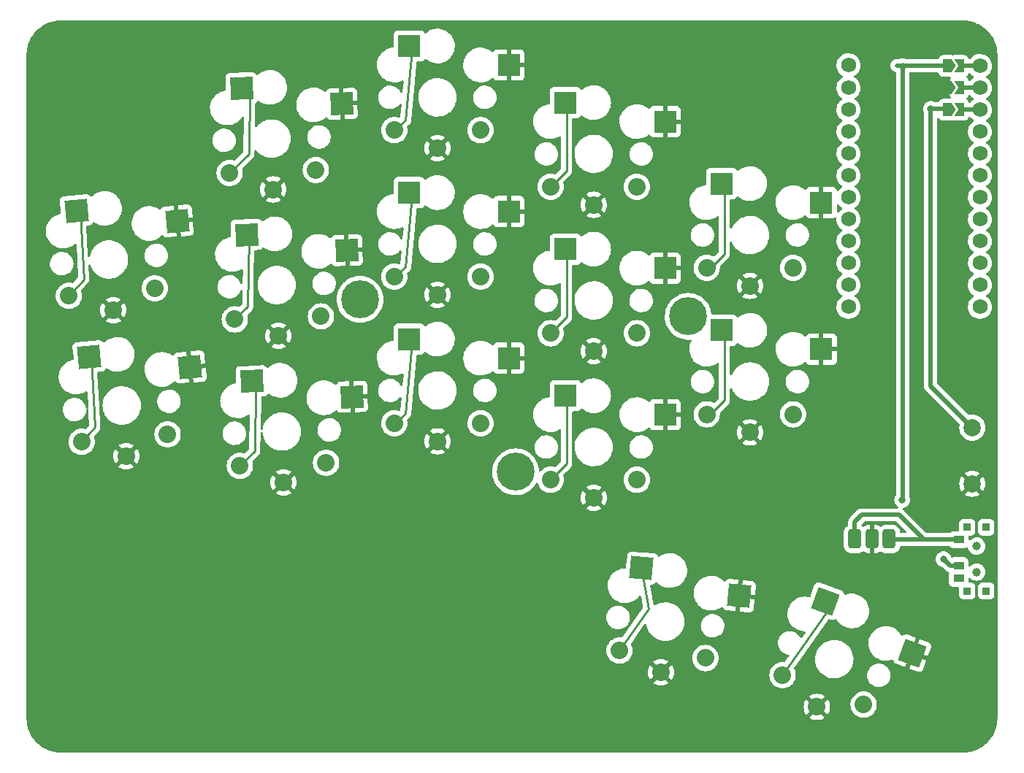
<source format=gbl>
%TF.GenerationSoftware,KiCad,Pcbnew,(6.0.4)*%
%TF.CreationDate,2022-06-21T01:29:20+02:00*%
%TF.ProjectId,battoota,62617474-6f6f-4746-912e-6b696361645f,v1.0.0*%
%TF.SameCoordinates,Original*%
%TF.FileFunction,Copper,L2,Bot*%
%TF.FilePolarity,Positive*%
%FSLAX46Y46*%
G04 Gerber Fmt 4.6, Leading zero omitted, Abs format (unit mm)*
G04 Created by KiCad (PCBNEW (6.0.4)) date 2022-06-21 01:29:20*
%MOMM*%
%LPD*%
G01*
G04 APERTURE LIST*
G04 Aperture macros list*
%AMRoundRect*
0 Rectangle with rounded corners*
0 $1 Rounding radius*
0 $2 $3 $4 $5 $6 $7 $8 $9 X,Y pos of 4 corners*
0 Add a 4 corners polygon primitive as box body*
4,1,4,$2,$3,$4,$5,$6,$7,$8,$9,$2,$3,0*
0 Add four circle primitives for the rounded corners*
1,1,$1+$1,$2,$3*
1,1,$1+$1,$4,$5*
1,1,$1+$1,$6,$7*
1,1,$1+$1,$8,$9*
0 Add four rect primitives between the rounded corners*
20,1,$1+$1,$2,$3,$4,$5,0*
20,1,$1+$1,$4,$5,$6,$7,0*
20,1,$1+$1,$6,$7,$8,$9,0*
20,1,$1+$1,$8,$9,$2,$3,0*%
%AMRotRect*
0 Rectangle, with rotation*
0 The origin of the aperture is its center*
0 $1 length*
0 $2 width*
0 $3 Rotation angle, in degrees counterclockwise*
0 Add horizontal line*
21,1,$1,$2,0,0,$3*%
%AMFreePoly0*
4,1,6,0.150000,0.000000,0.650000,-0.750000,-0.500000,-0.750000,-0.500000,0.750000,0.650000,0.750000,0.150000,0.000000,0.150000,0.000000,$1*%
%AMFreePoly1*
4,1,6,0.500000,-0.750000,-0.500000,-0.750000,-1.000000,0.000000,-0.500000,0.750000,0.500000,0.750000,0.500000,-0.750000,0.500000,-0.750000,$1*%
G04 Aperture macros list end*
%TA.AperFunction,ComponentPad*%
%ADD10RoundRect,0.375000X-0.375000X-0.750000X0.375000X-0.750000X0.375000X0.750000X-0.375000X0.750000X0*%
%TD*%
%TA.AperFunction,ComponentPad*%
%ADD11C,2.000000*%
%TD*%
%TA.AperFunction,ComponentPad*%
%ADD12C,2.032000*%
%TD*%
%TA.AperFunction,SMDPad,CuDef*%
%ADD13RotRect,2.600000X2.600000X2.000000*%
%TD*%
%TA.AperFunction,SMDPad,CuDef*%
%ADD14R,2.600000X2.600000*%
%TD*%
%TA.AperFunction,SMDPad,CuDef*%
%ADD15RotRect,2.600000X2.600000X340.000000*%
%TD*%
%TA.AperFunction,SMDPad,CuDef*%
%ADD16R,0.900000X0.900000*%
%TD*%
%TA.AperFunction,WasherPad*%
%ADD17C,1.000000*%
%TD*%
%TA.AperFunction,SMDPad,CuDef*%
%ADD18R,1.250000X0.900000*%
%TD*%
%TA.AperFunction,SMDPad,CuDef*%
%ADD19RotRect,2.600000X2.600000X5.000000*%
%TD*%
%TA.AperFunction,SMDPad,CuDef*%
%ADD20RotRect,2.600000X2.600000X355.000000*%
%TD*%
%TA.AperFunction,ComponentPad*%
%ADD21C,1.752600*%
%TD*%
%TA.AperFunction,SMDPad,CuDef*%
%ADD22FreePoly0,180.000000*%
%TD*%
%TA.AperFunction,SMDPad,CuDef*%
%ADD23R,1.524000X0.500000*%
%TD*%
%TA.AperFunction,SMDPad,CuDef*%
%ADD24FreePoly1,180.000000*%
%TD*%
%TA.AperFunction,ComponentPad*%
%ADD25C,4.400000*%
%TD*%
%TA.AperFunction,ViaPad*%
%ADD26C,0.800000*%
%TD*%
%TA.AperFunction,Conductor*%
%ADD27C,0.250000*%
%TD*%
%TA.AperFunction,Conductor*%
%ADD28C,0.500000*%
%TD*%
G04 APERTURE END LIST*
D10*
%TO.P,PAD1,1*%
%TO.N,Braw*%
X148871860Y62011381D03*
%TO.P,PAD1,2*%
%TO.N,GND*%
X146871860Y62011381D03*
%TO.P,PAD1,3*%
%TO.N,Braw*%
X144871860Y62011381D03*
%TD*%
D11*
%TO.P,B1,1*%
%TO.N,RST*%
X158496000Y74930000D03*
%TO.P,B1,2*%
%TO.N,GND*%
X158496000Y68430000D03*
%TD*%
D12*
%TO.P,S11,1*%
%TO.N,P3*%
X72405589Y104486264D03*
X82399497Y104835259D03*
D13*
X73789267Y114290527D03*
D12*
%TO.P,S11,2*%
%TO.N,GND*%
X77475832Y102562041D03*
D13*
X85409011Y112494955D03*
%TD*%
D12*
%TO.P,S15,1*%
%TO.N,P18*%
X91495817Y92446989D03*
X101495817Y92446989D03*
D14*
X93220816Y102196989D03*
%TO.P,S15,2*%
%TO.N,GND*%
X104770817Y99996988D03*
D12*
X96495817Y90346989D03*
%TD*%
%TO.P,S21,1*%
%TO.N,P16*%
X109611087Y85886017D03*
X119611087Y85886017D03*
D14*
X111336086Y95636017D03*
D12*
%TO.P,S21,2*%
%TO.N,GND*%
X114611087Y83786017D03*
D14*
X122886087Y93436016D03*
%TD*%
%TO.P,S29,1*%
%TO.N,P20*%
X129443279Y103228852D03*
D12*
X127718280Y93478852D03*
X137718280Y93478852D03*
%TO.P,S29,2*%
%TO.N,GND*%
X132718280Y91378852D03*
D14*
X140993280Y101028851D03*
%TD*%
D15*
%TO.P,S33,1*%
%TO.N,P9*%
X141456879Y54800018D03*
D12*
X145898140Y42807798D03*
X136501213Y46228000D03*
D15*
%TO.P,S33,2*%
%TO.N,GND*%
X151557885Y48782361D03*
D12*
X140481434Y42544545D03*
%TD*%
D13*
%TO.P,S7,1*%
%TO.N,P5*%
X74975851Y80311239D03*
D12*
X83586081Y70855971D03*
X73592173Y70506976D03*
D13*
%TO.P,S7,2*%
%TO.N,GND*%
X86595595Y78515667D03*
D12*
X78662416Y68582753D03*
%TD*%
D16*
%TO.P,T2,*%
%TO.N,*%
X160104000Y55990000D03*
X160104000Y63390000D03*
X157904000Y55990000D03*
X157904000Y63390000D03*
D17*
X159004000Y61190000D03*
X159004000Y58190000D03*
D18*
%TO.P,T2,1*%
%TO.N,Braw*%
X156929000Y61940000D03*
%TO.P,T2,2*%
%TO.N,RAW*%
X156929000Y58940000D03*
%TO.P,T2,3*%
%TO.N,N/C*%
X156929000Y57440000D03*
%TD*%
D12*
%TO.P,S5,1*%
%TO.N,P6*%
X53770150Y90222036D03*
D19*
X54638817Y100085278D03*
D12*
X63732097Y91093594D03*
%TO.P,S5,2*%
%TO.N,GND*%
X58934151Y88565806D03*
D19*
X66336609Y98900298D03*
%TD*%
D12*
%TO.P,S27,1*%
%TO.N,P19*%
X137718280Y76478852D03*
D14*
X129443279Y86228852D03*
D12*
X127718280Y76478852D03*
%TO.P,S27,2*%
%TO.N,GND*%
X132718280Y74378852D03*
D14*
X140993280Y84028851D03*
%TD*%
D12*
%TO.P,S9,1*%
%TO.N,P4*%
X72998881Y87496620D03*
D13*
X74382559Y97300883D03*
D12*
X82992789Y87845615D03*
D13*
%TO.P,S9,2*%
%TO.N,GND*%
X86002303Y95505311D03*
D12*
X78069124Y85572397D03*
%TD*%
%TO.P,S13,1*%
%TO.N,P2*%
X91495817Y75446989D03*
D14*
X93220816Y85196989D03*
D12*
X101495817Y75446989D03*
%TO.P,S13,2*%
%TO.N,GND*%
X96495817Y73346989D03*
D14*
X104770817Y82996988D03*
%TD*%
%TO.P,S17,1*%
%TO.N,P15*%
X93220817Y119196989D03*
D12*
X91495818Y109446989D03*
X101495818Y109446989D03*
D14*
%TO.P,S17,2*%
%TO.N,GND*%
X104770818Y116996988D03*
D12*
X96495818Y107346989D03*
%TD*%
D20*
%TO.P,S31,1*%
%TO.N,P8*%
X120166058Y58644376D03*
D12*
X127559802Y48210263D03*
X117597855Y49081821D03*
%TO.P,S31,2*%
%TO.N,GND*%
X122395801Y46554033D03*
D20*
X131480365Y55446097D03*
%TD*%
D21*
%TO.P,MCU1,*%
%TO.N,*%
X159385000Y114343254D03*
D22*
X157051477Y114343254D03*
D21*
X159385000Y111803254D03*
D23*
X158001477Y116883254D03*
D21*
X144145000Y111803254D03*
D23*
X158001477Y114343254D03*
X158001477Y111803254D03*
D22*
X157051477Y111803254D03*
X157051477Y116883254D03*
D21*
X144145000Y116967000D03*
X159385000Y116883254D03*
X144145000Y114343254D03*
D24*
%TO.P,MCU1,1*%
%TO.N,RAW*%
X155601477Y116883254D03*
%TO.P,MCU1,2*%
%TO.N,GND*%
X155601477Y114343254D03*
%TO.P,MCU1,3*%
%TO.N,RST*%
X155601477Y111803254D03*
D21*
%TO.P,MCU1,4*%
%TO.N,N/C*%
X144145000Y109263254D03*
%TO.P,MCU1,5*%
%TO.N,P21*%
X144145000Y106723254D03*
%TO.P,MCU1,6*%
%TO.N,P20*%
X144145000Y104183254D03*
%TO.P,MCU1,7*%
%TO.N,P19*%
X144145000Y101643254D03*
%TO.P,MCU1,8*%
%TO.N,P18*%
X144145000Y99103254D03*
%TO.P,MCU1,9*%
%TO.N,P15*%
X144145000Y96563254D03*
%TO.P,MCU1,10*%
%TO.N,P14*%
X144145000Y94023254D03*
%TO.P,MCU1,11*%
%TO.N,P16*%
X144145000Y91483254D03*
%TO.P,MCU1,12*%
%TO.N,P10*%
X144145000Y88943254D03*
%TO.P,MCU1,16*%
%TO.N,N/C*%
X159385000Y109263254D03*
%TO.P,MCU1,17*%
%TO.N,P2*%
X159385000Y106723254D03*
%TO.P,MCU1,18*%
%TO.N,P3*%
X159385000Y104183254D03*
%TO.P,MCU1,19*%
%TO.N,P4*%
X159385000Y101643254D03*
%TO.P,MCU1,20*%
%TO.N,P5*%
X159385000Y99103254D03*
%TO.P,MCU1,21*%
%TO.N,P6*%
X159385000Y96563254D03*
%TO.P,MCU1,22*%
%TO.N,P7*%
X159385000Y94023254D03*
%TO.P,MCU1,23*%
%TO.N,P8*%
X159385000Y91483254D03*
%TO.P,MCU1,24*%
%TO.N,P9*%
X159385000Y88943254D03*
%TD*%
D12*
%TO.P,S3,1*%
%TO.N,P7*%
X55251797Y73286724D03*
X65213744Y74158282D03*
D19*
X56120464Y83149966D03*
%TO.P,S3,2*%
%TO.N,GND*%
X67818256Y81964986D03*
D12*
X60415798Y71630494D03*
%TD*%
D25*
%TO.P,REF\u002A\u002A,1*%
%TO.N,N/C*%
X105551085Y69808481D03*
X125571978Y87835374D03*
X87524192Y89829374D03*
%TD*%
D12*
%TO.P,S23,1*%
%TO.N,P10*%
X109611087Y102886017D03*
X119611087Y102886017D03*
D14*
X111336086Y112636017D03*
D12*
%TO.P,S23,2*%
%TO.N,GND*%
X114611087Y100786017D03*
D14*
X122886087Y110436016D03*
%TD*%
D12*
%TO.P,S19,1*%
%TO.N,P14*%
X109611087Y68886017D03*
X119611087Y68886017D03*
D14*
X111336086Y78636017D03*
%TO.P,S19,2*%
%TO.N,GND*%
X122886087Y76436016D03*
D12*
X114611087Y66786017D03*
%TD*%
D26*
%TO.N,GND*%
X152019000Y114300000D03*
%TO.N,RAW*%
X155165113Y59690000D03*
X150368000Y66548000D03*
X150401808Y116864779D03*
%TO.N,RST*%
X153691162Y111908162D03*
%TD*%
D27*
%TO.N,P6*%
X55488475Y92130429D02*
X53770150Y90222037D01*
X55093012Y99676322D02*
X55488475Y92130429D01*
X54638817Y100085279D02*
X55093012Y99676322D01*
D28*
%TO.N,GND*%
X152043758Y114324758D02*
X155853915Y114324758D01*
D27*
%TO.N,P5*%
X75450233Y79820002D02*
X75316743Y72172374D01*
X75316743Y72172374D02*
X73592173Y70506976D01*
X74975852Y80311238D02*
X75450233Y79820002D01*
%TO.N,P4*%
X74382559Y97300882D02*
X74644883Y97029238D01*
X74503858Y88949960D02*
X72998881Y87496620D01*
X74644883Y97029238D02*
X74503858Y88949960D01*
%TO.N,P3*%
X74588217Y114572308D02*
X74773082Y114380875D01*
X74638001Y106642080D02*
X72405589Y104486264D01*
X74773082Y114380875D02*
X74638001Y106642080D01*
%TO.N,P2*%
X92813707Y76552830D02*
X91495817Y75446988D01*
X93220818Y85196988D02*
X93537006Y84820170D01*
X93537006Y84820170D02*
X92813707Y76552830D01*
%TO.N,P18*%
X92813707Y93552830D02*
X91495817Y92446988D01*
X93220817Y102196988D02*
X93537006Y101820170D01*
X93537006Y101820170D02*
X92813707Y93552830D01*
%TO.N,P15*%
X92813708Y110552830D02*
X91495817Y109446988D01*
X93537006Y118820170D02*
X92813708Y110552830D01*
X93220818Y119196988D02*
X93537006Y118820170D01*
%TO.N,P14*%
X111485608Y79029475D02*
X111485608Y70760538D01*
X111485608Y70760538D02*
X109611087Y68886017D01*
%TO.N,P16*%
X111485608Y96029475D02*
X111485608Y87760538D01*
X111485608Y87760538D02*
X109611087Y85886017D01*
%TO.N,P10*%
X111485608Y104760538D02*
X109611087Y102886017D01*
X111485608Y113029475D02*
X111485608Y104760538D01*
%TO.N,P19*%
X129772946Y78102108D02*
X127578705Y75907867D01*
X129772946Y85188626D02*
X129772946Y78102108D01*
X129303705Y85657867D02*
X129772946Y85188626D01*
%TO.N,P20*%
X129772946Y102188626D02*
X129772946Y95102108D01*
X128149690Y93478852D02*
X127718280Y93478852D01*
X129772946Y95102108D02*
X128149690Y93478852D01*
X129303705Y102657867D02*
X129772946Y102188626D01*
%TO.N,P7*%
X56359403Y82934826D02*
X56776306Y74979862D01*
X56776306Y74979862D02*
X55251798Y73286724D01*
X56120464Y83149967D02*
X56359403Y82934826D01*
%TO.N,P8*%
X120166059Y58644375D02*
X120996376Y53935413D01*
X120996376Y53935413D02*
X117597854Y49081821D01*
%TO.N,P9*%
X141667403Y53606083D02*
X136501213Y46227999D01*
X141456880Y54800018D02*
X141667403Y53606083D01*
D28*
%TO.N,RAW*%
X150368000Y66548000D02*
X150400000Y66580000D01*
X150400000Y116862971D02*
X150401808Y116864779D01*
X150400000Y66580000D02*
X150400000Y116862971D01*
X149759699Y116940301D02*
X155501242Y116940301D01*
X155165113Y59690000D02*
X155910237Y58944876D01*
X155910237Y58944876D02*
X156671008Y58944876D01*
%TO.N,RST*%
X153670000Y79756000D02*
X158496000Y74930000D01*
X153670000Y111887000D02*
X153670000Y79756000D01*
X153691162Y111908162D02*
X153670000Y111887000D01*
X153691260Y111908260D02*
X155469622Y111908260D01*
%TO.N,Braw*%
X144871860Y63980381D02*
X144871860Y62011381D01*
X156929000Y61940000D02*
X156924124Y61944876D01*
X156929000Y61940000D02*
X152880241Y61940000D01*
X156924124Y61944876D02*
X148938365Y61944876D01*
X145696860Y64805381D02*
X144871860Y63980381D01*
X150014860Y64805381D02*
X145696860Y64805381D01*
X148938365Y61944876D02*
X148871860Y62011381D01*
X152880241Y61940000D02*
X150014860Y64805381D01*
%TD*%
%TA.AperFunction,Conductor*%
%TO.N,GND*%
G36*
X100621863Y122143145D02*
G01*
X157422720Y122141591D01*
X157442101Y122140091D01*
X157456943Y122137780D01*
X157456946Y122137780D01*
X157465815Y122136399D01*
X157483124Y122138662D01*
X157485747Y122139005D01*
X157507901Y122139934D01*
X157527996Y122139005D01*
X157829493Y122125067D01*
X157841075Y122123993D01*
X158131136Y122083532D01*
X158189657Y122075369D01*
X158201097Y122073230D01*
X158543693Y121992653D01*
X158554888Y121989468D01*
X158888596Y121877620D01*
X158899448Y121873416D01*
X159106530Y121781981D01*
X159221413Y121731256D01*
X159231826Y121726070D01*
X159539306Y121554805D01*
X159549201Y121548679D01*
X159839558Y121349780D01*
X159848846Y121342766D01*
X160119621Y121117918D01*
X160128221Y121110077D01*
X160377077Y120861221D01*
X160384918Y120852621D01*
X160609766Y120581846D01*
X160616780Y120572558D01*
X160815679Y120282201D01*
X160821805Y120272306D01*
X160993070Y119964826D01*
X160998258Y119954408D01*
X161140416Y119632448D01*
X161144620Y119621596D01*
X161256468Y119287888D01*
X161259653Y119276693D01*
X161340230Y118934097D01*
X161342369Y118922657D01*
X161383444Y118628199D01*
X161390993Y118574078D01*
X161392067Y118562490D01*
X161406592Y118248307D01*
X161405226Y118223105D01*
X161404994Y118221611D01*
X161403399Y118211367D01*
X161407526Y118179811D01*
X161408589Y118163481D01*
X161406963Y83459067D01*
X161404986Y41246110D01*
X161403486Y41226732D01*
X161401174Y41211885D01*
X161401174Y41211878D01*
X161399793Y41203010D01*
X161401785Y41187780D01*
X161402399Y41183082D01*
X161403329Y41160925D01*
X161388464Y40839336D01*
X161387390Y40827747D01*
X161338767Y40479164D01*
X161336629Y40467728D01*
X161305202Y40334104D01*
X161256054Y40125135D01*
X161252869Y40113941D01*
X161141017Y39780213D01*
X161136813Y39769361D01*
X160994662Y39447414D01*
X160989475Y39436995D01*
X160818208Y39129509D01*
X160812083Y39119617D01*
X160798410Y39099657D01*
X160613179Y38829250D01*
X160606165Y38819963D01*
X160381330Y38549202D01*
X160373490Y38540601D01*
X160124619Y38291729D01*
X160116018Y38283888D01*
X159845246Y38059042D01*
X159835961Y38052030D01*
X159774081Y38009641D01*
X159545597Y37853125D01*
X159535701Y37846998D01*
X159228235Y37675741D01*
X159217817Y37670553D01*
X158895848Y37528390D01*
X158884996Y37524186D01*
X158551287Y37412338D01*
X158540092Y37409153D01*
X158346383Y37363594D01*
X158197492Y37328575D01*
X158186062Y37326438D01*
X157837473Y37277812D01*
X157825885Y37276738D01*
X157797216Y37275413D01*
X157511812Y37262219D01*
X157486610Y37263585D01*
X157474762Y37265430D01*
X157443187Y37261301D01*
X157426864Y37260239D01*
X109670346Y37259486D01*
X52856456Y37258590D01*
X52837073Y37260090D01*
X52813367Y37263781D01*
X52796939Y37261633D01*
X52793436Y37261175D01*
X52771282Y37260246D01*
X52449695Y37275114D01*
X52438106Y37276188D01*
X52434164Y37276738D01*
X52089527Y37324814D01*
X52078086Y37326953D01*
X52063835Y37330305D01*
X51735478Y37407533D01*
X51724302Y37410713D01*
X51390578Y37522567D01*
X51379746Y37526763D01*
X51151268Y37627646D01*
X51057768Y37668931D01*
X51047350Y37674119D01*
X50739887Y37845375D01*
X50729992Y37851501D01*
X50439627Y38050406D01*
X50430339Y38057420D01*
X50159565Y38282268D01*
X50150965Y38290109D01*
X49902109Y38538965D01*
X49894268Y38547565D01*
X49669420Y38818339D01*
X49662406Y38827627D01*
X49463501Y39117992D01*
X49457375Y39127887D01*
X49286119Y39435350D01*
X49280931Y39445768D01*
X49239646Y39539268D01*
X49138763Y39767746D01*
X49134567Y39778578D01*
X49022713Y40112302D01*
X49019531Y40123487D01*
X49019144Y40125135D01*
X48938953Y40466086D01*
X48936814Y40477526D01*
X48888188Y40826106D01*
X48887114Y40837695D01*
X48872588Y41151876D01*
X48873954Y41177080D01*
X48874400Y41179943D01*
X48874400Y41179946D01*
X48875781Y41188815D01*
X48873925Y41203010D01*
X48871652Y41220399D01*
X48870589Y41236727D01*
X48870586Y41300239D01*
X139601958Y41300239D01*
X139607685Y41292589D01*
X139783193Y41185038D01*
X139791987Y41180557D01*
X140004463Y41092547D01*
X140013848Y41089498D01*
X140237478Y41035808D01*
X140247225Y41034265D01*
X140476504Y41016220D01*
X140486364Y41016220D01*
X140715643Y41034265D01*
X140725390Y41035808D01*
X140949020Y41089498D01*
X140958405Y41092547D01*
X141170881Y41180557D01*
X141179675Y41185038D01*
X141351517Y41290342D01*
X141360977Y41300798D01*
X141357193Y41309576D01*
X140494246Y42172523D01*
X140480302Y42180137D01*
X140478469Y42180006D01*
X140471854Y42175755D01*
X139608718Y41312619D01*
X139601958Y41300239D01*
X48870586Y41300239D01*
X48870528Y42539615D01*
X138953109Y42539615D01*
X138971154Y42310336D01*
X138972697Y42300589D01*
X139026387Y42076959D01*
X139029436Y42067574D01*
X139117446Y41855098D01*
X139121927Y41846304D01*
X139227231Y41674462D01*
X139237687Y41665002D01*
X139246465Y41668786D01*
X140109412Y42531733D01*
X140115790Y42543413D01*
X140845842Y42543413D01*
X140845973Y42541580D01*
X140850224Y42534965D01*
X141713360Y41671829D01*
X141725740Y41665069D01*
X141733390Y41670796D01*
X141840941Y41846304D01*
X141845422Y41855098D01*
X141933432Y42067574D01*
X141936481Y42076959D01*
X141990171Y42300589D01*
X141991714Y42310336D01*
X142009759Y42539615D01*
X142009759Y42549475D01*
X141991714Y42778754D01*
X141990171Y42788501D01*
X141985538Y42807798D01*
X144368926Y42807798D01*
X144387753Y42568576D01*
X144388907Y42563769D01*
X144388908Y42563763D01*
X144393794Y42543413D01*
X144443771Y42335245D01*
X144445664Y42330674D01*
X144445665Y42330672D01*
X144509834Y42175755D01*
X144535600Y42113549D01*
X144660980Y41908949D01*
X144816822Y41726480D01*
X144820584Y41723267D01*
X144884374Y41668786D01*
X144999291Y41570638D01*
X145203891Y41445258D01*
X145208461Y41443365D01*
X145208463Y41443364D01*
X145421014Y41355323D01*
X145425587Y41353429D01*
X145507177Y41333841D01*
X145654105Y41298566D01*
X145654111Y41298565D01*
X145658918Y41297411D01*
X145898140Y41278584D01*
X146137362Y41297411D01*
X146142169Y41298565D01*
X146142175Y41298566D01*
X146289103Y41333841D01*
X146370693Y41353429D01*
X146375266Y41355323D01*
X146587817Y41443364D01*
X146587819Y41443365D01*
X146592389Y41445258D01*
X146796989Y41570638D01*
X146911907Y41668786D01*
X146975696Y41723267D01*
X146979458Y41726480D01*
X147135300Y41908949D01*
X147260680Y42113549D01*
X147286447Y42175755D01*
X147350615Y42330672D01*
X147350616Y42330674D01*
X147352509Y42335245D01*
X147402486Y42543413D01*
X147407372Y42563763D01*
X147407373Y42563769D01*
X147408527Y42568576D01*
X147427354Y42807798D01*
X147408527Y43047020D01*
X147407373Y43051827D01*
X147407372Y43051833D01*
X147363639Y43233992D01*
X147352509Y43280351D01*
X147296890Y43414628D01*
X147262574Y43497475D01*
X147262573Y43497477D01*
X147260680Y43502047D01*
X147135300Y43706647D01*
X146979458Y43889116D01*
X146796989Y44044958D01*
X146592389Y44170338D01*
X146587819Y44172231D01*
X146587817Y44172232D01*
X146375266Y44260273D01*
X146375264Y44260274D01*
X146370693Y44262167D01*
X146289103Y44281755D01*
X146142175Y44317030D01*
X146142169Y44317031D01*
X146137362Y44318185D01*
X145898140Y44337012D01*
X145658918Y44318185D01*
X145654111Y44317031D01*
X145654105Y44317030D01*
X145507177Y44281755D01*
X145425587Y44262167D01*
X145421016Y44260274D01*
X145421014Y44260273D01*
X145208463Y44172232D01*
X145208461Y44172231D01*
X145203891Y44170338D01*
X144999291Y44044958D01*
X144816822Y43889116D01*
X144660980Y43706647D01*
X144535600Y43502047D01*
X144533707Y43497477D01*
X144533706Y43497475D01*
X144499390Y43414628D01*
X144443771Y43280351D01*
X144432641Y43233992D01*
X144388908Y43051833D01*
X144388907Y43051827D01*
X144387753Y43047020D01*
X144368926Y42807798D01*
X141985538Y42807798D01*
X141936481Y43012131D01*
X141933432Y43021516D01*
X141845422Y43233992D01*
X141840941Y43242786D01*
X141735637Y43414628D01*
X141725181Y43424088D01*
X141716403Y43420304D01*
X140853456Y42557357D01*
X140845842Y42543413D01*
X140115790Y42543413D01*
X140117026Y42545677D01*
X140116895Y42547510D01*
X140112644Y42554125D01*
X139249508Y43417261D01*
X139237128Y43424021D01*
X139229478Y43418294D01*
X139121927Y43242786D01*
X139117446Y43233992D01*
X139029436Y43021516D01*
X139026387Y43012131D01*
X138972697Y42788501D01*
X138971154Y42778754D01*
X138953109Y42549475D01*
X138953109Y42539615D01*
X48870528Y42539615D01*
X48870469Y43788292D01*
X139601891Y43788292D01*
X139605675Y43779514D01*
X140468622Y42916567D01*
X140482566Y42908953D01*
X140484399Y42909084D01*
X140491014Y42913335D01*
X141354150Y43776471D01*
X141360910Y43788851D01*
X141355183Y43796501D01*
X141179675Y43904052D01*
X141170881Y43908533D01*
X140958405Y43996543D01*
X140949020Y43999592D01*
X140725390Y44053282D01*
X140715643Y44054825D01*
X140486364Y44072870D01*
X140476504Y44072870D01*
X140247225Y44054825D01*
X140237478Y44053282D01*
X140013848Y43999592D01*
X140004463Y43996543D01*
X139791987Y43908533D01*
X139783193Y43904052D01*
X139611351Y43798748D01*
X139601891Y43788292D01*
X48870469Y43788292D01*
X48870397Y45309727D01*
X121516325Y45309727D01*
X121522052Y45302077D01*
X121697560Y45194526D01*
X121706354Y45190045D01*
X121918830Y45102035D01*
X121928215Y45098986D01*
X122151845Y45045296D01*
X122161592Y45043753D01*
X122390871Y45025708D01*
X122400731Y45025708D01*
X122630010Y45043753D01*
X122639757Y45045296D01*
X122863387Y45098986D01*
X122872772Y45102035D01*
X123085248Y45190045D01*
X123094042Y45194526D01*
X123265884Y45299830D01*
X123275344Y45310286D01*
X123271560Y45319064D01*
X122408613Y46182011D01*
X122394669Y46189625D01*
X122392836Y46189494D01*
X122386221Y46185243D01*
X121523085Y45322107D01*
X121516325Y45309727D01*
X48870397Y45309727D01*
X48870338Y46549103D01*
X120867476Y46549103D01*
X120885521Y46319824D01*
X120887064Y46310077D01*
X120940754Y46086447D01*
X120943803Y46077062D01*
X121031813Y45864586D01*
X121036294Y45855792D01*
X121141598Y45683950D01*
X121152054Y45674490D01*
X121160832Y45678274D01*
X122023779Y46541221D01*
X122030157Y46552901D01*
X122760209Y46552901D01*
X122760340Y46551068D01*
X122764591Y46544453D01*
X123627727Y45681317D01*
X123640107Y45674557D01*
X123647757Y45680284D01*
X123755308Y45855792D01*
X123759789Y45864586D01*
X123847799Y46077062D01*
X123850848Y46086447D01*
X123884833Y46228000D01*
X134971999Y46228000D01*
X134990826Y45988778D01*
X134991980Y45983971D01*
X134991981Y45983965D01*
X135020334Y45865870D01*
X135046844Y45755447D01*
X135048737Y45750876D01*
X135048738Y45750874D01*
X135110819Y45600998D01*
X135138673Y45533751D01*
X135264053Y45329151D01*
X135267270Y45325384D01*
X135267271Y45325383D01*
X135282217Y45307883D01*
X135419895Y45146682D01*
X135423657Y45143469D01*
X135569982Y45018497D01*
X135602364Y44990840D01*
X135806964Y44865460D01*
X135811534Y44863567D01*
X135811536Y44863566D01*
X135848042Y44848445D01*
X136028660Y44773631D01*
X136110250Y44754043D01*
X136257178Y44718768D01*
X136257184Y44718767D01*
X136261991Y44717613D01*
X136501213Y44698786D01*
X136740435Y44717613D01*
X136745242Y44718767D01*
X136745248Y44718768D01*
X136892176Y44754043D01*
X136973766Y44773631D01*
X137154384Y44848445D01*
X137190890Y44863566D01*
X137190892Y44863567D01*
X137195462Y44865460D01*
X137400062Y44990840D01*
X137432445Y45018497D01*
X137578769Y45143469D01*
X137582531Y45146682D01*
X137720209Y45307883D01*
X137735155Y45325383D01*
X137735156Y45325384D01*
X137738373Y45329151D01*
X137863753Y45533751D01*
X137891608Y45600998D01*
X137953688Y45750874D01*
X137953689Y45750876D01*
X137955582Y45755447D01*
X137982092Y45865870D01*
X138010445Y45983965D01*
X138010446Y45983971D01*
X138011600Y45988778D01*
X138030427Y46228000D01*
X138011600Y46467222D01*
X138010446Y46472029D01*
X138010445Y46472035D01*
X137968104Y46648394D01*
X137955582Y46700553D01*
X137953688Y46705126D01*
X137865648Y46917675D01*
X137865646Y46917679D01*
X137863753Y46922249D01*
X137858818Y46930302D01*
X137840278Y46998836D01*
X137863036Y47068411D01*
X138137006Y47459681D01*
X138544801Y48042072D01*
X140271867Y48042072D01*
X140272230Y48037924D01*
X140272230Y48037920D01*
X140289512Y47840381D01*
X140297605Y47747882D01*
X140298515Y47743810D01*
X140298516Y47743805D01*
X140360222Y47467749D01*
X140362025Y47459681D01*
X140363468Y47455758D01*
X140363469Y47455756D01*
X140383280Y47401913D01*
X140463997Y47182532D01*
X140601727Y46921304D01*
X140604147Y46917899D01*
X140770372Y46683996D01*
X140770377Y46683990D01*
X140772796Y46680586D01*
X140775640Y46677536D01*
X140775645Y46677530D01*
X140940647Y46500587D01*
X140974199Y46464607D01*
X141202398Y46277163D01*
X141453382Y46121546D01*
X141722743Y46000490D01*
X142005748Y45916123D01*
X142009868Y45915470D01*
X142009870Y45915470D01*
X142293945Y45870476D01*
X142293951Y45870475D01*
X142297426Y45869925D01*
X142321985Y45868810D01*
X142388370Y45865795D01*
X142388391Y45865795D01*
X142389790Y45865731D01*
X142574254Y45865731D01*
X142794017Y45880328D01*
X142798116Y45881154D01*
X142798120Y45881155D01*
X142971543Y45916123D01*
X143083504Y45938698D01*
X143362728Y46034843D01*
X143532442Y46119829D01*
X143623048Y46165201D01*
X143623050Y46165202D01*
X143626784Y46167072D01*
X143781015Y46271888D01*
X146304862Y46271888D01*
X146305062Y46266558D01*
X146305062Y46266557D01*
X146307950Y46189625D01*
X146313516Y46041352D01*
X146360890Y45815570D01*
X146445629Y45600998D01*
X146565309Y45403771D01*
X146568806Y45399741D01*
X146655430Y45299916D01*
X146716509Y45229528D01*
X146720640Y45226141D01*
X146890777Y45086636D01*
X146890783Y45086632D01*
X146894905Y45083252D01*
X147095397Y44969126D01*
X147100413Y44967305D01*
X147100418Y44967303D01*
X147307237Y44892231D01*
X147307241Y44892230D01*
X147312252Y44890411D01*
X147317501Y44889462D01*
X147317504Y44889461D01*
X147535185Y44850098D01*
X147535192Y44850097D01*
X147539269Y44849360D01*
X147557006Y44848524D01*
X147561954Y44848290D01*
X147561961Y44848290D01*
X147563442Y44848220D01*
X147725587Y44848220D01*
X147792543Y44853901D01*
X147892224Y44862359D01*
X147892228Y44862360D01*
X147897535Y44862810D01*
X147902690Y44864148D01*
X147902696Y44864149D01*
X148115665Y44919425D01*
X148115669Y44919426D01*
X148120834Y44920767D01*
X148125700Y44922959D01*
X148125703Y44922960D01*
X148326311Y45013327D01*
X148331177Y45015519D01*
X148335597Y45018495D01*
X148335601Y45018497D01*
X148459683Y45102035D01*
X148522547Y45144358D01*
X148689474Y45303598D01*
X148827183Y45488686D01*
X148881967Y45596437D01*
X148929320Y45689574D01*
X148929320Y45689575D01*
X148931739Y45694332D01*
X148984605Y45864586D01*
X148998567Y45909550D01*
X148998568Y45909556D01*
X149000151Y45914653D01*
X149014064Y46019628D01*
X149029762Y46138067D01*
X149029762Y46138072D01*
X149030462Y46143352D01*
X149028890Y46185243D01*
X149023429Y46330715D01*
X149021808Y46373888D01*
X148974434Y46599670D01*
X148952227Y46655903D01*
X148924678Y46725660D01*
X148889695Y46814242D01*
X148778373Y46997696D01*
X151183384Y46997696D01*
X151184278Y46996088D01*
X151190925Y46991891D01*
X152203104Y46623488D01*
X152209601Y46621513D01*
X152259310Y46609303D01*
X152274884Y46607495D01*
X152403513Y46608730D01*
X152421083Y46611419D01*
X152543165Y46648394D01*
X152559270Y46655903D01*
X152666073Y46725660D01*
X152679426Y46737391D01*
X152763052Y46835131D01*
X152771678Y46848225D01*
X152794265Y46894129D01*
X152796947Y46900415D01*
X153163780Y47908283D01*
X153164787Y47924134D01*
X153163892Y47925743D01*
X153157245Y47929941D01*
X151726717Y48450610D01*
X151710866Y48451617D01*
X151709258Y48450723D01*
X151705061Y48444076D01*
X151184391Y47013547D01*
X151183384Y46997696D01*
X148778373Y46997696D01*
X148770015Y47011469D01*
X148761207Y47021619D01*
X148622315Y47181679D01*
X148622313Y47181681D01*
X148618815Y47185712D01*
X148522389Y47264777D01*
X148444547Y47328604D01*
X148444541Y47328608D01*
X148440419Y47331988D01*
X148239927Y47446114D01*
X148234911Y47447935D01*
X148234906Y47447937D01*
X148028087Y47523009D01*
X148028083Y47523010D01*
X148023072Y47524829D01*
X148017823Y47525778D01*
X148017820Y47525779D01*
X147800139Y47565142D01*
X147800132Y47565143D01*
X147796055Y47565880D01*
X147778318Y47566716D01*
X147773370Y47566950D01*
X147773363Y47566950D01*
X147771882Y47567020D01*
X147609737Y47567020D01*
X147542781Y47561339D01*
X147443100Y47552881D01*
X147443096Y47552880D01*
X147437789Y47552430D01*
X147432634Y47551092D01*
X147432628Y47551091D01*
X147219659Y47495815D01*
X147219655Y47495814D01*
X147214490Y47494473D01*
X147209624Y47492281D01*
X147209621Y47492280D01*
X147064147Y47426749D01*
X147004147Y47399721D01*
X146999727Y47396745D01*
X146999723Y47396743D01*
X146907462Y47334628D01*
X146812777Y47270882D01*
X146645850Y47111642D01*
X146642662Y47107357D01*
X146545169Y46976321D01*
X146508141Y46926554D01*
X146505726Y46921804D01*
X146451039Y46814242D01*
X146403585Y46720908D01*
X146391065Y46680586D01*
X146336757Y46505690D01*
X146336756Y46505684D01*
X146335173Y46500587D01*
X146330097Y46462288D01*
X146312659Y46330715D01*
X146304862Y46271888D01*
X143781015Y46271888D01*
X143871031Y46333063D01*
X144091180Y46529899D01*
X144116091Y46558963D01*
X144280642Y46750947D01*
X144280645Y46750951D01*
X144283362Y46754121D01*
X144285636Y46757623D01*
X144285640Y46757628D01*
X144441923Y46998282D01*
X144441926Y46998287D01*
X144444202Y47001792D01*
X144496363Y47111642D01*
X144533142Y47189099D01*
X144570872Y47268559D01*
X144582751Y47305556D01*
X144659868Y47545748D01*
X144659868Y47545749D01*
X144661148Y47549735D01*
X144692120Y47721869D01*
X144712704Y47836272D01*
X144712705Y47836277D01*
X144713443Y47840381D01*
X144713638Y47844661D01*
X144726650Y48131220D01*
X144726650Y48131225D01*
X144726839Y48135390D01*
X144701101Y48429580D01*
X144696652Y48449485D01*
X144637593Y48713703D01*
X144637591Y48713710D01*
X144636681Y48717781D01*
X144534709Y48994930D01*
X144396979Y49256158D01*
X144347447Y49325856D01*
X144228334Y49493466D01*
X144228329Y49493472D01*
X144225910Y49496876D01*
X144223066Y49499926D01*
X144223061Y49499932D01*
X144027353Y49709803D01*
X144024507Y49712855D01*
X143796308Y49900299D01*
X143679466Y49972744D01*
X146468213Y49972744D01*
X146468366Y49968356D01*
X146468366Y49968350D01*
X146477196Y49715504D01*
X146478016Y49692019D01*
X146478778Y49687696D01*
X146478779Y49687689D01*
X146486208Y49645559D01*
X146526793Y49415390D01*
X146613594Y49148242D01*
X146615522Y49144289D01*
X146615524Y49144284D01*
X146643585Y49086751D01*
X146736731Y48895775D01*
X146739186Y48892136D01*
X146739189Y48892130D01*
X146775845Y48837786D01*
X146893806Y48662901D01*
X147081762Y48454155D01*
X147085124Y48451334D01*
X147085125Y48451333D01*
X147111049Y48429580D01*
X147296941Y48273598D01*
X147535155Y48124746D01*
X147791766Y48010495D01*
X148061781Y47933070D01*
X148066131Y47932459D01*
X148066134Y47932458D01*
X148160742Y47919162D01*
X148339943Y47893977D01*
X148550537Y47893977D01*
X148552723Y47894130D01*
X148552727Y47894130D01*
X148756218Y47908359D01*
X148756223Y47908360D01*
X148760603Y47908666D01*
X149035361Y47967068D01*
X149039490Y47968571D01*
X149039494Y47968572D01*
X149217050Y48033197D01*
X149287903Y48037700D01*
X149349944Y48003182D01*
X149384694Y47933857D01*
X149386943Y47919162D01*
X149423918Y47797081D01*
X149431427Y47780976D01*
X149501184Y47674173D01*
X149512915Y47660820D01*
X149610655Y47577194D01*
X149623749Y47568568D01*
X149669653Y47545981D01*
X149675939Y47543299D01*
X150683807Y47176466D01*
X150699658Y47175459D01*
X150701267Y47176354D01*
X150705465Y47183001D01*
X151343264Y48935342D01*
X151888629Y48935342D01*
X151889523Y48933734D01*
X151896170Y48929537D01*
X153326699Y48408867D01*
X153342550Y48407860D01*
X153344158Y48408754D01*
X153348355Y48415401D01*
X153716758Y49427580D01*
X153718733Y49434077D01*
X153730943Y49483786D01*
X153732751Y49499360D01*
X153731516Y49627989D01*
X153728827Y49645559D01*
X153691852Y49767641D01*
X153684343Y49783746D01*
X153614586Y49890549D01*
X153602855Y49903902D01*
X153505115Y49987528D01*
X153492021Y49996154D01*
X153446117Y50018741D01*
X153439831Y50021423D01*
X152431963Y50388256D01*
X152416112Y50389263D01*
X152414503Y50388368D01*
X152410305Y50381721D01*
X151889636Y48951193D01*
X151888629Y48935342D01*
X151343264Y48935342D01*
X151406076Y49107916D01*
X151931379Y50551175D01*
X151932386Y50567026D01*
X151931492Y50568634D01*
X151924845Y50572831D01*
X150912666Y50941234D01*
X150906169Y50943209D01*
X150856460Y50955419D01*
X150840886Y50957227D01*
X150712257Y50955992D01*
X150694687Y50953303D01*
X150572605Y50916328D01*
X150556500Y50908819D01*
X150449697Y50839062D01*
X150439711Y50830289D01*
X150375334Y50800355D01*
X150304992Y50809978D01*
X150251020Y50856103D01*
X150243302Y50869711D01*
X150225982Y50905221D01*
X150225978Y50905227D01*
X150224051Y50909179D01*
X150221596Y50912818D01*
X150221593Y50912824D01*
X150099246Y51094210D01*
X150066976Y51142053D01*
X149879020Y51350799D01*
X149663841Y51531356D01*
X149425627Y51680208D01*
X149169016Y51794459D01*
X148993793Y51844703D01*
X148903228Y51870672D01*
X148903227Y51870672D01*
X148899001Y51871884D01*
X148894651Y51872495D01*
X148894648Y51872496D01*
X148751698Y51892586D01*
X148620839Y51910977D01*
X148410245Y51910977D01*
X148408059Y51910824D01*
X148408055Y51910824D01*
X148204564Y51896595D01*
X148204559Y51896594D01*
X148200179Y51896288D01*
X147925421Y51837886D01*
X147921292Y51836383D01*
X147921288Y51836382D01*
X147665610Y51743323D01*
X147665606Y51743321D01*
X147661465Y51741814D01*
X147413449Y51609941D01*
X147409890Y51607355D01*
X147409888Y51607354D01*
X147291979Y51521688D01*
X147186199Y51444835D01*
X147183035Y51441779D01*
X147183032Y51441777D01*
X147094255Y51356046D01*
X146984139Y51249708D01*
X146901822Y51144346D01*
X146830055Y51052488D01*
X146811203Y51028359D01*
X146809007Y51024555D01*
X146809002Y51024548D01*
X146719531Y50869579D01*
X146670755Y50785096D01*
X146565529Y50524653D01*
X146564464Y50520380D01*
X146564463Y50520378D01*
X146499125Y50258321D01*
X146497574Y50252101D01*
X146497115Y50247733D01*
X146497114Y50247728D01*
X146470673Y49996154D01*
X146468213Y49972744D01*
X143679466Y49972744D01*
X143545324Y50055916D01*
X143275963Y50176972D01*
X143065914Y50239590D01*
X142996957Y50260147D01*
X142996955Y50260147D01*
X142992958Y50261339D01*
X142988838Y50261992D01*
X142988836Y50261992D01*
X142704761Y50306986D01*
X142704755Y50306987D01*
X142701280Y50307537D01*
X142676721Y50308652D01*
X142610336Y50311667D01*
X142610315Y50311667D01*
X142608916Y50311731D01*
X142424452Y50311731D01*
X142204689Y50297134D01*
X142200590Y50296308D01*
X142200586Y50296307D01*
X142123298Y50280723D01*
X141915202Y50238764D01*
X141635978Y50142619D01*
X141632250Y50140752D01*
X141388599Y50018741D01*
X141371922Y50010390D01*
X141127675Y49844399D01*
X140907526Y49647563D01*
X140904809Y49644393D01*
X140904808Y49644392D01*
X140724546Y49434077D01*
X140715344Y49423341D01*
X140713070Y49419839D01*
X140713066Y49419834D01*
X140604375Y49252465D01*
X140554504Y49175670D01*
X140427834Y48908903D01*
X140426555Y48904920D01*
X140426554Y48904917D01*
X140406546Y48842599D01*
X140337558Y48627727D01*
X140336817Y48623608D01*
X140294348Y48387572D01*
X140285263Y48337081D01*
X140285074Y48332914D01*
X140285073Y48332907D01*
X140272807Y48062770D01*
X140271867Y48042072D01*
X138544801Y48042072D01*
X141777797Y52659268D01*
X141833253Y52703595D01*
X141903872Y52710904D01*
X141924097Y52705399D01*
X142105167Y52639495D01*
X142108480Y52638681D01*
X142108484Y52638680D01*
X142158237Y52626459D01*
X142158241Y52626459D01*
X142165909Y52624575D01*
X142311561Y52625974D01*
X142450964Y52668195D01*
X142458475Y52673100D01*
X142458478Y52673102D01*
X142565400Y52742937D01*
X142572915Y52747845D01*
X142576713Y52752284D01*
X142639658Y52781554D01*
X142710000Y52771932D01*
X142763973Y52725808D01*
X142771691Y52712201D01*
X142790713Y52673200D01*
X142793168Y52669561D01*
X142793171Y52669555D01*
X142858547Y52572632D01*
X142947788Y52440326D01*
X143135744Y52231580D01*
X143350923Y52051023D01*
X143589137Y51902171D01*
X143657949Y51871534D01*
X143821745Y51798607D01*
X143845748Y51787920D01*
X144115763Y51710495D01*
X144120113Y51709884D01*
X144120116Y51709883D01*
X144214439Y51696627D01*
X144393925Y51671402D01*
X144604519Y51671402D01*
X144606705Y51671555D01*
X144606709Y51671555D01*
X144810200Y51685784D01*
X144810205Y51685785D01*
X144814585Y51686091D01*
X145089343Y51744493D01*
X145093472Y51745996D01*
X145093476Y51745997D01*
X145349154Y51839056D01*
X145349158Y51839058D01*
X145353299Y51840565D01*
X145601315Y51972438D01*
X145643704Y52003235D01*
X145825002Y52134955D01*
X145825005Y52134958D01*
X145828565Y52137544D01*
X145841718Y52150245D01*
X145945322Y52250295D01*
X146030625Y52332671D01*
X146203561Y52554020D01*
X146205757Y52557824D01*
X146205762Y52557831D01*
X146329661Y52772431D01*
X146344009Y52797283D01*
X146449235Y53057726D01*
X146463918Y53116617D01*
X146516126Y53326009D01*
X146516127Y53326014D01*
X146517190Y53330278D01*
X146523777Y53392945D01*
X146546092Y53605266D01*
X146546092Y53605269D01*
X146546551Y53609635D01*
X146546398Y53614029D01*
X146536902Y53885963D01*
X146536901Y53885969D01*
X146536748Y53890360D01*
X146527630Y53942074D01*
X146492774Y54139750D01*
X146487971Y54166989D01*
X146401170Y54434137D01*
X146395995Y54444749D01*
X146322613Y54595202D01*
X146278033Y54686604D01*
X146275578Y54690243D01*
X146275575Y54690249D01*
X146182872Y54827686D01*
X146120958Y54919478D01*
X146068898Y54977297D01*
X145935939Y55124962D01*
X145933002Y55128224D01*
X145895199Y55159945D01*
X145794495Y55244445D01*
X145717823Y55308781D01*
X145479609Y55457633D01*
X145222998Y55571884D01*
X144952983Y55649309D01*
X144948633Y55649920D01*
X144948630Y55649921D01*
X144845683Y55664389D01*
X144674821Y55688402D01*
X144464227Y55688402D01*
X144462041Y55688249D01*
X144462037Y55688249D01*
X144258546Y55674020D01*
X144258541Y55674019D01*
X144254161Y55673713D01*
X143979403Y55615311D01*
X143975274Y55613808D01*
X143975270Y55613807D01*
X143798198Y55549358D01*
X143727345Y55544855D01*
X143665304Y55579373D01*
X143630989Y55647830D01*
X143630923Y55654700D01*
X143588702Y55794103D01*
X143583797Y55801614D01*
X143583795Y55801617D01*
X143513960Y55908539D01*
X143509052Y55916054D01*
X143398376Y56010748D01*
X143342254Y56038363D01*
X140808591Y56960541D01*
X140805298Y56961350D01*
X140805291Y56961352D01*
X140755521Y56973577D01*
X140755517Y56973577D01*
X140747849Y56975461D01*
X140602197Y56974062D01*
X140462794Y56931841D01*
X140455283Y56926936D01*
X140455280Y56926934D01*
X140404499Y56893767D01*
X140340843Y56852191D01*
X140246149Y56741515D01*
X140218534Y56685393D01*
X139770819Y55455306D01*
X139731814Y55348142D01*
X139689720Y55290971D01*
X139623398Y55265633D01*
X139578684Y55270118D01*
X139502075Y55292085D01*
X139497725Y55292696D01*
X139497722Y55292697D01*
X139366683Y55311113D01*
X139223913Y55331178D01*
X139013319Y55331178D01*
X139011133Y55331025D01*
X139011129Y55331025D01*
X138807638Y55316796D01*
X138807633Y55316795D01*
X138803253Y55316489D01*
X138528495Y55258087D01*
X138524366Y55256584D01*
X138524362Y55256583D01*
X138268684Y55163524D01*
X138268680Y55163522D01*
X138264539Y55162015D01*
X138016523Y55030142D01*
X138012964Y55027556D01*
X138012962Y55027555D01*
X137831377Y54895626D01*
X137789273Y54865036D01*
X137587213Y54669909D01*
X137414277Y54448560D01*
X137412081Y54444756D01*
X137412076Y54444749D01*
X137320695Y54286472D01*
X137273829Y54205297D01*
X137168603Y53944854D01*
X137167538Y53940581D01*
X137167537Y53940579D01*
X137112246Y53718818D01*
X137100648Y53672302D01*
X137100189Y53667934D01*
X137100188Y53667929D01*
X137084384Y53517561D01*
X137071287Y53392945D01*
X137071440Y53388557D01*
X137071440Y53388551D01*
X137080073Y53141348D01*
X137081090Y53112220D01*
X137081852Y53107897D01*
X137081853Y53107890D01*
X137098795Y53011811D01*
X137129867Y52835591D01*
X137216668Y52568443D01*
X137218596Y52564490D01*
X137218598Y52564485D01*
X137264550Y52470271D01*
X137339805Y52315976D01*
X137342260Y52312337D01*
X137342263Y52312331D01*
X137398634Y52228758D01*
X137496880Y52083102D01*
X137684836Y51874356D01*
X137688198Y51871535D01*
X137688199Y51871534D01*
X137725106Y51840565D01*
X137900015Y51693799D01*
X138138229Y51544947D01*
X138394840Y51430696D01*
X138664855Y51353271D01*
X138669205Y51352660D01*
X138669208Y51352659D01*
X138751869Y51341042D01*
X138943017Y51314178D01*
X139047189Y51314178D01*
X139115310Y51294176D01*
X139161803Y51240520D01*
X139171907Y51170246D01*
X139150402Y51115908D01*
X138772975Y50576886D01*
X138765600Y50566353D01*
X138710143Y50522025D01*
X138639524Y50514716D01*
X138576163Y50546747D01*
X138553772Y50576886D01*
X138553077Y50576464D01*
X138436166Y50769128D01*
X138436165Y50769129D01*
X138433397Y50773691D01*
X138350190Y50869579D01*
X138285697Y50943901D01*
X138285695Y50943903D01*
X138282197Y50947934D01*
X138184112Y51028359D01*
X138107929Y51090826D01*
X138107923Y51090830D01*
X138103801Y51094210D01*
X137903309Y51208336D01*
X137898293Y51210157D01*
X137898288Y51210159D01*
X137691469Y51285231D01*
X137691465Y51285232D01*
X137686454Y51287051D01*
X137681205Y51288000D01*
X137681202Y51288001D01*
X137463521Y51327364D01*
X137463514Y51327365D01*
X137459437Y51328102D01*
X137441700Y51328938D01*
X137436752Y51329172D01*
X137436745Y51329172D01*
X137435264Y51329242D01*
X137273119Y51329242D01*
X137213108Y51324150D01*
X137106482Y51315103D01*
X137106478Y51315102D01*
X137101171Y51314652D01*
X137096016Y51313314D01*
X137096010Y51313313D01*
X136883041Y51258037D01*
X136883037Y51258036D01*
X136877872Y51256695D01*
X136873006Y51254503D01*
X136873003Y51254502D01*
X136816415Y51229011D01*
X136667529Y51161943D01*
X136663109Y51158967D01*
X136663105Y51158965D01*
X136599150Y51115907D01*
X136476159Y51033104D01*
X136309232Y50873864D01*
X136283339Y50839062D01*
X136188734Y50711908D01*
X136171523Y50688776D01*
X136169108Y50684026D01*
X136114421Y50576464D01*
X136066967Y50483130D01*
X136037914Y50389564D01*
X136000139Y50267912D01*
X136000138Y50267906D01*
X135998555Y50262809D01*
X135986951Y50175256D01*
X135970842Y50053709D01*
X135968244Y50034110D01*
X135968444Y50028780D01*
X135968444Y50028779D01*
X135972444Y49922233D01*
X135976898Y49803574D01*
X136024272Y49577792D01*
X136026230Y49572833D01*
X136026231Y49572831D01*
X136055246Y49499360D01*
X136109011Y49363220D01*
X136228691Y49165993D01*
X136232188Y49161963D01*
X136306010Y49076891D01*
X136379891Y48991750D01*
X136384022Y48988363D01*
X136554159Y48848858D01*
X136554165Y48848854D01*
X136558287Y48845474D01*
X136758779Y48731348D01*
X136763795Y48729527D01*
X136763800Y48729525D01*
X136970619Y48654453D01*
X136970623Y48654452D01*
X136975634Y48652633D01*
X136980883Y48651684D01*
X136980886Y48651683D01*
X137100716Y48630015D01*
X137181340Y48615436D01*
X137244813Y48583632D01*
X137281016Y48522559D01*
X137278454Y48451609D01*
X137262132Y48419178D01*
X136826536Y47797081D01*
X136824393Y47794021D01*
X136768936Y47749693D01*
X136711296Y47740680D01*
X136501213Y47757214D01*
X136261991Y47738387D01*
X136257184Y47737233D01*
X136257178Y47737232D01*
X136110250Y47701957D01*
X136028660Y47682369D01*
X136024089Y47680476D01*
X136024087Y47680475D01*
X135811536Y47592434D01*
X135811534Y47592433D01*
X135806964Y47590540D01*
X135602364Y47465160D01*
X135598597Y47461943D01*
X135598596Y47461942D01*
X135565305Y47433509D01*
X135419895Y47309318D01*
X135416682Y47305556D01*
X135305570Y47175459D01*
X135264053Y47126849D01*
X135138673Y46922249D01*
X135136780Y46917679D01*
X135136779Y46917677D01*
X135048738Y46705126D01*
X135046844Y46700553D01*
X135034322Y46648394D01*
X134991981Y46472035D01*
X134991980Y46472029D01*
X134990826Y46467222D01*
X134971999Y46228000D01*
X123884833Y46228000D01*
X123904538Y46310077D01*
X123906081Y46319824D01*
X123924126Y46549103D01*
X123924126Y46558963D01*
X123906081Y46788242D01*
X123904538Y46797989D01*
X123850848Y47021619D01*
X123847799Y47031004D01*
X123759789Y47243480D01*
X123755308Y47252274D01*
X123650004Y47424116D01*
X123639548Y47433576D01*
X123630770Y47429792D01*
X122767823Y46566845D01*
X122760209Y46552901D01*
X122030157Y46552901D01*
X122031393Y46555165D01*
X122031262Y46556998D01*
X122027011Y46563613D01*
X121163875Y47426749D01*
X121151495Y47433509D01*
X121143845Y47427782D01*
X121036294Y47252274D01*
X121031813Y47243480D01*
X120943803Y47031004D01*
X120940754Y47021619D01*
X120887064Y46797989D01*
X120885521Y46788242D01*
X120867476Y46558963D01*
X120867476Y46549103D01*
X48870338Y46549103D01*
X48870218Y49081821D01*
X116068641Y49081821D01*
X116087468Y48842599D01*
X116088622Y48837792D01*
X116088623Y48837786D01*
X116114177Y48731348D01*
X116143486Y48609268D01*
X116145379Y48604697D01*
X116145380Y48604695D01*
X116211714Y48444551D01*
X116235315Y48387572D01*
X116360695Y48182972D01*
X116363912Y48179205D01*
X116363913Y48179204D01*
X116404895Y48131220D01*
X116516537Y48000503D01*
X116520299Y47997290D01*
X116595492Y47933070D01*
X116699006Y47844661D01*
X116903606Y47719281D01*
X116908176Y47717388D01*
X116908178Y47717387D01*
X117044744Y47660820D01*
X117125302Y47627452D01*
X117206892Y47607864D01*
X117353820Y47572589D01*
X117353826Y47572588D01*
X117358633Y47571434D01*
X117597855Y47552607D01*
X117837077Y47571434D01*
X117841884Y47572588D01*
X117841890Y47572589D01*
X117988818Y47607864D01*
X118070408Y47627452D01*
X118150966Y47660820D01*
X118287532Y47717387D01*
X118287534Y47717388D01*
X118292104Y47719281D01*
X118420202Y47797780D01*
X121516258Y47797780D01*
X121520042Y47789002D01*
X122382989Y46926055D01*
X122396933Y46918441D01*
X122398766Y46918572D01*
X122405381Y46922823D01*
X123268517Y47785959D01*
X123275277Y47798339D01*
X123269550Y47805989D01*
X123094042Y47913540D01*
X123085248Y47918021D01*
X122872772Y48006031D01*
X122863387Y48009080D01*
X122639757Y48062770D01*
X122630010Y48064313D01*
X122400731Y48082358D01*
X122390871Y48082358D01*
X122161592Y48064313D01*
X122151845Y48062770D01*
X121928215Y48009080D01*
X121918830Y48006031D01*
X121706354Y47918021D01*
X121697560Y47913540D01*
X121525718Y47808236D01*
X121516258Y47797780D01*
X118420202Y47797780D01*
X118496704Y47844661D01*
X118600219Y47933070D01*
X118675411Y47997290D01*
X118679173Y48000503D01*
X118790815Y48131220D01*
X118831797Y48179204D01*
X118831798Y48179205D01*
X118835015Y48182972D01*
X118851739Y48210263D01*
X126030588Y48210263D01*
X126049415Y47971041D01*
X126050569Y47966234D01*
X126050570Y47966228D01*
X126067880Y47894130D01*
X126105433Y47737710D01*
X126107326Y47733139D01*
X126107327Y47733137D01*
X126194365Y47523009D01*
X126197262Y47516014D01*
X126322642Y47311414D01*
X126478484Y47128945D01*
X126482246Y47125732D01*
X126604148Y47021619D01*
X126660953Y46973103D01*
X126865553Y46847723D01*
X126870123Y46845830D01*
X126870125Y46845829D01*
X127082676Y46757788D01*
X127087249Y46755894D01*
X127164319Y46737391D01*
X127315767Y46701031D01*
X127315773Y46701030D01*
X127320580Y46699876D01*
X127559802Y46681049D01*
X127799024Y46699876D01*
X127803831Y46701030D01*
X127803837Y46701031D01*
X127955285Y46737391D01*
X128032355Y46755894D01*
X128036928Y46757788D01*
X128249479Y46845829D01*
X128249481Y46845830D01*
X128254051Y46847723D01*
X128458651Y46973103D01*
X128515457Y47021619D01*
X128637358Y47125732D01*
X128641120Y47128945D01*
X128796962Y47311414D01*
X128922342Y47516014D01*
X128925240Y47523009D01*
X129012277Y47733137D01*
X129012278Y47733139D01*
X129014171Y47737710D01*
X129051724Y47894130D01*
X129069034Y47966228D01*
X129069035Y47966234D01*
X129070189Y47971041D01*
X129089016Y48210263D01*
X129070189Y48449485D01*
X129069035Y48454292D01*
X129069034Y48454298D01*
X129031828Y48609268D01*
X129014171Y48682816D01*
X128999688Y48717781D01*
X128924236Y48899940D01*
X128924235Y48899942D01*
X128922342Y48904512D01*
X128796962Y49109112D01*
X128748382Y49165993D01*
X128644333Y49287819D01*
X128641120Y49291581D01*
X128483131Y49426515D01*
X128462419Y49444205D01*
X128462418Y49444206D01*
X128458651Y49447423D01*
X128254051Y49572803D01*
X128249481Y49574696D01*
X128249479Y49574697D01*
X128036928Y49662738D01*
X128036926Y49662739D01*
X128032355Y49664632D01*
X127936316Y49687689D01*
X127803837Y49719495D01*
X127803831Y49719496D01*
X127799024Y49720650D01*
X127559802Y49739477D01*
X127320580Y49720650D01*
X127315773Y49719496D01*
X127315767Y49719495D01*
X127183288Y49687689D01*
X127087249Y49664632D01*
X127082678Y49662739D01*
X127082676Y49662738D01*
X126870125Y49574697D01*
X126870123Y49574696D01*
X126865553Y49572803D01*
X126660953Y49447423D01*
X126657186Y49444206D01*
X126657185Y49444205D01*
X126636473Y49426515D01*
X126478484Y49291581D01*
X126475271Y49287819D01*
X126371223Y49165993D01*
X126322642Y49109112D01*
X126197262Y48904512D01*
X126195369Y48899942D01*
X126195368Y48899940D01*
X126119916Y48717781D01*
X126105433Y48682816D01*
X126087776Y48609268D01*
X126050570Y48454298D01*
X126050569Y48454292D01*
X126049415Y48449485D01*
X126030588Y48210263D01*
X118851739Y48210263D01*
X118960395Y48387572D01*
X118983997Y48444551D01*
X119050330Y48604695D01*
X119050331Y48604697D01*
X119052224Y48609268D01*
X119081533Y48731348D01*
X119107087Y48837786D01*
X119107088Y48837792D01*
X119108242Y48842599D01*
X119127069Y49081821D01*
X119108242Y49321043D01*
X119107088Y49325850D01*
X119107087Y49325856D01*
X119053379Y49549562D01*
X119052224Y49554374D01*
X119050330Y49558947D01*
X118962289Y49771498D01*
X118962288Y49771500D01*
X118960395Y49776070D01*
X118955454Y49784132D01*
X118936919Y49852665D01*
X118959677Y49922233D01*
X118991969Y49968350D01*
X119428799Y50592208D01*
X120488710Y52105917D01*
X120544167Y52150245D01*
X120614786Y52157554D01*
X120678147Y52125523D01*
X120714888Y52061133D01*
X120726049Y52011202D01*
X120765126Y51836382D01*
X120772692Y51802532D01*
X120774135Y51798609D01*
X120774136Y51798607D01*
X120778790Y51785957D01*
X120874664Y51525383D01*
X121012394Y51264155D01*
X121050767Y51210159D01*
X121181039Y51026847D01*
X121181044Y51026841D01*
X121183463Y51023437D01*
X121186307Y51020387D01*
X121186312Y51020381D01*
X121375398Y50817611D01*
X121384866Y50807458D01*
X121613065Y50620014D01*
X121864049Y50464397D01*
X121867866Y50462681D01*
X121867869Y50462680D01*
X121940728Y50429936D01*
X122133410Y50343341D01*
X122252976Y50307697D01*
X122408482Y50261339D01*
X122416415Y50258974D01*
X122420535Y50258321D01*
X122420537Y50258321D01*
X122704612Y50213327D01*
X122704618Y50213326D01*
X122708093Y50212776D01*
X122732652Y50211661D01*
X122799037Y50208646D01*
X122799058Y50208646D01*
X122800457Y50208582D01*
X122984921Y50208582D01*
X123204684Y50223179D01*
X123208783Y50224005D01*
X123208787Y50224006D01*
X123388027Y50260147D01*
X123494171Y50281549D01*
X123773395Y50377694D01*
X123943109Y50462680D01*
X124033715Y50508052D01*
X124033717Y50508053D01*
X124037451Y50509923D01*
X124281698Y50675914D01*
X124501847Y50872750D01*
X124569191Y50951321D01*
X124691309Y51093798D01*
X124691312Y51093802D01*
X124694029Y51096972D01*
X124696303Y51100474D01*
X124696307Y51100479D01*
X124852590Y51341133D01*
X124852593Y51341138D01*
X124854869Y51344643D01*
X124857681Y51350564D01*
X124944634Y51533688D01*
X124981539Y51611410D01*
X124996902Y51659258D01*
X125070535Y51888599D01*
X125070535Y51888600D01*
X125071815Y51892586D01*
X125094109Y52016493D01*
X127026291Y52016493D01*
X127034945Y51785957D01*
X127082319Y51560175D01*
X127084277Y51555216D01*
X127084278Y51555214D01*
X127087414Y51547274D01*
X127167058Y51345603D01*
X127286738Y51148376D01*
X127290235Y51144346D01*
X127389956Y51029428D01*
X127437938Y50974133D01*
X127475652Y50943209D01*
X127612206Y50831241D01*
X127612212Y50831237D01*
X127616334Y50827857D01*
X127816826Y50713731D01*
X127821842Y50711910D01*
X127821847Y50711908D01*
X128028666Y50636836D01*
X128028670Y50636835D01*
X128033681Y50635016D01*
X128038930Y50634067D01*
X128038933Y50634066D01*
X128256614Y50594703D01*
X128256621Y50594702D01*
X128260698Y50593965D01*
X128278435Y50593129D01*
X128283383Y50592895D01*
X128283390Y50592895D01*
X128284871Y50592825D01*
X128447016Y50592825D01*
X128513972Y50598506D01*
X128613653Y50606964D01*
X128613657Y50606965D01*
X128618964Y50607415D01*
X128624119Y50608753D01*
X128624125Y50608754D01*
X128837094Y50664030D01*
X128837098Y50664031D01*
X128842263Y50665372D01*
X128847129Y50667564D01*
X128847132Y50667565D01*
X129047740Y50757932D01*
X129052606Y50760124D01*
X129057026Y50763100D01*
X129057030Y50763102D01*
X129169856Y50839062D01*
X129243976Y50888963D01*
X129410903Y51048203D01*
X129497159Y51164135D01*
X129545428Y51229011D01*
X129545430Y51229014D01*
X129548612Y51233291D01*
X129596441Y51327364D01*
X129650749Y51434179D01*
X129650749Y51434180D01*
X129653168Y51438937D01*
X129692434Y51565394D01*
X129719996Y51654155D01*
X129719997Y51654161D01*
X129721580Y51659258D01*
X129738472Y51786708D01*
X129751191Y51882672D01*
X129751191Y51882677D01*
X129751891Y51887957D01*
X129751425Y51900386D01*
X129744688Y52079830D01*
X129743237Y52118493D01*
X129695863Y52344275D01*
X129672769Y52402754D01*
X129647984Y52465513D01*
X129611124Y52558847D01*
X129499416Y52742937D01*
X129494213Y52751511D01*
X129494212Y52751512D01*
X129491444Y52756074D01*
X129402545Y52858521D01*
X129343744Y52926284D01*
X129343742Y52926286D01*
X129340244Y52930317D01*
X129279051Y52980492D01*
X129165976Y53073209D01*
X129165970Y53073213D01*
X129161848Y53076593D01*
X128961356Y53190719D01*
X128956340Y53192540D01*
X128956335Y53192542D01*
X128749516Y53267614D01*
X128749512Y53267615D01*
X128744501Y53269434D01*
X128739252Y53270383D01*
X128739249Y53270384D01*
X128521568Y53309747D01*
X128521561Y53309748D01*
X128517484Y53310485D01*
X128499747Y53311321D01*
X128494799Y53311555D01*
X128494792Y53311555D01*
X128493311Y53311625D01*
X128331166Y53311625D01*
X128264210Y53305944D01*
X128164529Y53297486D01*
X128164525Y53297485D01*
X128159218Y53297035D01*
X128154063Y53295697D01*
X128154057Y53295696D01*
X127941088Y53240420D01*
X127941084Y53240419D01*
X127935919Y53239078D01*
X127931053Y53236886D01*
X127931050Y53236885D01*
X127832612Y53192542D01*
X127725576Y53144326D01*
X127721156Y53141350D01*
X127721152Y53141348D01*
X127671456Y53107890D01*
X127534206Y53015487D01*
X127367279Y52856247D01*
X127364091Y52851962D01*
X127255044Y52705397D01*
X127229570Y52671159D01*
X127227155Y52666409D01*
X127172468Y52558847D01*
X127125014Y52465513D01*
X127105527Y52402754D01*
X127058186Y52250295D01*
X127058185Y52250289D01*
X127056602Y52245192D01*
X127044987Y52157554D01*
X127036131Y52090733D01*
X127026291Y52016493D01*
X125094109Y52016493D01*
X125095060Y52021778D01*
X125123371Y52179123D01*
X125123372Y52179128D01*
X125124110Y52183232D01*
X125124509Y52192005D01*
X125137317Y52474071D01*
X125137317Y52474076D01*
X125137506Y52478241D01*
X125131180Y52550555D01*
X125112132Y52768270D01*
X125111768Y52772431D01*
X125098584Y52831413D01*
X125048260Y53056554D01*
X125048258Y53056561D01*
X125047348Y53060632D01*
X125041476Y53076593D01*
X124981198Y53240420D01*
X124945376Y53337781D01*
X124807646Y53599009D01*
X124777886Y53640886D01*
X131577400Y53640886D01*
X131580529Y53625316D01*
X131581810Y53623993D01*
X131589316Y53621659D01*
X132662354Y53527781D01*
X132669158Y53527555D01*
X132720313Y53528627D01*
X132735830Y53530911D01*
X132859755Y53565395D01*
X132876031Y53572540D01*
X132984388Y53639854D01*
X132997996Y53651272D01*
X133083106Y53746297D01*
X133092965Y53761080D01*
X133148447Y53877137D01*
X133153390Y53892020D01*
X133163327Y53942208D01*
X133164288Y53948955D01*
X133257768Y55017440D01*
X133254639Y55033010D01*
X133253358Y55034333D01*
X133245852Y55036667D01*
X131729307Y55169347D01*
X131713737Y55166218D01*
X131712414Y55164937D01*
X131710080Y55157431D01*
X131577400Y53640886D01*
X124777886Y53640886D01*
X124755900Y53671823D01*
X124639001Y53836317D01*
X124638996Y53836323D01*
X124636577Y53839727D01*
X124633733Y53842777D01*
X124633728Y53842783D01*
X124438020Y54052654D01*
X124435174Y54055706D01*
X124206975Y54243150D01*
X123955991Y54398767D01*
X123923009Y54413590D01*
X123837487Y54452025D01*
X123686630Y54519823D01*
X123403625Y54604190D01*
X123399505Y54604843D01*
X123399503Y54604843D01*
X123115428Y54649837D01*
X123115422Y54649838D01*
X123111947Y54650388D01*
X123087388Y54651503D01*
X123021003Y54654518D01*
X123020982Y54654518D01*
X123019583Y54654582D01*
X122835119Y54654582D01*
X122615356Y54639985D01*
X122611257Y54639159D01*
X122611253Y54639158D01*
X122468659Y54610406D01*
X122325869Y54581615D01*
X122046645Y54485470D01*
X122042917Y54483603D01*
X121844615Y54384301D01*
X121782589Y54353241D01*
X121779130Y54350890D01*
X121750242Y54331258D01*
X121682657Y54309512D01*
X121614045Y54327756D01*
X121566188Y54380199D01*
X121555333Y54413590D01*
X121512840Y54654582D01*
X121310555Y55801799D01*
X126205649Y55801799D01*
X126205802Y55797411D01*
X126205802Y55797405D01*
X126214682Y55543132D01*
X126215452Y55521074D01*
X126216214Y55516751D01*
X126216215Y55516744D01*
X126243811Y55360242D01*
X126264229Y55244445D01*
X126351030Y54977297D01*
X126352958Y54973344D01*
X126352960Y54973339D01*
X126377634Y54922750D01*
X126474167Y54724830D01*
X126476622Y54721191D01*
X126476625Y54721185D01*
X126524750Y54649837D01*
X126631242Y54491956D01*
X126634187Y54488685D01*
X126634188Y54488684D01*
X126687074Y54429948D01*
X126819198Y54283210D01*
X126822560Y54280389D01*
X126822561Y54280388D01*
X126866940Y54243150D01*
X127034377Y54102653D01*
X127272591Y53953801D01*
X127444781Y53877137D01*
X127521941Y53842783D01*
X127529202Y53839550D01*
X127602114Y53818643D01*
X127743802Y53778015D01*
X127799217Y53762125D01*
X127803567Y53761514D01*
X127803570Y53761513D01*
X127906517Y53747045D01*
X128077379Y53723032D01*
X128287973Y53723032D01*
X128290159Y53723185D01*
X128290163Y53723185D01*
X128493654Y53737414D01*
X128493659Y53737415D01*
X128498039Y53737721D01*
X128772797Y53796123D01*
X128776926Y53797626D01*
X128776930Y53797627D01*
X129032608Y53890686D01*
X129032612Y53890688D01*
X129036753Y53892195D01*
X129284769Y54024068D01*
X129321054Y54050430D01*
X129411153Y54115891D01*
X129478021Y54139750D01*
X129547173Y54123669D01*
X129596653Y54072755D01*
X129600588Y54064600D01*
X129606808Y54050430D01*
X129674122Y53942074D01*
X129685540Y53928466D01*
X129780565Y53843356D01*
X129795348Y53833497D01*
X129911405Y53778015D01*
X129926288Y53773072D01*
X129976476Y53763135D01*
X129983223Y53762174D01*
X131051708Y53668694D01*
X131067278Y53671823D01*
X131068601Y53673104D01*
X131070935Y53680610D01*
X131247174Y55695039D01*
X131757115Y55695039D01*
X131760244Y55679469D01*
X131761525Y55678146D01*
X131769031Y55675812D01*
X133285576Y55543132D01*
X133301146Y55546261D01*
X133302469Y55547542D01*
X133304803Y55555048D01*
X133398681Y56628086D01*
X133398907Y56634890D01*
X133397835Y56686045D01*
X133395551Y56701562D01*
X133361067Y56825487D01*
X133353922Y56841763D01*
X133286608Y56950120D01*
X133275190Y56963728D01*
X133180165Y57048838D01*
X133165382Y57058697D01*
X133049325Y57114179D01*
X133034442Y57119122D01*
X132984254Y57129059D01*
X132977507Y57130020D01*
X131909022Y57223500D01*
X131893452Y57220371D01*
X131892129Y57219090D01*
X131889795Y57211584D01*
X131757115Y55695039D01*
X131247174Y55695039D01*
X131249469Y55721268D01*
X131383330Y57251308D01*
X131380201Y57266878D01*
X131378920Y57268201D01*
X131371414Y57270535D01*
X130298376Y57364413D01*
X130291572Y57364639D01*
X130240417Y57363567D01*
X130224900Y57361283D01*
X130100975Y57326799D01*
X130084699Y57319654D01*
X129976342Y57252340D01*
X129962734Y57240922D01*
X129877627Y57145901D01*
X129869472Y57133672D01*
X129815036Y57088095D01*
X129744601Y57079183D01*
X129680529Y57109766D01*
X129671007Y57119269D01*
X129661327Y57130020D01*
X129616456Y57179854D01*
X129401277Y57360411D01*
X129163063Y57509263D01*
X128906452Y57623514D01*
X128636437Y57700939D01*
X128632087Y57701550D01*
X128632084Y57701551D01*
X128529137Y57716019D01*
X128358275Y57740032D01*
X128147681Y57740032D01*
X128145495Y57739879D01*
X128145491Y57739879D01*
X127942000Y57725650D01*
X127941995Y57725649D01*
X127937615Y57725343D01*
X127662857Y57666941D01*
X127658728Y57665438D01*
X127658724Y57665437D01*
X127403046Y57572378D01*
X127403042Y57572376D01*
X127398901Y57570869D01*
X127150885Y57438996D01*
X127147326Y57436410D01*
X127147324Y57436409D01*
X127003061Y57331596D01*
X126923635Y57273890D01*
X126920471Y57270834D01*
X126920468Y57270832D01*
X126847389Y57200260D01*
X126721575Y57078763D01*
X126548639Y56857414D01*
X126546443Y56853610D01*
X126546438Y56853603D01*
X126447474Y56682191D01*
X126408191Y56614151D01*
X126302965Y56353708D01*
X126301900Y56349435D01*
X126301899Y56349433D01*
X126242657Y56111825D01*
X126235010Y56081156D01*
X126234551Y56076788D01*
X126234550Y56076783D01*
X126206108Y55806168D01*
X126205649Y55801799D01*
X121310555Y55801799D01*
X121173046Y56581651D01*
X121180915Y56652210D01*
X121225682Y56707313D01*
X121293134Y56729467D01*
X121308115Y56729050D01*
X121348033Y56725557D01*
X121348054Y56725556D01*
X121351441Y56725260D01*
X121354844Y56725331D01*
X121354853Y56725331D01*
X121406071Y56726404D01*
X121406074Y56726404D01*
X121413975Y56726570D01*
X121554301Y56765618D01*
X121678027Y56842481D01*
X121684014Y56849166D01*
X121684017Y56849168D01*
X121769219Y56944295D01*
X121769220Y56944297D01*
X121775207Y56950981D01*
X121778141Y56957119D01*
X121831740Y57001992D01*
X121902176Y57010901D01*
X121966246Y56980316D01*
X121975759Y56970823D01*
X122029968Y56910618D01*
X122033330Y56907797D01*
X122033331Y56907796D01*
X122093374Y56857414D01*
X122245147Y56730061D01*
X122483361Y56581209D01*
X122739972Y56466958D01*
X123009987Y56389533D01*
X123014337Y56388922D01*
X123014340Y56388921D01*
X123117287Y56374453D01*
X123288149Y56350440D01*
X123498743Y56350440D01*
X123500929Y56350593D01*
X123500933Y56350593D01*
X123704424Y56364822D01*
X123704429Y56364823D01*
X123708809Y56365129D01*
X123983567Y56423531D01*
X123987696Y56425034D01*
X123987700Y56425035D01*
X124243378Y56518094D01*
X124243382Y56518096D01*
X124247523Y56519603D01*
X124495539Y56651476D01*
X124525656Y56673357D01*
X124719226Y56813993D01*
X124719229Y56813996D01*
X124722789Y56816582D01*
X124732011Y56825487D01*
X124849007Y56938469D01*
X124924849Y57011709D01*
X125097785Y57233058D01*
X125099981Y57236862D01*
X125099986Y57236869D01*
X125236032Y57472509D01*
X125238233Y57476321D01*
X125343459Y57736764D01*
X125363104Y57815555D01*
X125410350Y58005047D01*
X125410351Y58005052D01*
X125411414Y58009316D01*
X125422328Y58113151D01*
X125440316Y58284304D01*
X125440316Y58284307D01*
X125440775Y58288673D01*
X125440622Y58293067D01*
X125431126Y58565001D01*
X125431125Y58565007D01*
X125430972Y58569398D01*
X125429779Y58576169D01*
X125386814Y58819831D01*
X125382195Y58846027D01*
X125295394Y59113175D01*
X125288781Y59126735D01*
X125195277Y59318444D01*
X125172257Y59365642D01*
X125169802Y59369281D01*
X125169799Y59369287D01*
X125081583Y59500072D01*
X125015182Y59598516D01*
X124980797Y59636705D01*
X124932810Y59690000D01*
X154251609Y59690000D01*
X154252299Y59683435D01*
X154270768Y59507715D01*
X154271571Y59500072D01*
X154330586Y59318444D01*
X154426073Y59153056D01*
X154430491Y59148149D01*
X154430492Y59148148D01*
X154450416Y59126020D01*
X154553860Y59011134D01*
X154652956Y58939136D01*
X154695824Y58907991D01*
X154708361Y58898882D01*
X154714389Y58896198D01*
X154714391Y58896197D01*
X154876794Y58823891D01*
X154882825Y58821206D01*
X154889280Y58819834D01*
X154889289Y58819831D01*
X154945885Y58807801D01*
X155008782Y58773650D01*
X155326467Y58455965D01*
X155338853Y58441553D01*
X155347386Y58429958D01*
X155347391Y58429953D01*
X155351729Y58424058D01*
X155357307Y58419319D01*
X155357310Y58419316D01*
X155392005Y58389841D01*
X155399521Y58382911D01*
X155405216Y58377216D01*
X155408098Y58374936D01*
X155427488Y58359595D01*
X155430892Y58356804D01*
X155480940Y58314285D01*
X155486522Y58309543D01*
X155493038Y58306215D01*
X155498075Y58302856D01*
X155503214Y58299682D01*
X155508953Y58295142D01*
X155515586Y58292042D01*
X155575074Y58264240D01*
X155579028Y58262307D01*
X155644045Y58229107D01*
X155651161Y58227366D01*
X155656791Y58225272D01*
X155662556Y58223354D01*
X155669187Y58220255D01*
X155725191Y58208606D01*
X155787810Y58175150D01*
X155822402Y58113151D01*
X155817513Y58041017D01*
X155802255Y58000316D01*
X155795500Y57938134D01*
X155795500Y56941866D01*
X155802255Y56879684D01*
X155853385Y56743295D01*
X155940739Y56626739D01*
X156057295Y56539385D01*
X156193684Y56488255D01*
X156255866Y56481500D01*
X156819500Y56481500D01*
X156887621Y56461498D01*
X156934114Y56407842D01*
X156945500Y56355500D01*
X156945500Y55491866D01*
X156952255Y55429684D01*
X157003385Y55293295D01*
X157090739Y55176739D01*
X157207295Y55089385D01*
X157343684Y55038255D01*
X157405866Y55031500D01*
X158402134Y55031500D01*
X158464316Y55038255D01*
X158600705Y55089385D01*
X158717261Y55176739D01*
X158804615Y55293295D01*
X158855745Y55429684D01*
X158862500Y55491866D01*
X159145500Y55491866D01*
X159152255Y55429684D01*
X159203385Y55293295D01*
X159290739Y55176739D01*
X159407295Y55089385D01*
X159543684Y55038255D01*
X159605866Y55031500D01*
X160602134Y55031500D01*
X160664316Y55038255D01*
X160800705Y55089385D01*
X160917261Y55176739D01*
X161004615Y55293295D01*
X161055745Y55429684D01*
X161062500Y55491866D01*
X161062500Y56488134D01*
X161055745Y56550316D01*
X161004615Y56686705D01*
X160917261Y56803261D01*
X160800705Y56890615D01*
X160664316Y56941745D01*
X160602134Y56948500D01*
X159605866Y56948500D01*
X159543684Y56941745D01*
X159407295Y56890615D01*
X159290739Y56803261D01*
X159203385Y56686705D01*
X159152255Y56550316D01*
X159145500Y56488134D01*
X159145500Y55491866D01*
X158862500Y55491866D01*
X158862500Y56488134D01*
X158855745Y56550316D01*
X158804615Y56686705D01*
X158717261Y56803261D01*
X158600705Y56890615D01*
X158464316Y56941745D01*
X158402134Y56948500D01*
X158188500Y56948500D01*
X158120379Y56968502D01*
X158073886Y57022158D01*
X158062500Y57074500D01*
X158062500Y57395138D01*
X158082502Y57463259D01*
X158136158Y57509752D01*
X158206432Y57519856D01*
X158271012Y57490362D01*
X158273432Y57488069D01*
X158275035Y57486047D01*
X158425650Y57357864D01*
X158598294Y57261376D01*
X158786392Y57200260D01*
X158982777Y57176842D01*
X158988912Y57177314D01*
X158988914Y57177314D01*
X159173830Y57191543D01*
X159173834Y57191544D01*
X159179972Y57192016D01*
X159370463Y57245202D01*
X159375967Y57247982D01*
X159375969Y57247983D01*
X159541495Y57331596D01*
X159541497Y57331597D01*
X159546996Y57334375D01*
X159702847Y57456139D01*
X159832078Y57605855D01*
X159929769Y57777821D01*
X159992197Y57965487D01*
X160016985Y58161705D01*
X160017318Y58185524D01*
X160017331Y58186477D01*
X160017331Y58186480D01*
X160017380Y58190000D01*
X159998080Y58386833D01*
X159940916Y58576169D01*
X159848066Y58750796D01*
X159766990Y58850205D01*
X159726960Y58899287D01*
X159726957Y58899290D01*
X159723065Y58904062D01*
X159718316Y58907991D01*
X159575425Y59026201D01*
X159575421Y59026203D01*
X159570675Y59030130D01*
X159396701Y59124198D01*
X159207768Y59182682D01*
X159201643Y59183326D01*
X159201642Y59183326D01*
X159017204Y59202711D01*
X159017202Y59202711D01*
X159011075Y59203355D01*
X158928576Y59195847D01*
X158820251Y59185989D01*
X158820248Y59185988D01*
X158814112Y59185430D01*
X158808206Y59183692D01*
X158808202Y59183691D01*
X158723541Y59158774D01*
X158624381Y59129590D01*
X158618923Y59126737D01*
X158618919Y59126735D01*
X158592982Y59113175D01*
X158449110Y59037960D01*
X158294975Y58914032D01*
X158285020Y58902168D01*
X158225913Y58862843D01*
X158154926Y58861715D01*
X158094598Y58899146D01*
X158064083Y58963250D01*
X158062500Y58983160D01*
X158062500Y59438134D01*
X158055745Y59500316D01*
X158004615Y59636705D01*
X157917261Y59753261D01*
X157800705Y59840615D01*
X157664316Y59891745D01*
X157602134Y59898500D01*
X156255866Y59898500D01*
X156193684Y59891745D01*
X156186284Y59888971D01*
X156178600Y59887144D01*
X156177808Y59890473D01*
X156122577Y59886369D01*
X156060170Y59920221D01*
X156029185Y59970626D01*
X156024518Y59984991D01*
X155999640Y60061556D01*
X155904153Y60226944D01*
X155887714Y60245202D01*
X155780788Y60363955D01*
X155780787Y60363956D01*
X155776366Y60368866D01*
X155663305Y60451010D01*
X155627207Y60477237D01*
X155627206Y60477238D01*
X155621865Y60481118D01*
X155615837Y60483802D01*
X155615835Y60483803D01*
X155453432Y60556109D01*
X155453431Y60556109D01*
X155447401Y60558794D01*
X155354000Y60578647D01*
X155267057Y60597128D01*
X155267052Y60597128D01*
X155260600Y60598500D01*
X155069626Y60598500D01*
X155063174Y60597128D01*
X155063169Y60597128D01*
X154976226Y60578647D01*
X154882825Y60558794D01*
X154876795Y60556109D01*
X154876794Y60556109D01*
X154714391Y60483803D01*
X154714389Y60483802D01*
X154708361Y60481118D01*
X154703020Y60477238D01*
X154703019Y60477237D01*
X154666921Y60451010D01*
X154553860Y60368866D01*
X154549439Y60363956D01*
X154549438Y60363955D01*
X154442513Y60245202D01*
X154426073Y60226944D01*
X154330586Y60061556D01*
X154271571Y59879928D01*
X154270881Y59873367D01*
X154270881Y59873365D01*
X154263591Y59804000D01*
X154251609Y59690000D01*
X124932810Y59690000D01*
X124830163Y59804000D01*
X124827226Y59807262D01*
X124612047Y59987819D01*
X124373833Y60136671D01*
X124160054Y60231852D01*
X124121236Y60249135D01*
X124121234Y60249136D01*
X124117222Y60250922D01*
X123847207Y60328347D01*
X123842857Y60328958D01*
X123842854Y60328959D01*
X123732578Y60344457D01*
X123569045Y60367440D01*
X123358451Y60367440D01*
X123356265Y60367287D01*
X123356261Y60367287D01*
X123152770Y60353058D01*
X123152765Y60353057D01*
X123148385Y60352751D01*
X122873627Y60294349D01*
X122869498Y60292846D01*
X122869494Y60292845D01*
X122613816Y60199786D01*
X122613812Y60199784D01*
X122609671Y60198277D01*
X122361655Y60066404D01*
X122358096Y60063818D01*
X122358094Y60063817D01*
X122235689Y59974885D01*
X122168821Y59951026D01*
X122099669Y59967107D01*
X122050189Y60018021D01*
X122047092Y60024439D01*
X122044816Y60032619D01*
X121967953Y60156345D01*
X121961268Y60162332D01*
X121961266Y60162335D01*
X121866139Y60247537D01*
X121866137Y60247538D01*
X121859453Y60253525D01*
X121843031Y60261376D01*
X121735169Y60312940D01*
X121735168Y60312940D01*
X121728040Y60316348D01*
X121666683Y60328496D01*
X118980675Y60563492D01*
X118977272Y60563421D01*
X118977263Y60563421D01*
X118926045Y60562348D01*
X118926042Y60562348D01*
X118918141Y60562182D01*
X118777815Y60523134D01*
X118770187Y60518395D01*
X118711686Y60482052D01*
X118654089Y60446271D01*
X118648102Y60439586D01*
X118648099Y60439584D01*
X118572214Y60354859D01*
X118556909Y60337771D01*
X118553039Y60329675D01*
X118553038Y60329674D01*
X118506274Y60231852D01*
X118494086Y60206358D01*
X118481938Y60145001D01*
X118364269Y58800043D01*
X118357844Y58726608D01*
X118331980Y58660490D01*
X118274477Y58618851D01*
X118232323Y58611590D01*
X118185734Y58611590D01*
X118183548Y58611437D01*
X118183544Y58611437D01*
X117980053Y58597208D01*
X117980048Y58597207D01*
X117975668Y58596901D01*
X117700910Y58538499D01*
X117696781Y58536996D01*
X117696777Y58536995D01*
X117441099Y58443936D01*
X117441095Y58443934D01*
X117436954Y58442427D01*
X117188938Y58310554D01*
X117185379Y58307968D01*
X117185377Y58307967D01*
X116966682Y58149076D01*
X116961688Y58145448D01*
X116759628Y57950321D01*
X116586692Y57728972D01*
X116584496Y57725168D01*
X116584491Y57725161D01*
X116515610Y57605855D01*
X116446244Y57485709D01*
X116341018Y57225266D01*
X116339953Y57220993D01*
X116339952Y57220991D01*
X116275217Y56961352D01*
X116273063Y56952714D01*
X116272604Y56948346D01*
X116272603Y56948341D01*
X116244967Y56685393D01*
X116243702Y56673357D01*
X116243855Y56668969D01*
X116243855Y56668963D01*
X116252974Y56407842D01*
X116253505Y56392632D01*
X116254267Y56388309D01*
X116254268Y56388302D01*
X116261122Y56349433D01*
X116302282Y56116003D01*
X116389083Y55848855D01*
X116391011Y55844902D01*
X116391013Y55844897D01*
X116414177Y55797405D01*
X116512220Y55596388D01*
X116514675Y55592749D01*
X116514678Y55592743D01*
X116560054Y55525471D01*
X116669295Y55363514D01*
X116672240Y55360243D01*
X116672241Y55360242D01*
X116712459Y55315576D01*
X116857251Y55154768D01*
X117072430Y54974211D01*
X117310644Y54825359D01*
X117567255Y54711108D01*
X117837270Y54633683D01*
X117841620Y54633072D01*
X117841623Y54633071D01*
X117944570Y54618603D01*
X118115432Y54594590D01*
X118326026Y54594590D01*
X118328212Y54594743D01*
X118328216Y54594743D01*
X118531707Y54608972D01*
X118531712Y54608973D01*
X118536092Y54609279D01*
X118810850Y54667681D01*
X118814979Y54669184D01*
X118814983Y54669185D01*
X119070661Y54762244D01*
X119070665Y54762246D01*
X119074806Y54763753D01*
X119322822Y54895626D01*
X119326383Y54898213D01*
X119546509Y55058143D01*
X119546512Y55058146D01*
X119550072Y55060732D01*
X119585321Y55094771D01*
X119748967Y55252803D01*
X119752132Y55255859D01*
X119754840Y55259325D01*
X119754848Y55259334D01*
X119878254Y55417287D01*
X119935955Y55458653D01*
X120006860Y55462256D01*
X120068457Y55426953D01*
X120101629Y55361595D01*
X120184156Y54893560D01*
X120317871Y54135222D01*
X120310002Y54064662D01*
X120296998Y54041071D01*
X117921034Y50647843D01*
X117865577Y50603515D01*
X117807936Y50594502D01*
X117602786Y50610647D01*
X117602785Y50610647D01*
X117597855Y50611035D01*
X117358633Y50592208D01*
X117353826Y50591054D01*
X117353820Y50591053D01*
X117206892Y50555778D01*
X117125302Y50536190D01*
X117120731Y50534297D01*
X117120729Y50534296D01*
X116908178Y50446255D01*
X116908176Y50446254D01*
X116903606Y50444361D01*
X116699006Y50318981D01*
X116695239Y50315764D01*
X116695238Y50315763D01*
X116632280Y50261992D01*
X116516537Y50163139D01*
X116360695Y49980670D01*
X116235315Y49776070D01*
X116233422Y49771500D01*
X116233421Y49771498D01*
X116145380Y49558947D01*
X116143486Y49554374D01*
X116142331Y49549562D01*
X116088623Y49325856D01*
X116088622Y49325850D01*
X116087468Y49321043D01*
X116068641Y49081821D01*
X48870218Y49081821D01*
X48870034Y52975207D01*
X116068149Y52975207D01*
X116068349Y52969877D01*
X116068349Y52969876D01*
X116071276Y52891912D01*
X116076803Y52744671D01*
X116124177Y52518889D01*
X116126135Y52513930D01*
X116126136Y52513928D01*
X116153761Y52443977D01*
X116208916Y52304317D01*
X116279666Y52187725D01*
X116321677Y52118493D01*
X116328596Y52107090D01*
X116332093Y52103060D01*
X116447234Y51970372D01*
X116479796Y51932847D01*
X116483927Y51929460D01*
X116654064Y51789955D01*
X116654070Y51789951D01*
X116658192Y51786571D01*
X116858684Y51672445D01*
X116863700Y51670624D01*
X116863705Y51670622D01*
X117070524Y51595550D01*
X117070528Y51595549D01*
X117075539Y51593730D01*
X117080788Y51592781D01*
X117080791Y51592780D01*
X117298472Y51553417D01*
X117298479Y51553416D01*
X117302556Y51552679D01*
X117320293Y51551843D01*
X117325241Y51551609D01*
X117325248Y51551609D01*
X117326729Y51551539D01*
X117488874Y51551539D01*
X117555830Y51557220D01*
X117655511Y51565678D01*
X117655515Y51565679D01*
X117660822Y51566129D01*
X117665977Y51567467D01*
X117665983Y51567468D01*
X117878952Y51622744D01*
X117878956Y51622745D01*
X117884121Y51624086D01*
X117888987Y51626278D01*
X117888990Y51626279D01*
X118089598Y51716646D01*
X118094464Y51718838D01*
X118098884Y51721814D01*
X118098888Y51721816D01*
X118269057Y51836382D01*
X118285834Y51847677D01*
X118452761Y52006917D01*
X118583943Y52183232D01*
X118587286Y52187725D01*
X118587288Y52187728D01*
X118590470Y52192005D01*
X118645254Y52299756D01*
X118692607Y52392893D01*
X118692607Y52392894D01*
X118695026Y52397651D01*
X118734292Y52524108D01*
X118761854Y52612869D01*
X118761855Y52612875D01*
X118763438Y52617972D01*
X118779539Y52739453D01*
X118793049Y52841386D01*
X118793049Y52841391D01*
X118793749Y52846671D01*
X118785095Y53077207D01*
X118737721Y53302989D01*
X118734400Y53311400D01*
X118689842Y53424227D01*
X118652982Y53517561D01*
X118533302Y53714788D01*
X118526148Y53723032D01*
X118385602Y53884998D01*
X118385600Y53885000D01*
X118382102Y53889031D01*
X118309020Y53948955D01*
X118207834Y54031923D01*
X118207828Y54031927D01*
X118203706Y54035307D01*
X118003214Y54149433D01*
X117998198Y54151254D01*
X117998193Y54151256D01*
X117791374Y54226328D01*
X117791370Y54226329D01*
X117786359Y54228148D01*
X117781110Y54229097D01*
X117781107Y54229098D01*
X117563426Y54268461D01*
X117563419Y54268462D01*
X117559342Y54269199D01*
X117541605Y54270035D01*
X117536657Y54270269D01*
X117536650Y54270269D01*
X117535169Y54270339D01*
X117373024Y54270339D01*
X117306068Y54264658D01*
X117206387Y54256200D01*
X117206383Y54256199D01*
X117201076Y54255749D01*
X117195921Y54254411D01*
X117195915Y54254410D01*
X116982946Y54199134D01*
X116982942Y54199133D01*
X116977777Y54197792D01*
X116972911Y54195600D01*
X116972908Y54195599D01*
X116838876Y54135222D01*
X116767434Y54103040D01*
X116763014Y54100064D01*
X116763010Y54100062D01*
X116689290Y54050430D01*
X116576064Y53974201D01*
X116409137Y53814961D01*
X116405949Y53810676D01*
X116300312Y53668694D01*
X116271428Y53629873D01*
X116261138Y53609635D01*
X116214326Y53517561D01*
X116166872Y53424227D01*
X116137700Y53330278D01*
X116100044Y53209009D01*
X116100043Y53209003D01*
X116098460Y53203906D01*
X116090169Y53141348D01*
X116073488Y53015487D01*
X116068149Y52975207D01*
X48870034Y52975207D01*
X48869568Y62823224D01*
X143613360Y62823224D01*
X143613361Y61199539D01*
X143619430Y61122410D01*
X143667498Y60943019D01*
X143751813Y60777542D01*
X143755966Y60772413D01*
X143755969Y60772409D01*
X143857910Y60646523D01*
X143868690Y60633211D01*
X143873821Y60629056D01*
X144007888Y60520490D01*
X144007890Y60520489D01*
X144013021Y60516334D01*
X144178498Y60432019D01*
X144184871Y60430311D01*
X144184872Y60430311D01*
X144352312Y60385445D01*
X144352316Y60385444D01*
X144357889Y60383951D01*
X144363645Y60383498D01*
X144432560Y60378074D01*
X144432569Y60378074D01*
X144435017Y60377881D01*
X144871683Y60377881D01*
X145308702Y60377882D01*
X145355534Y60381567D01*
X145380077Y60383498D01*
X145380080Y60383498D01*
X145385831Y60383951D01*
X145565222Y60432019D01*
X145730699Y60516334D01*
X145787522Y60562348D01*
X145792963Y60566754D01*
X145858491Y60594079D01*
X145928389Y60581639D01*
X145951550Y60566754D01*
X146008159Y60520914D01*
X146019178Y60513759D01*
X146172801Y60435483D01*
X146185047Y60430782D01*
X146352393Y60385942D01*
X146363720Y60383995D01*
X146432599Y60378574D01*
X146437525Y60378381D01*
X146599745Y60378381D01*
X146614984Y60382856D01*
X146616189Y60384246D01*
X146617860Y60391929D01*
X146617860Y63626266D01*
X146613385Y63641505D01*
X146611995Y63642710D01*
X146604312Y63644381D01*
X146437526Y63644381D01*
X146432599Y63644188D01*
X146363720Y63638767D01*
X146352393Y63636820D01*
X146185047Y63591980D01*
X146172801Y63587279D01*
X146019178Y63509003D01*
X146008159Y63501848D01*
X145951550Y63456008D01*
X145886022Y63428683D01*
X145816124Y63441123D01*
X145792963Y63456008D01*
X145735830Y63502273D01*
X145730699Y63506428D01*
X145724817Y63509425D01*
X145724814Y63509427D01*
X145712910Y63515492D01*
X145661293Y63564239D01*
X145644225Y63633153D01*
X145667125Y63700356D01*
X145681015Y63716855D01*
X145974136Y64009976D01*
X146036448Y64044002D01*
X146063231Y64046881D01*
X149648489Y64046881D01*
X149716610Y64026879D01*
X149737584Y64009976D01*
X150829089Y62918471D01*
X150863115Y62856159D01*
X150858050Y62785344D01*
X150815503Y62728508D01*
X150748983Y62703697D01*
X150739994Y62703376D01*
X150256117Y62703376D01*
X150187996Y62723378D01*
X150141503Y62777034D01*
X150130502Y62823234D01*
X150130359Y62823223D01*
X150130287Y62824138D01*
X150129232Y62837540D01*
X150124743Y62894598D01*
X150124743Y62894601D01*
X150124290Y62900352D01*
X150076222Y63079743D01*
X149991907Y63245220D01*
X149987754Y63250349D01*
X149987751Y63250353D01*
X149879185Y63384420D01*
X149875030Y63389551D01*
X149811344Y63441123D01*
X149735832Y63502272D01*
X149735828Y63502275D01*
X149730699Y63506428D01*
X149565222Y63590743D01*
X149558848Y63592451D01*
X149391408Y63637317D01*
X149391404Y63637318D01*
X149385831Y63638811D01*
X149380075Y63639264D01*
X149311160Y63644688D01*
X149311151Y63644688D01*
X149308703Y63644881D01*
X148872037Y63644881D01*
X148435018Y63644880D01*
X148388186Y63641195D01*
X148363643Y63639264D01*
X148363640Y63639264D01*
X148357889Y63638811D01*
X148178498Y63590743D01*
X148013021Y63506428D01*
X148007890Y63502273D01*
X147950757Y63456008D01*
X147885229Y63428683D01*
X147815331Y63441123D01*
X147792170Y63456008D01*
X147735561Y63501848D01*
X147724542Y63509003D01*
X147570919Y63587279D01*
X147558673Y63591980D01*
X147391327Y63636820D01*
X147380000Y63638767D01*
X147311121Y63644188D01*
X147306194Y63644381D01*
X147143975Y63644381D01*
X147128736Y63639906D01*
X147127531Y63638516D01*
X147125860Y63630833D01*
X147125860Y60396496D01*
X147130335Y60381257D01*
X147131725Y60380052D01*
X147139408Y60378381D01*
X147306195Y60378381D01*
X147311121Y60378574D01*
X147380000Y60383995D01*
X147391327Y60385942D01*
X147558673Y60430782D01*
X147570919Y60435483D01*
X147724542Y60513759D01*
X147735561Y60520914D01*
X147792170Y60566754D01*
X147857698Y60594079D01*
X147927596Y60581639D01*
X147950757Y60566754D01*
X147956198Y60562348D01*
X148013021Y60516334D01*
X148178498Y60432019D01*
X148184871Y60430311D01*
X148184872Y60430311D01*
X148352312Y60385445D01*
X148352316Y60385444D01*
X148357889Y60383951D01*
X148363645Y60383498D01*
X148432560Y60378074D01*
X148432569Y60378074D01*
X148435017Y60377881D01*
X148871683Y60377881D01*
X149308702Y60377882D01*
X149355534Y60381567D01*
X149380077Y60383498D01*
X149380080Y60383498D01*
X149385831Y60383951D01*
X149565222Y60432019D01*
X149730699Y60516334D01*
X149735830Y60520489D01*
X149735832Y60520490D01*
X149869899Y60629056D01*
X149875030Y60633211D01*
X149885810Y60646523D01*
X149987751Y60772409D01*
X149987754Y60772413D01*
X149991907Y60777542D01*
X150076222Y60943019D01*
X150088115Y60987402D01*
X150116406Y61092987D01*
X150153358Y61153610D01*
X150217219Y61184631D01*
X150238113Y61186376D01*
X152753561Y61186376D01*
X152774769Y61183819D01*
X152774853Y61184370D01*
X152780397Y61183526D01*
X152785851Y61182192D01*
X152791453Y61181844D01*
X152791456Y61181844D01*
X152797005Y61181500D01*
X152797003Y61181465D01*
X152800975Y61181225D01*
X152805196Y61180848D01*
X152812356Y61179359D01*
X152889783Y61181454D01*
X152893191Y61181500D01*
X155836671Y61181500D01*
X155904792Y61161498D01*
X155928332Y61139593D01*
X155929008Y61140269D01*
X155935358Y61133919D01*
X155940739Y61126739D01*
X156057295Y61039385D01*
X156193684Y60988255D01*
X156255866Y60981500D01*
X157602134Y60981500D01*
X157664316Y60988255D01*
X157800705Y61039385D01*
X157816810Y61051455D01*
X157883317Y61076302D01*
X157952699Y61061248D01*
X158002929Y61011074D01*
X158013492Y60985361D01*
X158061783Y60816950D01*
X158152187Y60641044D01*
X158275035Y60486047D01*
X158279728Y60482053D01*
X158279729Y60482052D01*
X158412723Y60368866D01*
X158425650Y60357864D01*
X158598294Y60261376D01*
X158786392Y60200260D01*
X158982777Y60176842D01*
X158988912Y60177314D01*
X158988914Y60177314D01*
X159173830Y60191543D01*
X159173834Y60191544D01*
X159179972Y60192016D01*
X159370463Y60245202D01*
X159375967Y60247982D01*
X159375969Y60247983D01*
X159541495Y60331596D01*
X159541497Y60331597D01*
X159546996Y60334375D01*
X159702847Y60456139D01*
X159798327Y60566754D01*
X159828049Y60601187D01*
X159828050Y60601189D01*
X159832078Y60605855D01*
X159929769Y60777821D01*
X159992197Y60965487D01*
X160016985Y61161705D01*
X160017188Y61176247D01*
X160017331Y61186477D01*
X160017331Y61186480D01*
X160017380Y61190000D01*
X159998080Y61386833D01*
X159940916Y61576169D01*
X159848066Y61750796D01*
X159777709Y61837062D01*
X159726960Y61899287D01*
X159726957Y61899290D01*
X159723065Y61904062D01*
X159718316Y61907991D01*
X159575425Y62026201D01*
X159575421Y62026203D01*
X159570675Y62030130D01*
X159396701Y62124198D01*
X159207768Y62182682D01*
X159201643Y62183326D01*
X159201642Y62183326D01*
X159017204Y62202711D01*
X159017202Y62202711D01*
X159011075Y62203355D01*
X158928576Y62195847D01*
X158820251Y62185989D01*
X158820248Y62185988D01*
X158814112Y62185430D01*
X158808206Y62183692D01*
X158808202Y62183691D01*
X158703076Y62152751D01*
X158624381Y62129590D01*
X158618923Y62126737D01*
X158618919Y62126735D01*
X158528147Y62079280D01*
X158449110Y62037960D01*
X158294975Y61914032D01*
X158285020Y61902168D01*
X158225913Y61862843D01*
X158154926Y61861715D01*
X158094598Y61899146D01*
X158064083Y61963250D01*
X158062500Y61983160D01*
X158062500Y62305500D01*
X158082502Y62373621D01*
X158136158Y62420114D01*
X158188500Y62431500D01*
X158402134Y62431500D01*
X158464316Y62438255D01*
X158600705Y62489385D01*
X158717261Y62576739D01*
X158804615Y62693295D01*
X158855745Y62829684D01*
X158862500Y62891866D01*
X159145500Y62891866D01*
X159152255Y62829684D01*
X159203385Y62693295D01*
X159290739Y62576739D01*
X159407295Y62489385D01*
X159543684Y62438255D01*
X159605866Y62431500D01*
X160602134Y62431500D01*
X160664316Y62438255D01*
X160800705Y62489385D01*
X160917261Y62576739D01*
X161004615Y62693295D01*
X161055745Y62829684D01*
X161062500Y62891866D01*
X161062500Y63888134D01*
X161055745Y63950316D01*
X161004615Y64086705D01*
X160917261Y64203261D01*
X160800705Y64290615D01*
X160664316Y64341745D01*
X160602134Y64348500D01*
X159605866Y64348500D01*
X159543684Y64341745D01*
X159407295Y64290615D01*
X159290739Y64203261D01*
X159203385Y64086705D01*
X159152255Y63950316D01*
X159145500Y63888134D01*
X159145500Y62891866D01*
X158862500Y62891866D01*
X158862500Y63888134D01*
X158855745Y63950316D01*
X158804615Y64086705D01*
X158717261Y64203261D01*
X158600705Y64290615D01*
X158464316Y64341745D01*
X158402134Y64348500D01*
X157405866Y64348500D01*
X157343684Y64341745D01*
X157207295Y64290615D01*
X157090739Y64203261D01*
X157003385Y64086705D01*
X156952255Y63950316D01*
X156945500Y63888134D01*
X156945500Y63024500D01*
X156925498Y62956379D01*
X156871842Y62909886D01*
X156819500Y62898500D01*
X156255866Y62898500D01*
X156193684Y62891745D01*
X156057295Y62840615D01*
X155940739Y62753261D01*
X155935357Y62746080D01*
X155929558Y62740281D01*
X155867246Y62706255D01*
X155840463Y62703376D01*
X153241736Y62703376D01*
X153173615Y62723378D01*
X153152641Y62740281D01*
X150598630Y65294292D01*
X150586244Y65308704D01*
X150577711Y65320299D01*
X150577706Y65320304D01*
X150573368Y65326199D01*
X150567790Y65330938D01*
X150567787Y65330941D01*
X150533092Y65360416D01*
X150525576Y65367346D01*
X150519881Y65373041D01*
X150513740Y65377899D01*
X150497609Y65390662D01*
X150494205Y65393453D01*
X150451765Y65429509D01*
X150412801Y65488858D01*
X150412109Y65559851D01*
X150449908Y65619948D01*
X150507148Y65648779D01*
X150643822Y65677831D01*
X150643827Y65677833D01*
X150650288Y65679206D01*
X150656319Y65681891D01*
X150818722Y65754197D01*
X150818724Y65754198D01*
X150824752Y65756882D01*
X150979253Y65869134D01*
X151012874Y65906474D01*
X151102621Y66006148D01*
X151102622Y66006149D01*
X151107040Y66011056D01*
X151202527Y66176444D01*
X151261542Y66358072D01*
X151267760Y66417227D01*
X151280814Y66541435D01*
X151281504Y66548000D01*
X151261542Y66737928D01*
X151202527Y66919556D01*
X151175381Y66966574D01*
X151158500Y67029574D01*
X151158500Y67197330D01*
X157628160Y67197330D01*
X157633887Y67189680D01*
X157805042Y67084795D01*
X157813837Y67080313D01*
X158023988Y66993266D01*
X158033373Y66990217D01*
X158254554Y66937115D01*
X158264301Y66935572D01*
X158491070Y66917725D01*
X158500930Y66917725D01*
X158727699Y66935572D01*
X158737446Y66937115D01*
X158958627Y66990217D01*
X158968012Y66993266D01*
X159178163Y67080313D01*
X159186958Y67084795D01*
X159354445Y67187432D01*
X159363907Y67197890D01*
X159360124Y67206666D01*
X158508812Y68057978D01*
X158494868Y68065592D01*
X158493035Y68065461D01*
X158486420Y68061210D01*
X157634920Y67209710D01*
X157628160Y67197330D01*
X151158500Y67197330D01*
X151158500Y68425070D01*
X156983725Y68425070D01*
X157001572Y68198301D01*
X157003115Y68188554D01*
X157056217Y67967373D01*
X157059266Y67957988D01*
X157146313Y67747837D01*
X157150795Y67739042D01*
X157253432Y67571555D01*
X157263890Y67562093D01*
X157272666Y67565876D01*
X158123978Y68417188D01*
X158130356Y68428868D01*
X158860408Y68428868D01*
X158860539Y68427035D01*
X158864790Y68420420D01*
X159716290Y67568920D01*
X159728670Y67562160D01*
X159736320Y67567887D01*
X159841205Y67739042D01*
X159845687Y67747837D01*
X159932734Y67957988D01*
X159935783Y67967373D01*
X159988885Y68188554D01*
X159990428Y68198301D01*
X160008275Y68425070D01*
X160008275Y68434930D01*
X159990428Y68661699D01*
X159988885Y68671446D01*
X159935783Y68892627D01*
X159932734Y68902012D01*
X159845687Y69112163D01*
X159841205Y69120958D01*
X159738568Y69288445D01*
X159728110Y69297907D01*
X159719334Y69294124D01*
X158868022Y68442812D01*
X158860408Y68428868D01*
X158130356Y68428868D01*
X158131592Y68431132D01*
X158131461Y68432965D01*
X158127210Y68439580D01*
X157275710Y69291080D01*
X157263330Y69297840D01*
X157255680Y69292113D01*
X157150795Y69120958D01*
X157146313Y69112163D01*
X157059266Y68902012D01*
X157056217Y68892627D01*
X157003115Y68671446D01*
X157001572Y68661699D01*
X156983725Y68434930D01*
X156983725Y68425070D01*
X151158500Y68425070D01*
X151158500Y69662110D01*
X157628093Y69662110D01*
X157631876Y69653334D01*
X158483188Y68802022D01*
X158497132Y68794408D01*
X158498965Y68794539D01*
X158505580Y68798790D01*
X159357080Y69650290D01*
X159363840Y69662670D01*
X159358113Y69670320D01*
X159186958Y69775205D01*
X159178163Y69779687D01*
X158968012Y69866734D01*
X158958627Y69869783D01*
X158737446Y69922885D01*
X158727699Y69924428D01*
X158500930Y69942275D01*
X158491070Y69942275D01*
X158264301Y69924428D01*
X158254554Y69922885D01*
X158033373Y69869783D01*
X158023988Y69866734D01*
X157813837Y69779687D01*
X157805042Y69775205D01*
X157637555Y69672568D01*
X157628093Y69662110D01*
X151158500Y69662110D01*
X151158500Y116055801D01*
X151178502Y116123922D01*
X151232158Y116170415D01*
X151284500Y116181801D01*
X154466966Y116181801D01*
X154535087Y116161799D01*
X154581580Y116108143D01*
X154590453Y116073375D01*
X154591296Y116073527D01*
X154592495Y116066883D01*
X154592977Y116060143D01*
X154634173Y115919843D01*
X154650545Y115894368D01*
X154708355Y115804413D01*
X154708357Y115804410D01*
X154713227Y115796833D01*
X154720037Y115790932D01*
X154816922Y115706980D01*
X154816925Y115706978D01*
X154823734Y115701078D01*
X154956743Y115640335D01*
X155101477Y115619525D01*
X155909075Y115619525D01*
X155977196Y115599523D01*
X156023689Y115545867D01*
X156033793Y115475593D01*
X156005673Y115412625D01*
X155964695Y115363696D01*
X155961091Y115355441D01*
X155961089Y115355437D01*
X155916024Y115252202D01*
X155906195Y115229685D01*
X155905062Y115220744D01*
X155905062Y115220742D01*
X155895976Y115149007D01*
X155887821Y115084622D01*
X155911059Y114940258D01*
X155934129Y114891909D01*
X155966980Y114823062D01*
X155974029Y114808288D01*
X156237457Y114413146D01*
X156258601Y114345371D01*
X156237457Y114273362D01*
X155991008Y113903688D01*
X155974029Y113878220D01*
X155972804Y113876020D01*
X155972803Y113876019D01*
X155949824Y113834763D01*
X155934173Y113806665D01*
X155892977Y113666365D01*
X155892977Y113520143D01*
X155895515Y113511500D01*
X155895515Y113511499D01*
X155931117Y113390252D01*
X155934173Y113379843D01*
X155939043Y113372265D01*
X155939044Y113372263D01*
X156010482Y113261104D01*
X156030484Y113192983D01*
X156010482Y113124862D01*
X155956826Y113078369D01*
X155904484Y113066983D01*
X155101477Y113066983D01*
X155069491Y113064695D01*
X155035104Y113062236D01*
X155035103Y113062236D01*
X155028366Y113061754D01*
X154957726Y113041012D01*
X154896712Y113023097D01*
X154896710Y113023096D01*
X154888066Y113020558D01*
X154853837Y112998560D01*
X154772636Y112946376D01*
X154772633Y112946374D01*
X154765056Y112941504D01*
X154759155Y112934694D01*
X154675203Y112837809D01*
X154675201Y112837806D01*
X154669301Y112830997D01*
X154665557Y112822800D01*
X154665557Y112822799D01*
X154627935Y112740418D01*
X154581442Y112686762D01*
X154513321Y112666760D01*
X154233614Y112666760D01*
X154159554Y112690823D01*
X154153255Y112695400D01*
X154153252Y112695402D01*
X154147914Y112699280D01*
X154141886Y112701964D01*
X154141884Y112701965D01*
X153979481Y112774271D01*
X153979480Y112774271D01*
X153973450Y112776956D01*
X153880049Y112796809D01*
X153793106Y112815290D01*
X153793101Y112815290D01*
X153786649Y112816662D01*
X153595675Y112816662D01*
X153589223Y112815290D01*
X153589218Y112815290D01*
X153502275Y112796809D01*
X153408874Y112776956D01*
X153402844Y112774271D01*
X153402843Y112774271D01*
X153240440Y112701965D01*
X153240438Y112701964D01*
X153234410Y112699280D01*
X153229069Y112695400D01*
X153229068Y112695399D01*
X153189650Y112666760D01*
X153079909Y112587028D01*
X153075488Y112582118D01*
X153075487Y112582117D01*
X152973471Y112468816D01*
X152952122Y112445106D01*
X152917741Y112385557D01*
X152861271Y112287747D01*
X152856635Y112279718D01*
X152797620Y112098090D01*
X152796930Y112091529D01*
X152796930Y112091527D01*
X152790572Y112031035D01*
X152777658Y111908162D01*
X152778348Y111901597D01*
X152796168Y111732053D01*
X152797620Y111718234D01*
X152856635Y111536606D01*
X152859938Y111530884D01*
X152859939Y111530883D01*
X152894619Y111470816D01*
X152911500Y111407816D01*
X152911500Y79823070D01*
X152910067Y79804120D01*
X152907915Y79789972D01*
X152906801Y79782651D01*
X152907394Y79775359D01*
X152907394Y79775356D01*
X152911085Y79729982D01*
X152911500Y79719767D01*
X152911500Y79711707D01*
X152911925Y79708063D01*
X152914789Y79683493D01*
X152915222Y79679118D01*
X152918907Y79633820D01*
X152921140Y79606363D01*
X152923396Y79599399D01*
X152924587Y79593440D01*
X152925971Y79587585D01*
X152926818Y79580319D01*
X152951735Y79511673D01*
X152953152Y79507545D01*
X152975649Y79438101D01*
X152979445Y79431846D01*
X152981951Y79426372D01*
X152984670Y79420942D01*
X152987167Y79414063D01*
X152991180Y79407943D01*
X152991180Y79407942D01*
X153027186Y79353024D01*
X153029523Y79349320D01*
X153067405Y79286893D01*
X153071121Y79282685D01*
X153071122Y79282684D01*
X153074803Y79278516D01*
X153074776Y79278492D01*
X153077429Y79275500D01*
X153080132Y79272267D01*
X153084144Y79266148D01*
X153124712Y79227717D01*
X153140383Y79212872D01*
X153142825Y79210494D01*
X156987412Y75365907D01*
X157021438Y75303595D01*
X157020836Y75247398D01*
X157002620Y75171524D01*
X157002619Y75171518D01*
X157001465Y75166711D01*
X156982835Y74930000D01*
X157001465Y74693289D01*
X157002619Y74688482D01*
X157002620Y74688476D01*
X157026086Y74590736D01*
X157056895Y74462406D01*
X157058788Y74457835D01*
X157058789Y74457833D01*
X157145856Y74247634D01*
X157147760Y74243037D01*
X157150346Y74238817D01*
X157269241Y74044798D01*
X157269245Y74044792D01*
X157271824Y74040584D01*
X157426031Y73860031D01*
X157606584Y73705824D01*
X157610792Y73703245D01*
X157610798Y73703241D01*
X157795527Y73590039D01*
X157809037Y73581760D01*
X157813607Y73579867D01*
X157813611Y73579865D01*
X158023833Y73492789D01*
X158028406Y73490895D01*
X158077932Y73479005D01*
X158254476Y73436620D01*
X158254482Y73436619D01*
X158259289Y73435465D01*
X158496000Y73416835D01*
X158732711Y73435465D01*
X158737518Y73436619D01*
X158737524Y73436620D01*
X158914068Y73479005D01*
X158963594Y73490895D01*
X158968167Y73492789D01*
X159178389Y73579865D01*
X159178393Y73579867D01*
X159182963Y73581760D01*
X159196473Y73590039D01*
X159381202Y73703241D01*
X159381208Y73703245D01*
X159385416Y73705824D01*
X159565969Y73860031D01*
X159720176Y74040584D01*
X159722755Y74044792D01*
X159722759Y74044798D01*
X159841654Y74238817D01*
X159844240Y74243037D01*
X159846145Y74247634D01*
X159933211Y74457833D01*
X159933212Y74457835D01*
X159935105Y74462406D01*
X159965914Y74590736D01*
X159989380Y74688476D01*
X159989381Y74688482D01*
X159990535Y74693289D01*
X160009165Y74930000D01*
X159990535Y75166711D01*
X159985677Y75186949D01*
X159945703Y75353448D01*
X159935105Y75397594D01*
X159929312Y75411580D01*
X159846135Y75612389D01*
X159846133Y75612393D01*
X159844240Y75616963D01*
X159813262Y75667514D01*
X159722759Y75815202D01*
X159722755Y75815208D01*
X159720176Y75819416D01*
X159577477Y75986495D01*
X159569177Y75996213D01*
X159565969Y75999969D01*
X159547298Y76015916D01*
X159518190Y76040776D01*
X159385416Y76154176D01*
X159381208Y76156755D01*
X159381202Y76156759D01*
X159187183Y76275654D01*
X159182963Y76278240D01*
X159178393Y76280133D01*
X159178389Y76280135D01*
X158968167Y76367211D01*
X158968165Y76367212D01*
X158963594Y76369105D01*
X158882012Y76388691D01*
X158737524Y76423380D01*
X158737518Y76423381D01*
X158732711Y76424535D01*
X158496000Y76443165D01*
X158259289Y76424535D01*
X158254482Y76423381D01*
X158254476Y76423380D01*
X158178602Y76405164D01*
X158107694Y76408711D01*
X158060093Y76438588D01*
X154465405Y80033276D01*
X154431379Y80095588D01*
X154428500Y80122371D01*
X154428500Y110730760D01*
X154448502Y110798881D01*
X154502158Y110845374D01*
X154572432Y110855478D01*
X154637012Y110825984D01*
X154660497Y110798882D01*
X154713227Y110716833D01*
X154720037Y110710932D01*
X154816922Y110626980D01*
X154816925Y110626978D01*
X154823734Y110621078D01*
X154956743Y110560335D01*
X155101477Y110539525D01*
X156101477Y110539525D01*
X156103441Y110539649D01*
X156103445Y110539649D01*
X156159557Y110543188D01*
X156159561Y110543189D01*
X156166034Y110543597D01*
X156211709Y110556179D01*
X156263101Y110559421D01*
X156401477Y110539525D01*
X157551477Y110539525D01*
X157583463Y110541813D01*
X157617850Y110544272D01*
X157617851Y110544272D01*
X157624588Y110544754D01*
X157704095Y110568099D01*
X157756242Y110583411D01*
X157756244Y110583412D01*
X157764888Y110585950D01*
X157828732Y110626980D01*
X157880318Y110660132D01*
X157880321Y110660134D01*
X157887898Y110665004D01*
X157897237Y110675782D01*
X157977751Y110768699D01*
X157977753Y110768702D01*
X157983653Y110775511D01*
X157991224Y110792088D01*
X158040652Y110900322D01*
X158044396Y110908520D01*
X158045679Y110917443D01*
X158048216Y110926084D01*
X158049853Y110925603D01*
X158074965Y110980591D01*
X158134691Y111018975D01*
X158205688Y111018975D01*
X158265428Y110980576D01*
X158412786Y110810461D01*
X158548975Y110697395D01*
X158580613Y110671129D01*
X158587989Y110665005D01*
X158592440Y110662404D01*
X158592450Y110662397D01*
X158625266Y110643221D01*
X158673989Y110591582D01*
X158687059Y110521799D01*
X158660326Y110456027D01*
X158637353Y110433679D01*
X158462444Y110302354D01*
X158422288Y110260333D01*
X158312514Y110145461D01*
X158305120Y110137724D01*
X158302206Y110133452D01*
X158302205Y110133451D01*
X158272989Y110090622D01*
X158176797Y109949609D01*
X158080921Y109743062D01*
X158020067Y109523629D01*
X157995869Y109297204D01*
X157996166Y109292052D01*
X157996166Y109292048D01*
X157999135Y109240559D01*
X158008977Y109069867D01*
X158010112Y109064830D01*
X158010113Y109064824D01*
X158052287Y108877683D01*
X158059039Y108847723D01*
X158060983Y108842937D01*
X158060984Y108842932D01*
X158138026Y108653202D01*
X158144711Y108636739D01*
X158263692Y108442580D01*
X158412786Y108270461D01*
X158587989Y108125005D01*
X158592440Y108122404D01*
X158592450Y108122397D01*
X158625266Y108103221D01*
X158673989Y108051582D01*
X158687059Y107981799D01*
X158660326Y107916027D01*
X158637353Y107893679D01*
X158462444Y107762354D01*
X158417936Y107715779D01*
X158347681Y107642261D01*
X158305120Y107597724D01*
X158302206Y107593452D01*
X158302205Y107593451D01*
X158274145Y107552316D01*
X158176797Y107409609D01*
X158080921Y107203062D01*
X158079539Y107198080D01*
X158079539Y107198079D01*
X158059923Y107127344D01*
X158020067Y106983629D01*
X157995869Y106757204D01*
X157996166Y106752052D01*
X157996166Y106752048D01*
X157999007Y106702779D01*
X158008977Y106529867D01*
X158010112Y106524830D01*
X158010113Y106524824D01*
X158050405Y106346034D01*
X158059039Y106307723D01*
X158060983Y106302937D01*
X158060984Y106302932D01*
X158130528Y106131667D01*
X158144711Y106096739D01*
X158263692Y105902580D01*
X158412786Y105730461D01*
X158587989Y105585005D01*
X158592440Y105582404D01*
X158592450Y105582397D01*
X158625266Y105563221D01*
X158673989Y105511582D01*
X158687059Y105441799D01*
X158660326Y105376027D01*
X158637353Y105353679D01*
X158462444Y105222354D01*
X158458872Y105218616D01*
X158312021Y105064945D01*
X158305120Y105057724D01*
X158302206Y105053452D01*
X158302205Y105053451D01*
X158281393Y105022942D01*
X158176797Y104869609D01*
X158080921Y104663062D01*
X158079539Y104658080D01*
X158079539Y104658079D01*
X158062333Y104596037D01*
X158020067Y104443629D01*
X157995869Y104217204D01*
X157996166Y104212052D01*
X157996166Y104212048D01*
X157998868Y104165184D01*
X158008977Y103989867D01*
X158010112Y103984830D01*
X158010113Y103984824D01*
X158056128Y103780641D01*
X158059039Y103767723D01*
X158060983Y103762937D01*
X158060984Y103762932D01*
X158137014Y103575694D01*
X158144711Y103556739D01*
X158263692Y103362580D01*
X158412786Y103190461D01*
X158587989Y103045005D01*
X158592440Y103042404D01*
X158592450Y103042397D01*
X158625266Y103023221D01*
X158673989Y102971582D01*
X158687059Y102901799D01*
X158660326Y102836027D01*
X158637353Y102813679D01*
X158462444Y102682354D01*
X158458872Y102678616D01*
X158346389Y102560909D01*
X158305120Y102517724D01*
X158302206Y102513452D01*
X158302205Y102513451D01*
X158277458Y102477173D01*
X158176797Y102329609D01*
X158080921Y102123062D01*
X158020067Y101903629D01*
X157995869Y101677204D01*
X157996166Y101672052D01*
X157996166Y101672048D01*
X158000479Y101597247D01*
X158008977Y101449867D01*
X158010112Y101444830D01*
X158010113Y101444824D01*
X158057184Y101235954D01*
X158059039Y101227723D01*
X158060983Y101222937D01*
X158060984Y101222932D01*
X158103163Y101119059D01*
X158144711Y101016739D01*
X158263692Y100822580D01*
X158412786Y100650461D01*
X158587989Y100505005D01*
X158592440Y100502404D01*
X158592450Y100502397D01*
X158625266Y100483221D01*
X158673989Y100431582D01*
X158687059Y100361799D01*
X158660326Y100296027D01*
X158637353Y100273679D01*
X158462444Y100142354D01*
X158458872Y100138616D01*
X158346561Y100021089D01*
X158305120Y99977724D01*
X158302211Y99973459D01*
X158302205Y99973451D01*
X158271368Y99928245D01*
X158176797Y99789609D01*
X158080921Y99583062D01*
X158020067Y99363629D01*
X157995869Y99137204D01*
X157996166Y99132052D01*
X157996166Y99132048D01*
X158000283Y99060656D01*
X158008977Y98909867D01*
X158010112Y98904830D01*
X158010113Y98904824D01*
X158047370Y98739502D01*
X158059039Y98687723D01*
X158060983Y98682937D01*
X158060984Y98682932D01*
X158142527Y98482117D01*
X158144711Y98476739D01*
X158263692Y98282580D01*
X158412786Y98110461D01*
X158587989Y97965005D01*
X158592440Y97962404D01*
X158592450Y97962397D01*
X158625266Y97943221D01*
X158673989Y97891582D01*
X158687059Y97821799D01*
X158660326Y97756027D01*
X158637353Y97733679D01*
X158462444Y97602354D01*
X158451078Y97590460D01*
X158311612Y97444517D01*
X158305120Y97437724D01*
X158302206Y97433452D01*
X158302205Y97433451D01*
X158251512Y97359138D01*
X158176797Y97249609D01*
X158080921Y97043062D01*
X158079539Y97038080D01*
X158079539Y97038079D01*
X158058211Y96961173D01*
X158020067Y96823629D01*
X157995869Y96597204D01*
X157996166Y96592052D01*
X157996166Y96592048D01*
X157999083Y96541455D01*
X158008977Y96369867D01*
X158010112Y96364830D01*
X158010113Y96364824D01*
X158056000Y96161206D01*
X158059039Y96147723D01*
X158060983Y96142937D01*
X158060984Y96142932D01*
X158134984Y95960693D01*
X158144711Y95936739D01*
X158263692Y95742580D01*
X158412786Y95570461D01*
X158520214Y95481273D01*
X158583281Y95428914D01*
X158587989Y95425005D01*
X158592440Y95422404D01*
X158592450Y95422397D01*
X158625266Y95403221D01*
X158673989Y95351582D01*
X158687059Y95281799D01*
X158660326Y95216027D01*
X158637353Y95193679D01*
X158462444Y95062354D01*
X158443668Y95042706D01*
X158312431Y94905374D01*
X158305120Y94897724D01*
X158302206Y94893452D01*
X158302205Y94893451D01*
X158257034Y94827232D01*
X158176797Y94709609D01*
X158080921Y94503062D01*
X158079539Y94498080D01*
X158079539Y94498079D01*
X158072045Y94471057D01*
X158020067Y94283629D01*
X157995869Y94057204D01*
X157996166Y94052052D01*
X157996166Y94052048D01*
X157998593Y94009966D01*
X158008977Y93829867D01*
X158010112Y93824830D01*
X158010113Y93824824D01*
X158056841Y93617475D01*
X158059039Y93607723D01*
X158060983Y93602937D01*
X158060984Y93602932D01*
X158134861Y93420996D01*
X158144711Y93396739D01*
X158263692Y93202580D01*
X158412786Y93030461D01*
X158540881Y92924115D01*
X158574022Y92896601D01*
X158587989Y92885005D01*
X158592440Y92882404D01*
X158592450Y92882397D01*
X158625266Y92863221D01*
X158673989Y92811582D01*
X158687059Y92741799D01*
X158660326Y92676027D01*
X158637353Y92653679D01*
X158462444Y92522354D01*
X158458872Y92518616D01*
X158309779Y92362599D01*
X158305120Y92357724D01*
X158302206Y92353452D01*
X158302205Y92353451D01*
X158245788Y92270747D01*
X158176797Y92169609D01*
X158080921Y91963062D01*
X158079539Y91958080D01*
X158079539Y91958079D01*
X158056586Y91875314D01*
X158020067Y91743629D01*
X157995869Y91517204D01*
X157996166Y91512052D01*
X157996166Y91512048D01*
X157999064Y91461785D01*
X158008977Y91289867D01*
X158010112Y91284830D01*
X158010113Y91284824D01*
X158055588Y91083036D01*
X158059039Y91067723D01*
X158060983Y91062937D01*
X158060984Y91062932D01*
X158136030Y90878118D01*
X158144711Y90856739D01*
X158196053Y90772956D01*
X158255962Y90675195D01*
X158263692Y90662580D01*
X158412786Y90490461D01*
X158587989Y90345005D01*
X158592440Y90342404D01*
X158592450Y90342397D01*
X158625266Y90323221D01*
X158673989Y90271582D01*
X158687059Y90201799D01*
X158660326Y90136027D01*
X158637353Y90113679D01*
X158462444Y89982354D01*
X158443668Y89962706D01*
X158314131Y89827153D01*
X158305120Y89817724D01*
X158302206Y89813452D01*
X158302205Y89813451D01*
X158261852Y89754295D01*
X158176797Y89629609D01*
X158080921Y89423062D01*
X158079539Y89418080D01*
X158079539Y89418079D01*
X158072598Y89393050D01*
X158020067Y89203629D01*
X157995869Y88977204D01*
X157996166Y88972052D01*
X157996166Y88972048D01*
X157998984Y88923171D01*
X158008977Y88749867D01*
X158010112Y88744830D01*
X158010113Y88744824D01*
X158053344Y88552994D01*
X158059039Y88527723D01*
X158060983Y88522937D01*
X158060984Y88522932D01*
X158142767Y88321526D01*
X158144711Y88316739D01*
X158263692Y88122580D01*
X158412786Y87950461D01*
X158587989Y87805005D01*
X158592441Y87802403D01*
X158592446Y87802400D01*
X158775002Y87695723D01*
X158784597Y87690116D01*
X158997329Y87608882D01*
X159002395Y87607851D01*
X159002396Y87607851D01*
X159033219Y87601580D01*
X159220472Y87563483D01*
X159348288Y87558796D01*
X159442870Y87555327D01*
X159442875Y87555327D01*
X159448034Y87555138D01*
X159453154Y87555794D01*
X159453156Y87555794D01*
X159525344Y87565042D01*
X159673903Y87584073D01*
X159678852Y87585558D01*
X159678858Y87585559D01*
X159813860Y87626062D01*
X159892013Y87649509D01*
X159954245Y87679996D01*
X160091865Y87747416D01*
X160096507Y87749690D01*
X160100711Y87752688D01*
X160100715Y87752691D01*
X160195133Y87820039D01*
X160281893Y87881924D01*
X160443193Y88042662D01*
X160460049Y88066119D01*
X160573055Y88223385D01*
X160576073Y88227585D01*
X160585157Y88245964D01*
X160674673Y88427086D01*
X160674674Y88427088D01*
X160676967Y88431728D01*
X160734956Y88622592D01*
X160741662Y88644664D01*
X160741662Y88644665D01*
X160743164Y88649608D01*
X160748853Y88692822D01*
X160772450Y88872053D01*
X160772451Y88872060D01*
X160772887Y88875375D01*
X160773327Y88893393D01*
X160774464Y88939889D01*
X160774464Y88939894D01*
X160774546Y88943254D01*
X160762007Y89095763D01*
X160756311Y89165052D01*
X160756310Y89165058D01*
X160755887Y89170203D01*
X160722999Y89301139D01*
X160701672Y89386046D01*
X160701671Y89386050D01*
X160700413Y89391057D01*
X160698354Y89395793D01*
X160611672Y89595148D01*
X160611670Y89595151D01*
X160609612Y89599885D01*
X160485923Y89791079D01*
X160332668Y89959504D01*
X160153963Y90100636D01*
X160147335Y90104295D01*
X160146651Y90104985D01*
X160145131Y90105995D01*
X160145339Y90106309D01*
X160097363Y90154721D01*
X160082585Y90224163D01*
X160107696Y90290570D01*
X160135054Y90317185D01*
X160277689Y90418925D01*
X160277691Y90418927D01*
X160281893Y90421924D01*
X160443193Y90582662D01*
X160447242Y90588296D01*
X160573055Y90763385D01*
X160576073Y90767585D01*
X160580463Y90776466D01*
X160674673Y90967086D01*
X160674674Y90967088D01*
X160676967Y90971728D01*
X160726541Y91134896D01*
X160741662Y91184664D01*
X160741662Y91184665D01*
X160743164Y91189608D01*
X160745826Y91209829D01*
X160772450Y91412053D01*
X160772451Y91412060D01*
X160772887Y91415375D01*
X160772969Y91418727D01*
X160774464Y91479889D01*
X160774464Y91479894D01*
X160774546Y91483254D01*
X160764850Y91601192D01*
X160756311Y91705052D01*
X160756310Y91705058D01*
X160755887Y91710203D01*
X160718843Y91857683D01*
X160701672Y91926046D01*
X160701671Y91926050D01*
X160700413Y91931057D01*
X160689092Y91957093D01*
X160611672Y92135148D01*
X160611670Y92135151D01*
X160609612Y92139885D01*
X160513161Y92288975D01*
X160488731Y92326739D01*
X160488729Y92326742D01*
X160485923Y92331079D01*
X160332668Y92499504D01*
X160153963Y92640636D01*
X160147335Y92644295D01*
X160146651Y92644985D01*
X160145131Y92645995D01*
X160145339Y92646309D01*
X160097363Y92694721D01*
X160082585Y92764163D01*
X160107696Y92830570D01*
X160135054Y92857185D01*
X160277689Y92958925D01*
X160277691Y92958927D01*
X160281893Y92961924D01*
X160443193Y93122662D01*
X160520291Y93229955D01*
X160573055Y93303385D01*
X160576073Y93307585D01*
X160583159Y93321921D01*
X160674673Y93507086D01*
X160674674Y93507088D01*
X160676967Y93511728D01*
X160729353Y93684149D01*
X160741662Y93724664D01*
X160741662Y93724665D01*
X160743164Y93729608D01*
X160744904Y93742823D01*
X160772450Y93952053D01*
X160772451Y93952060D01*
X160772887Y93955375D01*
X160774308Y94013507D01*
X160774464Y94019889D01*
X160774464Y94019894D01*
X160774546Y94023254D01*
X160760763Y94190896D01*
X160756311Y94245052D01*
X160756310Y94245058D01*
X160755887Y94250203D01*
X160700413Y94471057D01*
X160695636Y94482044D01*
X160611672Y94675148D01*
X160611670Y94675151D01*
X160609612Y94679885D01*
X160506803Y94838804D01*
X160488731Y94866739D01*
X160488729Y94866742D01*
X160485923Y94871079D01*
X160332668Y95039504D01*
X160153963Y95180636D01*
X160147335Y95184295D01*
X160146651Y95184985D01*
X160145131Y95185995D01*
X160145339Y95186309D01*
X160097363Y95234721D01*
X160082585Y95304163D01*
X160107696Y95370570D01*
X160135054Y95397185D01*
X160277689Y95498925D01*
X160277691Y95498927D01*
X160281893Y95501924D01*
X160443193Y95662662D01*
X160463593Y95691051D01*
X160573055Y95843385D01*
X160576073Y95847585D01*
X160579519Y95854556D01*
X160674673Y96047086D01*
X160674674Y96047088D01*
X160676967Y96051728D01*
X160729428Y96224398D01*
X160741662Y96264664D01*
X160741662Y96264665D01*
X160743164Y96269608D01*
X160746505Y96294983D01*
X160772450Y96492053D01*
X160772451Y96492060D01*
X160772887Y96495375D01*
X160773091Y96503729D01*
X160774464Y96559889D01*
X160774464Y96559894D01*
X160774546Y96563254D01*
X160767179Y96652861D01*
X160756311Y96785052D01*
X160756310Y96785058D01*
X160755887Y96790203D01*
X160710675Y96970203D01*
X160701672Y97006046D01*
X160701671Y97006050D01*
X160700413Y97011057D01*
X160693745Y97026393D01*
X160611672Y97215148D01*
X160611670Y97215151D01*
X160609612Y97219885D01*
X160519479Y97359210D01*
X160488731Y97406739D01*
X160488729Y97406742D01*
X160485923Y97411079D01*
X160332668Y97579504D01*
X160153963Y97720636D01*
X160147335Y97724295D01*
X160146651Y97724985D01*
X160145131Y97725995D01*
X160145339Y97726309D01*
X160097363Y97774721D01*
X160082585Y97844163D01*
X160107696Y97910570D01*
X160135054Y97937185D01*
X160277689Y98038925D01*
X160277691Y98038927D01*
X160281893Y98041924D01*
X160443193Y98202662D01*
X160479301Y98252911D01*
X160573055Y98383385D01*
X160576073Y98387585D01*
X160580065Y98395661D01*
X160674673Y98587086D01*
X160674674Y98587088D01*
X160676967Y98591728D01*
X160728824Y98762409D01*
X160741662Y98804664D01*
X160741662Y98804665D01*
X160743164Y98809608D01*
X160751008Y98869187D01*
X160772450Y99032053D01*
X160772451Y99032060D01*
X160772887Y99035375D01*
X160773301Y99052311D01*
X160774464Y99099889D01*
X160774464Y99099894D01*
X160774546Y99103254D01*
X160764878Y99220851D01*
X160756311Y99325052D01*
X160756310Y99325058D01*
X160755887Y99330203D01*
X160719465Y99475208D01*
X160701672Y99546046D01*
X160701671Y99546050D01*
X160700413Y99551057D01*
X160698354Y99555793D01*
X160611672Y99755148D01*
X160611670Y99755151D01*
X160609612Y99759885D01*
X160485923Y99951079D01*
X160332668Y100119504D01*
X160153963Y100260636D01*
X160147335Y100264295D01*
X160146651Y100264985D01*
X160145131Y100265995D01*
X160145339Y100266309D01*
X160097363Y100314721D01*
X160082585Y100384163D01*
X160107696Y100450570D01*
X160135054Y100477185D01*
X160277689Y100578925D01*
X160277691Y100578927D01*
X160281893Y100581924D01*
X160443193Y100742662D01*
X160481231Y100795597D01*
X160573055Y100923385D01*
X160576073Y100927585D01*
X160626677Y101029973D01*
X160674673Y101127086D01*
X160674674Y101127088D01*
X160676967Y101131728D01*
X160733650Y101318294D01*
X160741662Y101344664D01*
X160741662Y101344665D01*
X160743164Y101349608D01*
X160746825Y101377415D01*
X160772450Y101572053D01*
X160772451Y101572060D01*
X160772887Y101575375D01*
X160774546Y101643254D01*
X160763786Y101774127D01*
X160756311Y101865052D01*
X160756310Y101865058D01*
X160755887Y101870203D01*
X160724199Y101996358D01*
X160701672Y102086046D01*
X160701671Y102086050D01*
X160700413Y102091057D01*
X160693576Y102106781D01*
X160611672Y102295148D01*
X160611670Y102295151D01*
X160609612Y102299885D01*
X160485923Y102491079D01*
X160332668Y102659504D01*
X160153963Y102800636D01*
X160147335Y102804295D01*
X160146651Y102804985D01*
X160145131Y102805995D01*
X160145339Y102806309D01*
X160097363Y102854721D01*
X160082585Y102924163D01*
X160107696Y102990570D01*
X160135054Y103017185D01*
X160277689Y103118925D01*
X160277691Y103118927D01*
X160281893Y103121924D01*
X160443193Y103282662D01*
X160494281Y103353758D01*
X160573055Y103463385D01*
X160576073Y103467585D01*
X160578611Y103472719D01*
X160674673Y103667086D01*
X160674674Y103667088D01*
X160676967Y103671728D01*
X160743164Y103889608D01*
X160744778Y103901866D01*
X160772450Y104112053D01*
X160772451Y104112060D01*
X160772887Y104115375D01*
X160773625Y104145582D01*
X160774464Y104179889D01*
X160774464Y104179894D01*
X160774546Y104183254D01*
X160763335Y104319617D01*
X160756311Y104405052D01*
X160756310Y104405058D01*
X160755887Y104410203D01*
X160713141Y104580383D01*
X160701672Y104626046D01*
X160701671Y104626050D01*
X160700413Y104631057D01*
X160698354Y104635793D01*
X160611672Y104835148D01*
X160611670Y104835151D01*
X160609612Y104839885D01*
X160501770Y105006583D01*
X160488731Y105026739D01*
X160488729Y105026742D01*
X160485923Y105031079D01*
X160332668Y105199504D01*
X160153963Y105340636D01*
X160147335Y105344295D01*
X160146651Y105344985D01*
X160145131Y105345995D01*
X160145339Y105346309D01*
X160097363Y105394721D01*
X160082585Y105464163D01*
X160107696Y105530570D01*
X160135054Y105557185D01*
X160277689Y105658925D01*
X160277691Y105658927D01*
X160281893Y105661924D01*
X160443193Y105822662D01*
X160454396Y105838252D01*
X160573055Y106003385D01*
X160576073Y106007585D01*
X160598540Y106053042D01*
X160674673Y106207086D01*
X160674674Y106207088D01*
X160676967Y106211728D01*
X160743164Y106429608D01*
X160744775Y106441841D01*
X160772450Y106652053D01*
X160772451Y106652060D01*
X160772887Y106655375D01*
X160774546Y106723254D01*
X160764376Y106846954D01*
X160756311Y106945052D01*
X160756310Y106945058D01*
X160755887Y106950203D01*
X160724692Y107074399D01*
X160701672Y107166046D01*
X160701671Y107166050D01*
X160700413Y107171057D01*
X160698354Y107175793D01*
X160611672Y107375148D01*
X160611670Y107375151D01*
X160609612Y107379885D01*
X160501134Y107547566D01*
X160488731Y107566739D01*
X160488729Y107566742D01*
X160485923Y107571079D01*
X160332668Y107739504D01*
X160153963Y107880636D01*
X160147335Y107884295D01*
X160146651Y107884985D01*
X160145131Y107885995D01*
X160145339Y107886309D01*
X160097363Y107934721D01*
X160082585Y108004163D01*
X160107696Y108070570D01*
X160135054Y108097185D01*
X160277689Y108198925D01*
X160277691Y108198927D01*
X160281893Y108201924D01*
X160443193Y108362662D01*
X160448059Y108369433D01*
X160573055Y108543385D01*
X160576073Y108547585D01*
X160578436Y108552365D01*
X160674673Y108747086D01*
X160674674Y108747088D01*
X160676967Y108751728D01*
X160743164Y108969608D01*
X160749589Y109018410D01*
X160772450Y109192053D01*
X160772451Y109192060D01*
X160772887Y109195375D01*
X160773190Y109207767D01*
X160774464Y109259889D01*
X160774464Y109259894D01*
X160774546Y109263254D01*
X160766532Y109360726D01*
X160756311Y109485052D01*
X160756310Y109485058D01*
X160755887Y109490203D01*
X160707767Y109681781D01*
X160701672Y109706046D01*
X160701671Y109706050D01*
X160700413Y109711057D01*
X160697990Y109716630D01*
X160611672Y109915148D01*
X160611670Y109915151D01*
X160609612Y109919885D01*
X160499157Y110090622D01*
X160488731Y110106739D01*
X160488729Y110106742D01*
X160485923Y110111079D01*
X160332668Y110279504D01*
X160153963Y110420636D01*
X160147335Y110424295D01*
X160146651Y110424985D01*
X160145131Y110425995D01*
X160145339Y110426309D01*
X160097363Y110474721D01*
X160082585Y110544163D01*
X160107696Y110610570D01*
X160135054Y110637185D01*
X160277689Y110738925D01*
X160277691Y110738927D01*
X160281893Y110741924D01*
X160443193Y110902662D01*
X160447403Y110908520D01*
X160573055Y111083385D01*
X160576073Y111087585D01*
X160580587Y111096717D01*
X160674673Y111287086D01*
X160674674Y111287088D01*
X160676967Y111291728D01*
X160743164Y111509608D01*
X160745965Y111530883D01*
X160772450Y111732053D01*
X160772451Y111732060D01*
X160772887Y111735375D01*
X160773234Y111749586D01*
X160774464Y111799889D01*
X160774464Y111799894D01*
X160774546Y111803254D01*
X160764222Y111928830D01*
X160756311Y112025052D01*
X160756310Y112025058D01*
X160755887Y112030203D01*
X160705585Y112230468D01*
X160701672Y112246046D01*
X160701671Y112246050D01*
X160700413Y112251057D01*
X160692656Y112268897D01*
X160611672Y112455148D01*
X160611670Y112455151D01*
X160609612Y112459885D01*
X160513141Y112609007D01*
X160488731Y112646739D01*
X160488729Y112646742D01*
X160485923Y112651079D01*
X160332668Y112819504D01*
X160153963Y112960636D01*
X160147335Y112964295D01*
X160146651Y112964985D01*
X160145131Y112965995D01*
X160145339Y112966309D01*
X160097363Y113014721D01*
X160082585Y113084163D01*
X160107696Y113150570D01*
X160135054Y113177185D01*
X160277689Y113278925D01*
X160277691Y113278927D01*
X160281893Y113281924D01*
X160443193Y113442662D01*
X160447403Y113448520D01*
X160573055Y113623385D01*
X160576073Y113627585D01*
X160595240Y113666365D01*
X160674673Y113827086D01*
X160674674Y113827088D01*
X160676967Y113831728D01*
X160731698Y114011870D01*
X160741662Y114044664D01*
X160741662Y114044665D01*
X160743164Y114049608D01*
X160743839Y114054734D01*
X160772450Y114272053D01*
X160772451Y114272060D01*
X160772887Y114275375D01*
X160772969Y114278727D01*
X160774464Y114339889D01*
X160774464Y114339894D01*
X160774546Y114343254D01*
X160766251Y114444148D01*
X160756311Y114565052D01*
X160756310Y114565058D01*
X160755887Y114570203D01*
X160700413Y114791057D01*
X160694550Y114804541D01*
X160611672Y114995148D01*
X160611670Y114995151D01*
X160609612Y114999885D01*
X160506639Y115159057D01*
X160488731Y115186739D01*
X160488729Y115186742D01*
X160485923Y115191079D01*
X160332668Y115359504D01*
X160153963Y115500636D01*
X160147335Y115504295D01*
X160146651Y115504985D01*
X160145131Y115505995D01*
X160145339Y115506309D01*
X160097363Y115554721D01*
X160082585Y115624163D01*
X160107696Y115690570D01*
X160135054Y115717185D01*
X160277689Y115818925D01*
X160277691Y115818927D01*
X160281893Y115821924D01*
X160443193Y115982662D01*
X160447403Y115988520D01*
X160573055Y116163385D01*
X160576073Y116167585D01*
X160586321Y116188319D01*
X160674673Y116367086D01*
X160674674Y116367088D01*
X160676967Y116371728D01*
X160730121Y116546678D01*
X160741662Y116584664D01*
X160741662Y116584665D01*
X160743164Y116589608D01*
X160753539Y116668410D01*
X160772450Y116812053D01*
X160772451Y116812060D01*
X160772887Y116815375D01*
X160774546Y116883254D01*
X160765293Y116995794D01*
X160756311Y117105052D01*
X160756310Y117105058D01*
X160755887Y117110203D01*
X160725204Y117232358D01*
X160701672Y117326046D01*
X160701671Y117326050D01*
X160700413Y117331057D01*
X160695551Y117342239D01*
X160611672Y117535148D01*
X160611670Y117535151D01*
X160609612Y117539885D01*
X160485923Y117731079D01*
X160332668Y117899504D01*
X160153963Y118040636D01*
X159954607Y118150687D01*
X159808391Y118202465D01*
X159744829Y118224974D01*
X159744825Y118224975D01*
X159739954Y118226700D01*
X159734861Y118227607D01*
X159734858Y118227608D01*
X159520857Y118265727D01*
X159520851Y118265728D01*
X159515768Y118266633D01*
X159428698Y118267697D01*
X159293239Y118269352D01*
X159293237Y118269352D01*
X159288070Y118269415D01*
X159062976Y118234971D01*
X158846529Y118164225D01*
X158644544Y118059078D01*
X158640411Y118055975D01*
X158640408Y118055973D01*
X158515374Y117962095D01*
X158462444Y117922354D01*
X158458872Y117918616D01*
X158318674Y117771907D01*
X158305120Y117757724D01*
X158285924Y117729583D01*
X158273196Y117710925D01*
X158218284Y117665923D01*
X158147759Y117657752D01*
X158084012Y117689007D01*
X158048212Y117746432D01*
X158044897Y117757724D01*
X158036396Y117786673D01*
X158021320Y117838019D01*
X158021319Y117838021D01*
X158018781Y117846665D01*
X157977437Y117910997D01*
X157944599Y117962095D01*
X157944597Y117962098D01*
X157939727Y117969675D01*
X157924061Y117983250D01*
X157836032Y118059528D01*
X157836029Y118059530D01*
X157829220Y118065430D01*
X157696211Y118126173D01*
X157687038Y118127492D01*
X157671377Y118129744D01*
X157551477Y118146983D01*
X156401477Y118146983D01*
X156398964Y118146782D01*
X156398963Y118146782D01*
X156326830Y118141014D01*
X156326827Y118141013D01*
X156319832Y118140454D01*
X156313134Y118138364D01*
X156313132Y118138364D01*
X156292496Y118131926D01*
X156237039Y118127492D01*
X156161422Y118138364D01*
X156101477Y118146983D01*
X155101477Y118146983D01*
X155092501Y118146341D01*
X155035104Y118142236D01*
X155035103Y118142236D01*
X155028366Y118141754D01*
X154958288Y118121177D01*
X154896712Y118103097D01*
X154896710Y118103096D01*
X154888066Y118100558D01*
X154880487Y118095687D01*
X154772636Y118026376D01*
X154772633Y118026374D01*
X154765056Y118021504D01*
X154759155Y118014694D01*
X154675203Y117917809D01*
X154675201Y117917806D01*
X154669301Y117910997D01*
X154665557Y117902800D01*
X154665557Y117902799D01*
X154639922Y117846665D01*
X154608558Y117777988D01*
X154606537Y117778911D01*
X154574841Y117729583D01*
X154510262Y117700085D01*
X154492321Y117698801D01*
X150788978Y117698801D01*
X150737730Y117709694D01*
X150690132Y117730886D01*
X150690129Y117730887D01*
X150684096Y117733573D01*
X150642468Y117742421D01*
X150503752Y117771907D01*
X150503747Y117771907D01*
X150497295Y117773279D01*
X150306321Y117773279D01*
X150299869Y117771907D01*
X150299864Y117771907D01*
X150161148Y117742421D01*
X150119520Y117733573D01*
X150113487Y117730887D01*
X150113484Y117730886D01*
X150065886Y117709694D01*
X150014638Y117698801D01*
X149715406Y117698801D01*
X149645663Y117690670D01*
X149591288Y117684331D01*
X149591284Y117684330D01*
X149584018Y117683483D01*
X149577143Y117680988D01*
X149577141Y117680987D01*
X149431082Y117627969D01*
X149417762Y117623134D01*
X149411645Y117619123D01*
X149411642Y117619122D01*
X149275966Y117530169D01*
X149269847Y117526157D01*
X149148209Y117397754D01*
X149059373Y117244811D01*
X149057252Y117237807D01*
X149057250Y117237803D01*
X149020122Y117115214D01*
X149008104Y117075534D01*
X148997152Y116899003D01*
X148998392Y116891787D01*
X148998392Y116891785D01*
X149023960Y116742988D01*
X149027105Y116724687D01*
X149096356Y116561937D01*
X149100689Y116556049D01*
X149100692Y116556044D01*
X149107585Y116546678D01*
X149201191Y116419483D01*
X149206769Y116414744D01*
X149206772Y116414741D01*
X149330405Y116309707D01*
X149330409Y116309704D01*
X149335984Y116304968D01*
X149355472Y116295017D01*
X149486991Y116227859D01*
X149486993Y116227858D01*
X149493507Y116224532D01*
X149500614Y116222793D01*
X149545449Y116211822D01*
X149606863Y116176202D01*
X149639270Y116113033D01*
X149641500Y116089433D01*
X149641500Y67140425D01*
X149624619Y67077425D01*
X149533473Y66919556D01*
X149474458Y66737928D01*
X149454496Y66548000D01*
X149455186Y66541435D01*
X149468241Y66417227D01*
X149474458Y66358072D01*
X149533473Y66176444D01*
X149628960Y66011056D01*
X149633378Y66006149D01*
X149633379Y66006148D01*
X149723126Y65906474D01*
X149756747Y65869134D01*
X149827316Y65817862D01*
X149863164Y65791817D01*
X149906518Y65735594D01*
X149912593Y65664858D01*
X149879461Y65602067D01*
X149817641Y65567155D01*
X149789103Y65563881D01*
X145763929Y65563881D01*
X145744981Y65565314D01*
X145737640Y65566431D01*
X145730743Y65567480D01*
X145730741Y65567480D01*
X145723511Y65568580D01*
X145716219Y65567987D01*
X145716216Y65567987D01*
X145670842Y65564296D01*
X145660627Y65563881D01*
X145652567Y65563881D01*
X145639277Y65562332D01*
X145624353Y65560592D01*
X145619978Y65560159D01*
X145554521Y65554835D01*
X145554518Y65554834D01*
X145547223Y65554241D01*
X145540259Y65551985D01*
X145534300Y65550794D01*
X145528445Y65549410D01*
X145521179Y65548563D01*
X145452533Y65523646D01*
X145448405Y65522229D01*
X145385924Y65501988D01*
X145385922Y65501987D01*
X145378961Y65499732D01*
X145372706Y65495936D01*
X145367232Y65493430D01*
X145361802Y65490711D01*
X145354923Y65488214D01*
X145293876Y65448190D01*
X145290187Y65445863D01*
X145281703Y65440714D01*
X145232553Y65410890D01*
X145232548Y65410886D01*
X145227752Y65407976D01*
X145219376Y65400578D01*
X145219353Y65400604D01*
X145216363Y65397955D01*
X145213124Y65395247D01*
X145207008Y65391237D01*
X145201981Y65385930D01*
X145201977Y65385927D01*
X145153732Y65334998D01*
X145151354Y65332556D01*
X144382949Y64564151D01*
X144368537Y64551765D01*
X144356942Y64543232D01*
X144356937Y64543227D01*
X144351042Y64538889D01*
X144346303Y64533311D01*
X144346300Y64533308D01*
X144316825Y64498613D01*
X144309895Y64491097D01*
X144304200Y64485402D01*
X144301920Y64482520D01*
X144286579Y64463130D01*
X144283788Y64459726D01*
X144241269Y64409678D01*
X144236527Y64404096D01*
X144233199Y64397580D01*
X144229832Y64392531D01*
X144226665Y64387402D01*
X144222126Y64381665D01*
X144191205Y64315506D01*
X144189302Y64311612D01*
X144156091Y64246573D01*
X144154352Y64239465D01*
X144152253Y64233822D01*
X144150336Y64228059D01*
X144147238Y64221431D01*
X144145748Y64214269D01*
X144145748Y64214268D01*
X144132374Y64149969D01*
X144131404Y64145685D01*
X144114052Y64074771D01*
X144113360Y64063617D01*
X144113324Y64063619D01*
X144113085Y64059626D01*
X144112711Y64055434D01*
X144111220Y64048266D01*
X144111418Y64040949D01*
X144113314Y63970860D01*
X144113360Y63967453D01*
X144113360Y63634766D01*
X144093358Y63566645D01*
X144044562Y63522499D01*
X144018906Y63509427D01*
X144018903Y63509425D01*
X144013021Y63506428D01*
X144007892Y63502275D01*
X144007888Y63502272D01*
X143932376Y63441123D01*
X143868690Y63389551D01*
X143864535Y63384420D01*
X143755969Y63250353D01*
X143755966Y63250349D01*
X143751813Y63245220D01*
X143667498Y63079743D01*
X143665790Y63073370D01*
X143665790Y63073369D01*
X143621985Y62909886D01*
X143619430Y62900352D01*
X143618977Y62894598D01*
X143618977Y62894596D01*
X143614305Y62835229D01*
X143613360Y62823224D01*
X48869568Y62823224D01*
X48869440Y65541711D01*
X113731611Y65541711D01*
X113737338Y65534061D01*
X113912846Y65426510D01*
X113921640Y65422029D01*
X114134116Y65334019D01*
X114143501Y65330970D01*
X114367131Y65277280D01*
X114376878Y65275737D01*
X114606157Y65257692D01*
X114616017Y65257692D01*
X114845296Y65275737D01*
X114855043Y65277280D01*
X115078673Y65330970D01*
X115088058Y65334019D01*
X115300534Y65422029D01*
X115309328Y65426510D01*
X115481170Y65531814D01*
X115490630Y65542270D01*
X115486846Y65551048D01*
X114623899Y66413995D01*
X114609955Y66421609D01*
X114608122Y66421478D01*
X114601507Y66417227D01*
X113738371Y65554091D01*
X113731611Y65541711D01*
X48869440Y65541711D01*
X48869381Y66781087D01*
X113082762Y66781087D01*
X113100807Y66551808D01*
X113102350Y66542061D01*
X113156040Y66318431D01*
X113159089Y66309046D01*
X113247099Y66096570D01*
X113251580Y66087776D01*
X113356884Y65915934D01*
X113367340Y65906474D01*
X113376118Y65910258D01*
X114239065Y66773205D01*
X114245443Y66784885D01*
X114975495Y66784885D01*
X114975626Y66783052D01*
X114979877Y66776437D01*
X115843013Y65913301D01*
X115855393Y65906541D01*
X115863043Y65912268D01*
X115970594Y66087776D01*
X115975075Y66096570D01*
X116063085Y66309046D01*
X116066134Y66318431D01*
X116119824Y66542061D01*
X116121367Y66551808D01*
X116139412Y66781087D01*
X116139412Y66790947D01*
X116121367Y67020226D01*
X116119824Y67029973D01*
X116066134Y67253603D01*
X116063085Y67262988D01*
X115975075Y67475464D01*
X115970594Y67484258D01*
X115865290Y67656100D01*
X115854834Y67665560D01*
X115846056Y67661776D01*
X114983109Y66798829D01*
X114975495Y66784885D01*
X114245443Y66784885D01*
X114246679Y66787149D01*
X114246548Y66788982D01*
X114242297Y66795597D01*
X113379161Y67658733D01*
X113366781Y67665493D01*
X113359131Y67659766D01*
X113251580Y67484258D01*
X113247099Y67475464D01*
X113159089Y67262988D01*
X113156040Y67253603D01*
X113102350Y67029973D01*
X113100807Y67020226D01*
X113082762Y66790947D01*
X113082762Y66781087D01*
X48869381Y66781087D01*
X48869355Y67338447D01*
X77782940Y67338447D01*
X77788667Y67330797D01*
X77964175Y67223246D01*
X77972969Y67218765D01*
X78185445Y67130755D01*
X78194830Y67127706D01*
X78418460Y67074016D01*
X78428207Y67072473D01*
X78657486Y67054428D01*
X78667346Y67054428D01*
X78896625Y67072473D01*
X78906372Y67074016D01*
X79130002Y67127706D01*
X79139387Y67130755D01*
X79351863Y67218765D01*
X79360657Y67223246D01*
X79532499Y67328550D01*
X79541959Y67339006D01*
X79538175Y67347784D01*
X78675228Y68210731D01*
X78661284Y68218345D01*
X78659451Y68218214D01*
X78652836Y68213963D01*
X77789700Y67350827D01*
X77782940Y67338447D01*
X48869355Y67338447D01*
X48869296Y68577823D01*
X77134091Y68577823D01*
X77152136Y68348544D01*
X77153679Y68338797D01*
X77207369Y68115167D01*
X77210418Y68105782D01*
X77298428Y67893306D01*
X77302909Y67884512D01*
X77408213Y67712670D01*
X77418669Y67703210D01*
X77427447Y67706994D01*
X78290394Y68569941D01*
X78296772Y68581621D01*
X79026824Y68581621D01*
X79026955Y68579788D01*
X79031206Y68573173D01*
X79894342Y67710037D01*
X79906722Y67703277D01*
X79914372Y67709004D01*
X80021923Y67884512D01*
X80026404Y67893306D01*
X80114414Y68105782D01*
X80117463Y68115167D01*
X80171153Y68338797D01*
X80172696Y68348544D01*
X80190741Y68577823D01*
X80190741Y68587683D01*
X80172696Y68816962D01*
X80171153Y68826709D01*
X80117463Y69050339D01*
X80114414Y69059724D01*
X80026404Y69272200D01*
X80021923Y69280994D01*
X79916619Y69452836D01*
X79906163Y69462296D01*
X79897385Y69458512D01*
X79034438Y68595565D01*
X79026824Y68581621D01*
X78296772Y68581621D01*
X78298008Y68583885D01*
X78297877Y68585718D01*
X78293626Y68592333D01*
X77430490Y69455469D01*
X77418110Y69462229D01*
X77410460Y69456502D01*
X77302909Y69280994D01*
X77298428Y69272200D01*
X77210418Y69059724D01*
X77207369Y69050339D01*
X77153679Y68826709D01*
X77152136Y68816962D01*
X77134091Y68587683D01*
X77134091Y68577823D01*
X48869296Y68577823D01*
X48869211Y70386188D01*
X59536322Y70386188D01*
X59542049Y70378538D01*
X59717557Y70270987D01*
X59726351Y70266506D01*
X59938827Y70178496D01*
X59948212Y70175447D01*
X60171842Y70121757D01*
X60181589Y70120214D01*
X60410868Y70102169D01*
X60420728Y70102169D01*
X60650007Y70120214D01*
X60659754Y70121757D01*
X60883384Y70175447D01*
X60892769Y70178496D01*
X61105245Y70266506D01*
X61114039Y70270987D01*
X61285881Y70376291D01*
X61295341Y70386747D01*
X61291557Y70395525D01*
X60428610Y71258472D01*
X60414666Y71266086D01*
X60412833Y71265955D01*
X60406218Y71261704D01*
X59543082Y70398568D01*
X59536322Y70386188D01*
X48869211Y70386188D01*
X48869152Y71625564D01*
X58887473Y71625564D01*
X58905518Y71396285D01*
X58907061Y71386538D01*
X58960751Y71162908D01*
X58963800Y71153523D01*
X59051810Y70941047D01*
X59056291Y70932253D01*
X59161595Y70760411D01*
X59172051Y70750951D01*
X59180829Y70754735D01*
X60043776Y71617682D01*
X60050154Y71629362D01*
X60780206Y71629362D01*
X60780337Y71627529D01*
X60784588Y71620914D01*
X61647724Y70757778D01*
X61660104Y70751018D01*
X61667754Y70756745D01*
X61775305Y70932253D01*
X61779786Y70941047D01*
X61867796Y71153523D01*
X61870845Y71162908D01*
X61924535Y71386538D01*
X61926078Y71396285D01*
X61944123Y71625564D01*
X61944123Y71635424D01*
X61926078Y71864703D01*
X61924535Y71874450D01*
X61870845Y72098080D01*
X61867796Y72107465D01*
X61779786Y72319941D01*
X61775305Y72328735D01*
X61670001Y72500577D01*
X61659545Y72510037D01*
X61650767Y72506253D01*
X60787820Y71643306D01*
X60780206Y71629362D01*
X60050154Y71629362D01*
X60051390Y71631626D01*
X60051259Y71633459D01*
X60047008Y71640074D01*
X59183872Y72503210D01*
X59171492Y72509970D01*
X59163842Y72504243D01*
X59056291Y72328735D01*
X59051810Y72319941D01*
X58963800Y72107465D01*
X58960751Y72098080D01*
X58907061Y71874450D01*
X58905518Y71864703D01*
X58887473Y71635424D01*
X58887473Y71625564D01*
X48869152Y71625564D01*
X48868893Y77092954D01*
X53059708Y77092954D01*
X53059908Y77087624D01*
X53059908Y77087623D01*
X53060067Y77083378D01*
X53068362Y76862418D01*
X53115736Y76636636D01*
X53117694Y76631677D01*
X53117695Y76631675D01*
X53127315Y76607316D01*
X53200475Y76422064D01*
X53280172Y76290727D01*
X53290080Y76274400D01*
X53320155Y76224837D01*
X53323652Y76220807D01*
X53464705Y76058258D01*
X53471355Y76050594D01*
X53499852Y76027228D01*
X53645623Y75907702D01*
X53645629Y75907698D01*
X53649751Y75904318D01*
X53850243Y75790192D01*
X53855259Y75788371D01*
X53855264Y75788369D01*
X54062083Y75713297D01*
X54062087Y75713296D01*
X54067098Y75711477D01*
X54072347Y75710528D01*
X54072350Y75710527D01*
X54290031Y75671164D01*
X54290038Y75671163D01*
X54294115Y75670426D01*
X54311852Y75669590D01*
X54316800Y75669356D01*
X54316807Y75669356D01*
X54318288Y75669286D01*
X54480433Y75669286D01*
X54547389Y75674967D01*
X54647070Y75683425D01*
X54647074Y75683426D01*
X54652381Y75683876D01*
X54657536Y75685214D01*
X54657542Y75685215D01*
X54870511Y75740491D01*
X54870515Y75740492D01*
X54875680Y75741833D01*
X54880546Y75744025D01*
X54880549Y75744026D01*
X55081157Y75834393D01*
X55086023Y75836585D01*
X55090443Y75839561D01*
X55090447Y75839563D01*
X55202095Y75914730D01*
X55277393Y75965424D01*
X55444320Y76124664D01*
X55483214Y76176940D01*
X55578845Y76305472D01*
X55578847Y76305475D01*
X55582029Y76309752D01*
X55638674Y76421165D01*
X55684166Y76510640D01*
X55684166Y76510641D01*
X55686585Y76515398D01*
X55725865Y76641899D01*
X55753413Y76730616D01*
X55753414Y76730622D01*
X55754997Y76735719D01*
X55774527Y76883071D01*
X55784608Y76959133D01*
X55784608Y76959138D01*
X55785308Y76964418D01*
X55784573Y76983991D01*
X55802004Y77052813D01*
X55853878Y77101287D01*
X55883973Y77106774D01*
X55820355Y77131892D01*
X55778898Y77189527D01*
X55774456Y77205430D01*
X55730375Y77415517D01*
X55729280Y77420736D01*
X55722435Y77438070D01*
X55681401Y77541974D01*
X55644541Y77635308D01*
X55541428Y77805233D01*
X55527630Y77827972D01*
X55527629Y77827973D01*
X55524861Y77832535D01*
X55477027Y77887659D01*
X55377161Y78002745D01*
X55377159Y78002747D01*
X55373661Y78006778D01*
X55318914Y78051668D01*
X55199393Y78149670D01*
X55199387Y78149674D01*
X55195265Y78153054D01*
X54994773Y78267180D01*
X54989757Y78269001D01*
X54989752Y78269003D01*
X54782933Y78344075D01*
X54782929Y78344076D01*
X54777918Y78345895D01*
X54772669Y78346844D01*
X54772666Y78346845D01*
X54554985Y78386208D01*
X54554978Y78386209D01*
X54550901Y78386946D01*
X54533164Y78387782D01*
X54528216Y78388016D01*
X54528209Y78388016D01*
X54526728Y78388086D01*
X54364583Y78388086D01*
X54300200Y78382623D01*
X54197946Y78373947D01*
X54197942Y78373946D01*
X54192635Y78373496D01*
X54187480Y78372158D01*
X54187474Y78372157D01*
X53974505Y78316881D01*
X53974501Y78316880D01*
X53969336Y78315539D01*
X53964470Y78313347D01*
X53964467Y78313346D01*
X53768266Y78224964D01*
X53758993Y78220787D01*
X53754573Y78217811D01*
X53754569Y78217809D01*
X53699529Y78180753D01*
X53567623Y78091948D01*
X53400696Y77932708D01*
X53397508Y77928423D01*
X53266409Y77752219D01*
X53262987Y77747620D01*
X53260572Y77742870D01*
X53205885Y77635308D01*
X53158431Y77541974D01*
X53142703Y77491321D01*
X53091603Y77326756D01*
X53091602Y77326750D01*
X53090019Y77321653D01*
X53078918Y77237898D01*
X53060419Y77098317D01*
X53059708Y77092954D01*
X48868893Y77092954D01*
X48868876Y77442718D01*
X48868713Y80878260D01*
X52581594Y80878260D01*
X52581747Y80873872D01*
X52581747Y80873866D01*
X52591164Y80604212D01*
X52591397Y80597535D01*
X52592159Y80593212D01*
X52592160Y80593205D01*
X52619179Y80439975D01*
X52640174Y80320906D01*
X52726975Y80053758D01*
X52728903Y80049805D01*
X52728905Y80049800D01*
X52779377Y79946318D01*
X52850112Y79801291D01*
X52852567Y79797652D01*
X52852570Y79797646D01*
X52900695Y79726298D01*
X53007187Y79568417D01*
X53010132Y79565146D01*
X53010133Y79565145D01*
X53018693Y79555638D01*
X53195143Y79359671D01*
X53198505Y79356850D01*
X53198506Y79356849D01*
X53242885Y79319611D01*
X53410322Y79179114D01*
X53648536Y79030262D01*
X53804790Y78960693D01*
X53897886Y78919244D01*
X53905147Y78916011D01*
X54014182Y78884746D01*
X54160979Y78842653D01*
X54175162Y78838586D01*
X54179512Y78837975D01*
X54179515Y78837974D01*
X54260646Y78826572D01*
X54453324Y78799493D01*
X54663918Y78799493D01*
X54666104Y78799646D01*
X54666108Y78799646D01*
X54869599Y78813875D01*
X54869604Y78813876D01*
X54873984Y78814182D01*
X55148742Y78872584D01*
X55152871Y78874087D01*
X55152875Y78874088D01*
X55408553Y78967147D01*
X55408557Y78967149D01*
X55412698Y78968656D01*
X55660714Y79100529D01*
X55697537Y79127282D01*
X55728510Y79149785D01*
X55795378Y79173643D01*
X55864529Y79157561D01*
X55914009Y79106647D01*
X55928397Y79054443D01*
X56022220Y77264186D01*
X56023598Y77237898D01*
X56007189Y77168824D01*
X55956040Y77119587D01*
X55925072Y77113465D01*
X55989365Y77086972D01*
X56029963Y77028728D01*
X56036311Y76995312D01*
X56064053Y76465962D01*
X56126978Y75265304D01*
X56127210Y75260871D01*
X56110801Y75191797D01*
X56095019Y75169968D01*
X55776169Y74815847D01*
X55761773Y74799859D01*
X55701327Y74762619D01*
X55638724Y74761650D01*
X55578136Y74776196D01*
X55495832Y74795956D01*
X55495826Y74795957D01*
X55491019Y74797111D01*
X55251797Y74815938D01*
X55012575Y74797111D01*
X55007768Y74795957D01*
X55007762Y74795956D01*
X54868906Y74762619D01*
X54779244Y74741093D01*
X54774673Y74739200D01*
X54774671Y74739199D01*
X54562120Y74651158D01*
X54562118Y74651157D01*
X54557548Y74649264D01*
X54352948Y74523884D01*
X54349181Y74520667D01*
X54349180Y74520666D01*
X54253444Y74438900D01*
X54170479Y74368042D01*
X54167266Y74364280D01*
X54044671Y74220738D01*
X54014637Y74185573D01*
X53889257Y73980973D01*
X53887364Y73976403D01*
X53887363Y73976401D01*
X53799322Y73763850D01*
X53797428Y73759277D01*
X53780653Y73689405D01*
X53742565Y73530759D01*
X53742564Y73530753D01*
X53741410Y73525946D01*
X53722583Y73286724D01*
X53741410Y73047502D01*
X53742564Y73042695D01*
X53742565Y73042689D01*
X53767585Y72938476D01*
X53797428Y72814171D01*
X53799321Y72809600D01*
X53799322Y72809598D01*
X53869838Y72639358D01*
X53889257Y72592475D01*
X54014637Y72387875D01*
X54017854Y72384108D01*
X54017855Y72384107D01*
X54064813Y72329126D01*
X54170479Y72205406D01*
X54174241Y72202193D01*
X54346977Y72054664D01*
X54352948Y72049564D01*
X54557548Y71924184D01*
X54562118Y71922291D01*
X54562120Y71922290D01*
X54768732Y71836709D01*
X54779244Y71832355D01*
X54836271Y71818664D01*
X55007762Y71777492D01*
X55007768Y71777491D01*
X55012575Y71776337D01*
X55251797Y71757510D01*
X55491019Y71776337D01*
X55495826Y71777491D01*
X55495832Y71777492D01*
X55667323Y71818664D01*
X55724350Y71832355D01*
X55734862Y71836709D01*
X55941474Y71922290D01*
X55941476Y71922291D01*
X55946046Y71924184D01*
X56150646Y72049564D01*
X56156618Y72054664D01*
X56329353Y72202193D01*
X56333115Y72205406D01*
X56438781Y72329126D01*
X56485739Y72384107D01*
X56485740Y72384108D01*
X56488957Y72387875D01*
X56614337Y72592475D01*
X56633757Y72639358D01*
X56704272Y72809598D01*
X56704273Y72809600D01*
X56706166Y72814171D01*
X56720588Y72874241D01*
X59536255Y72874241D01*
X59540039Y72865463D01*
X60402986Y72002516D01*
X60416930Y71994902D01*
X60418763Y71995033D01*
X60425378Y71999284D01*
X61288514Y72862420D01*
X61295274Y72874800D01*
X61289547Y72882450D01*
X61114039Y72990001D01*
X61105245Y72994482D01*
X60892769Y73082492D01*
X60883384Y73085541D01*
X60659754Y73139231D01*
X60650007Y73140774D01*
X60420728Y73158819D01*
X60410868Y73158819D01*
X60181589Y73140774D01*
X60171842Y73139231D01*
X59948212Y73085541D01*
X59938827Y73082492D01*
X59726351Y72994482D01*
X59717557Y72990001D01*
X59545715Y72884697D01*
X59536255Y72874241D01*
X56720588Y72874241D01*
X56736009Y72938476D01*
X56761029Y73042689D01*
X56761030Y73042695D01*
X56762184Y73047502D01*
X56781011Y73286724D01*
X56762184Y73525946D01*
X56761030Y73530753D01*
X56761029Y73530759D01*
X56722941Y73689405D01*
X56706166Y73759277D01*
X56704272Y73763850D01*
X56704272Y73763851D01*
X56681002Y73820029D01*
X56673413Y73890619D01*
X56703775Y73952557D01*
X56889010Y74158282D01*
X63684530Y74158282D01*
X63703357Y73919060D01*
X63704511Y73914253D01*
X63704512Y73914247D01*
X63730260Y73807001D01*
X63759375Y73685729D01*
X63761268Y73681158D01*
X63761269Y73681156D01*
X63844867Y73479333D01*
X63851204Y73464033D01*
X63976584Y73259433D01*
X63979801Y73255666D01*
X63979802Y73255665D01*
X64005981Y73225013D01*
X64132426Y73076964D01*
X64136188Y73073751D01*
X64308184Y72926854D01*
X64314895Y72921122D01*
X64519495Y72795742D01*
X64524065Y72793849D01*
X64524067Y72793848D01*
X64736618Y72705807D01*
X64741191Y72703913D01*
X64822781Y72684325D01*
X64969709Y72649050D01*
X64969715Y72649049D01*
X64974522Y72647895D01*
X65213744Y72629068D01*
X65452966Y72647895D01*
X65457773Y72649049D01*
X65457779Y72649050D01*
X65604707Y72684325D01*
X65686297Y72703913D01*
X65690870Y72705807D01*
X65903421Y72793848D01*
X65903423Y72793849D01*
X65907993Y72795742D01*
X66112593Y72921122D01*
X66119305Y72926854D01*
X66291300Y73073751D01*
X66295062Y73076964D01*
X66421507Y73225013D01*
X66447686Y73255665D01*
X66447687Y73255666D01*
X66450904Y73259433D01*
X66576284Y73464033D01*
X66582622Y73479333D01*
X66666219Y73681156D01*
X66666220Y73681158D01*
X66668113Y73685729D01*
X66697228Y73807001D01*
X66722976Y73914247D01*
X66722977Y73914253D01*
X66724131Y73919060D01*
X66742958Y74158282D01*
X66727753Y74351480D01*
X71597059Y74351480D01*
X71605713Y74120944D01*
X71653087Y73895162D01*
X71655045Y73890203D01*
X71655046Y73890201D01*
X71685525Y73813025D01*
X71737826Y73680590D01*
X71808576Y73563998D01*
X71845534Y73503093D01*
X71857506Y73483363D01*
X71861003Y73479333D01*
X72003235Y73315425D01*
X72008706Y73309120D01*
X72028806Y73292639D01*
X72182974Y73166228D01*
X72182980Y73166224D01*
X72187102Y73162844D01*
X72387594Y73048718D01*
X72392610Y73046897D01*
X72392615Y73046895D01*
X72599434Y72971823D01*
X72599438Y72971822D01*
X72604449Y72970003D01*
X72609698Y72969054D01*
X72609701Y72969053D01*
X72827382Y72929690D01*
X72827389Y72929689D01*
X72831466Y72928952D01*
X72849203Y72928116D01*
X72854151Y72927882D01*
X72854158Y72927882D01*
X72855639Y72927812D01*
X73017784Y72927812D01*
X73095037Y72934367D01*
X73184421Y72941951D01*
X73184425Y72941952D01*
X73189732Y72942402D01*
X73194887Y72943740D01*
X73194893Y72943741D01*
X73407862Y72999017D01*
X73407866Y72999018D01*
X73413031Y73000359D01*
X73417897Y73002551D01*
X73417900Y73002552D01*
X73618508Y73092919D01*
X73623374Y73095111D01*
X73627794Y73098087D01*
X73627798Y73098089D01*
X73770558Y73194202D01*
X73814744Y73223950D01*
X73981671Y73383190D01*
X74041820Y73464033D01*
X74116196Y73563998D01*
X74116198Y73564001D01*
X74119380Y73568278D01*
X74174164Y73676029D01*
X74221517Y73769166D01*
X74221517Y73769167D01*
X74223936Y73773924D01*
X74260171Y73890619D01*
X74290764Y73989142D01*
X74290765Y73989148D01*
X74292348Y73994245D01*
X74310902Y74134233D01*
X74321959Y74217659D01*
X74321959Y74217664D01*
X74322659Y74222944D01*
X74314005Y74453480D01*
X74266631Y74679262D01*
X74261092Y74693289D01*
X74217051Y74804805D01*
X74181892Y74893834D01*
X74062212Y75091061D01*
X74058715Y75095091D01*
X73914512Y75261271D01*
X73914510Y75261273D01*
X73911012Y75265304D01*
X73826278Y75334782D01*
X73736744Y75408196D01*
X73736738Y75408200D01*
X73732616Y75411580D01*
X73532124Y75525706D01*
X73527108Y75527527D01*
X73527103Y75527529D01*
X73320284Y75602601D01*
X73320280Y75602602D01*
X73315269Y75604421D01*
X73310020Y75605370D01*
X73310017Y75605371D01*
X73092336Y75644734D01*
X73092329Y75644735D01*
X73088252Y75645472D01*
X73070515Y75646308D01*
X73065567Y75646542D01*
X73065560Y75646542D01*
X73064079Y75646612D01*
X72901934Y75646612D01*
X72834978Y75640931D01*
X72735297Y75632473D01*
X72735293Y75632472D01*
X72729986Y75632022D01*
X72724831Y75630684D01*
X72724825Y75630683D01*
X72511856Y75575407D01*
X72511852Y75575406D01*
X72506687Y75574065D01*
X72501821Y75571873D01*
X72501818Y75571872D01*
X72388491Y75520822D01*
X72296344Y75479313D01*
X72291924Y75476337D01*
X72291920Y75476335D01*
X72241009Y75442059D01*
X72104974Y75350474D01*
X71938047Y75191234D01*
X71934859Y75186949D01*
X71806211Y75014039D01*
X71800338Y75006146D01*
X71797923Y75001396D01*
X71714277Y74836876D01*
X71695782Y74800500D01*
X71673118Y74727509D01*
X71628954Y74585282D01*
X71628953Y74585276D01*
X71627370Y74580179D01*
X71617385Y74504838D01*
X71598940Y74365671D01*
X71597059Y74351480D01*
X66727753Y74351480D01*
X66724131Y74397504D01*
X66722977Y74402311D01*
X66722976Y74402317D01*
X66669268Y74626023D01*
X66668113Y74630835D01*
X66663669Y74641564D01*
X66578178Y74847959D01*
X66578177Y74847961D01*
X66576284Y74852531D01*
X66450904Y75057131D01*
X66425823Y75086498D01*
X66298275Y75235838D01*
X66295062Y75239600D01*
X66256228Y75272767D01*
X66116361Y75392224D01*
X66116360Y75392225D01*
X66112593Y75395442D01*
X65907993Y75520822D01*
X65903423Y75522715D01*
X65903421Y75522716D01*
X65690870Y75610757D01*
X65690868Y75610758D01*
X65686297Y75612651D01*
X65601309Y75633055D01*
X65457779Y75667514D01*
X65457773Y75667515D01*
X65452966Y75668669D01*
X65213744Y75687496D01*
X64974522Y75668669D01*
X64969715Y75667515D01*
X64969709Y75667514D01*
X64826179Y75633055D01*
X64741191Y75612651D01*
X64736620Y75610758D01*
X64736618Y75610757D01*
X64524067Y75522716D01*
X64524065Y75522715D01*
X64519495Y75520822D01*
X64314895Y75395442D01*
X64311128Y75392225D01*
X64311127Y75392224D01*
X64171260Y75272767D01*
X64132426Y75239600D01*
X64129213Y75235838D01*
X64001666Y75086498D01*
X63976584Y75057131D01*
X63851204Y74852531D01*
X63849311Y74847961D01*
X63849310Y74847959D01*
X63763819Y74641564D01*
X63759375Y74630835D01*
X63758220Y74626023D01*
X63704512Y74402317D01*
X63704511Y74402311D01*
X63703357Y74397504D01*
X63684530Y74158282D01*
X56889010Y74158282D01*
X57194373Y74497423D01*
X57202259Y74505392D01*
X57208516Y74509838D01*
X57252507Y74561894D01*
X57255092Y74564858D01*
X57264123Y74574887D01*
X57273757Y74585587D01*
X57276058Y74588898D01*
X57283288Y74598320D01*
X57306712Y74626038D01*
X57306713Y74626039D01*
X57311827Y74632091D01*
X57320646Y74650336D01*
X57330621Y74667404D01*
X57337652Y74677520D01*
X57342178Y74684032D01*
X57357591Y74725476D01*
X57362249Y74736396D01*
X57378040Y74769061D01*
X57378040Y74769062D01*
X57381489Y74776196D01*
X57385493Y74796053D01*
X57390909Y74815066D01*
X57395206Y74826621D01*
X57397970Y74834053D01*
X57400248Y74855726D01*
X57402593Y74878032D01*
X57404389Y74889764D01*
X57411324Y74924161D01*
X57413126Y74933097D01*
X57412066Y74953322D01*
X57412583Y74973086D01*
X57413873Y74985356D01*
X57413873Y74985357D01*
X57414701Y74993235D01*
X57408242Y75036976D01*
X57407063Y75048788D01*
X57390443Y75365907D01*
X57280623Y77461384D01*
X57674093Y77461384D01*
X57674456Y77457236D01*
X57674456Y77457232D01*
X57690555Y77273216D01*
X57699831Y77167194D01*
X57700741Y77163122D01*
X57700742Y77163117D01*
X57761615Y76890788D01*
X57764251Y76878993D01*
X57765694Y76875070D01*
X57765695Y76875068D01*
X57789112Y76811423D01*
X57866223Y76601844D01*
X57868170Y76598151D01*
X57868171Y76598149D01*
X57938347Y76465049D01*
X58003953Y76340616D01*
X58029902Y76304102D01*
X58172598Y76103308D01*
X58172603Y76103302D01*
X58175022Y76099898D01*
X58177866Y76096848D01*
X58177871Y76096842D01*
X58366957Y75894072D01*
X58376425Y75883919D01*
X58604624Y75696475D01*
X58855608Y75540858D01*
X58859425Y75539142D01*
X58859428Y75539141D01*
X58932287Y75506397D01*
X59124969Y75419802D01*
X59407974Y75335435D01*
X59412094Y75334782D01*
X59412096Y75334782D01*
X59696171Y75289788D01*
X59696177Y75289787D01*
X59699652Y75289237D01*
X59724211Y75288122D01*
X59790596Y75285107D01*
X59790617Y75285107D01*
X59792016Y75285043D01*
X59976480Y75285043D01*
X60196243Y75299640D01*
X60200342Y75300466D01*
X60200346Y75300467D01*
X60373769Y75335435D01*
X60485730Y75358010D01*
X60764954Y75454155D01*
X60934668Y75539141D01*
X61025274Y75584513D01*
X61025276Y75584514D01*
X61029010Y75586384D01*
X61273257Y75752375D01*
X61352443Y75823175D01*
X61446147Y75906957D01*
X61493406Y75949211D01*
X61510453Y75969100D01*
X61682868Y76170259D01*
X61682871Y76170263D01*
X61685588Y76173433D01*
X61687862Y76176935D01*
X61687866Y76176940D01*
X61844149Y76417594D01*
X61844152Y76417599D01*
X61846428Y76421104D01*
X61848242Y76424923D01*
X61944440Y76627517D01*
X61973098Y76687871D01*
X61975224Y76694491D01*
X62062094Y76965060D01*
X62062094Y76965061D01*
X62063374Y76969047D01*
X62095073Y77145222D01*
X62114930Y77255584D01*
X62114931Y77255589D01*
X62115669Y77259693D01*
X62116068Y77268466D01*
X62128876Y77550532D01*
X62128876Y77550537D01*
X62129065Y77554702D01*
X62128505Y77561111D01*
X62103691Y77844731D01*
X62103327Y77848892D01*
X62094884Y77886666D01*
X62058002Y78051668D01*
X64017850Y78051668D01*
X64018050Y78046338D01*
X64018050Y78046337D01*
X64020601Y77978374D01*
X64026504Y77821132D01*
X64073878Y77595350D01*
X64075836Y77590391D01*
X64075837Y77590389D01*
X64104128Y77518752D01*
X64158617Y77380778D01*
X64228421Y77265745D01*
X64273327Y77191742D01*
X64278297Y77183551D01*
X64281794Y77179521D01*
X64416758Y77023989D01*
X64429497Y77009308D01*
X64465319Y76979936D01*
X64603765Y76866416D01*
X64603771Y76866412D01*
X64607893Y76863032D01*
X64808385Y76748906D01*
X64813401Y76747085D01*
X64813406Y76747083D01*
X65020225Y76672011D01*
X65020229Y76672010D01*
X65025240Y76670191D01*
X65030489Y76669242D01*
X65030492Y76669241D01*
X65248173Y76629878D01*
X65248180Y76629877D01*
X65252257Y76629140D01*
X65269994Y76628304D01*
X65274942Y76628070D01*
X65274949Y76628070D01*
X65276430Y76628000D01*
X65438575Y76628000D01*
X65505531Y76633681D01*
X65605212Y76642139D01*
X65605216Y76642140D01*
X65610523Y76642590D01*
X65615678Y76643928D01*
X65615684Y76643929D01*
X65828653Y76699205D01*
X65828657Y76699206D01*
X65833822Y76700547D01*
X65838688Y76702739D01*
X65838691Y76702740D01*
X66039299Y76793107D01*
X66044165Y76795299D01*
X66048585Y76798275D01*
X66048589Y76798277D01*
X66185999Y76890788D01*
X66235535Y76924138D01*
X66402462Y77083378D01*
X66459647Y77160237D01*
X66536987Y77264186D01*
X66536989Y77264189D01*
X66540171Y77268466D01*
X66595709Y77377701D01*
X66642308Y77469354D01*
X66642308Y77469355D01*
X66644727Y77474112D01*
X66690094Y77620216D01*
X66711555Y77689330D01*
X66711556Y77689336D01*
X66713139Y77694433D01*
X66731443Y77832535D01*
X66742750Y77917847D01*
X66742750Y77917852D01*
X66743450Y77923132D01*
X66743201Y77929780D01*
X66736531Y78107436D01*
X66735960Y78122643D01*
X71316504Y78122643D01*
X71316657Y78118255D01*
X71316657Y78118249D01*
X71324826Y77884338D01*
X71326307Y77841918D01*
X71327069Y77837595D01*
X71327070Y77837588D01*
X71353910Y77685372D01*
X71375084Y77565289D01*
X71461885Y77298141D01*
X71463813Y77294188D01*
X71463815Y77294183D01*
X71514507Y77190251D01*
X71585022Y77045674D01*
X71587477Y77042035D01*
X71587480Y77042029D01*
X71647498Y76953049D01*
X71742097Y76812800D01*
X71745041Y76809531D01*
X71745042Y76809529D01*
X71837273Y76707096D01*
X71930053Y76604054D01*
X72145232Y76423497D01*
X72383446Y76274645D01*
X72503422Y76221228D01*
X72621923Y76168468D01*
X72640057Y76160394D01*
X72709415Y76140506D01*
X72874532Y76093160D01*
X72910072Y76082969D01*
X72914422Y76082358D01*
X72914425Y76082357D01*
X73017372Y76067889D01*
X73188234Y76043876D01*
X73398828Y76043876D01*
X73401014Y76044029D01*
X73401018Y76044029D01*
X73604509Y76058258D01*
X73604514Y76058259D01*
X73608894Y76058565D01*
X73883652Y76116967D01*
X73887781Y76118470D01*
X73887785Y76118471D01*
X74143463Y76211530D01*
X74143467Y76211532D01*
X74147608Y76213039D01*
X74395624Y76344912D01*
X74469337Y76398467D01*
X74556155Y76461544D01*
X74623023Y76485403D01*
X74692175Y76469322D01*
X74741655Y76418408D01*
X74756197Y76357410D01*
X74691298Y72639358D01*
X74688830Y72497978D01*
X74667642Y72430217D01*
X74650377Y72409541D01*
X74228891Y72002516D01*
X74209200Y71983501D01*
X74146303Y71950569D01*
X74073451Y71957731D01*
X74069301Y71959450D01*
X74064726Y71961345D01*
X73939701Y71991361D01*
X73836208Y72016208D01*
X73836202Y72016209D01*
X73831395Y72017363D01*
X73592173Y72036190D01*
X73352951Y72017363D01*
X73348144Y72016209D01*
X73348138Y72016208D01*
X73244645Y71991361D01*
X73119620Y71961345D01*
X73115049Y71959452D01*
X73115047Y71959451D01*
X72902496Y71871410D01*
X72902494Y71871409D01*
X72897924Y71869516D01*
X72693324Y71744136D01*
X72510855Y71588294D01*
X72507642Y71584532D01*
X72448415Y71515185D01*
X72355013Y71405825D01*
X72229633Y71201225D01*
X72227740Y71196655D01*
X72227739Y71196653D01*
X72139698Y70984102D01*
X72137804Y70979529D01*
X72136649Y70974717D01*
X72082941Y70751011D01*
X72082940Y70751005D01*
X72081786Y70746198D01*
X72062959Y70506976D01*
X72081786Y70267754D01*
X72082940Y70262947D01*
X72082941Y70262941D01*
X72107242Y70161722D01*
X72137804Y70034423D01*
X72139697Y70029852D01*
X72139698Y70029850D01*
X72223697Y69827059D01*
X72229633Y69812727D01*
X72355013Y69608127D01*
X72358230Y69604360D01*
X72358231Y69604359D01*
X72452972Y69493431D01*
X72510855Y69425658D01*
X72693324Y69269816D01*
X72897924Y69144436D01*
X72902494Y69142543D01*
X72902496Y69142542D01*
X73115047Y69054501D01*
X73119620Y69052607D01*
X73201210Y69033019D01*
X73348138Y68997744D01*
X73348144Y68997743D01*
X73352951Y68996589D01*
X73592173Y68977762D01*
X73831395Y68996589D01*
X73836202Y68997743D01*
X73836208Y68997744D01*
X73983136Y69033019D01*
X74064726Y69052607D01*
X74069299Y69054501D01*
X74281850Y69142542D01*
X74281852Y69142543D01*
X74286422Y69144436D01*
X74491022Y69269816D01*
X74673491Y69425658D01*
X74731374Y69493431D01*
X74826115Y69604359D01*
X74826116Y69604360D01*
X74829333Y69608127D01*
X74954713Y69812727D01*
X74960418Y69826500D01*
X77782873Y69826500D01*
X77786657Y69817722D01*
X78649604Y68954775D01*
X78663548Y68947161D01*
X78665381Y68947292D01*
X78671996Y68951543D01*
X79535132Y69814679D01*
X79541892Y69827059D01*
X79536165Y69834709D01*
X79360657Y69942260D01*
X79351863Y69946741D01*
X79139387Y70034751D01*
X79130002Y70037800D01*
X78906372Y70091490D01*
X78896625Y70093033D01*
X78667346Y70111078D01*
X78657486Y70111078D01*
X78428207Y70093033D01*
X78418460Y70091490D01*
X78194830Y70037800D01*
X78185445Y70034751D01*
X77972969Y69946741D01*
X77964175Y69942260D01*
X77792333Y69836956D01*
X77782873Y69826500D01*
X74960418Y69826500D01*
X74960650Y69827059D01*
X75044648Y70029850D01*
X75044649Y70029852D01*
X75046542Y70034423D01*
X75077104Y70161722D01*
X75101405Y70262941D01*
X75101406Y70262947D01*
X75102560Y70267754D01*
X75121387Y70506976D01*
X75102560Y70746198D01*
X75101406Y70751005D01*
X75101405Y70751011D01*
X75076206Y70855971D01*
X82056867Y70855971D01*
X82075694Y70616749D01*
X82076848Y70611942D01*
X82076849Y70611936D01*
X82102048Y70506976D01*
X82131712Y70383418D01*
X82133605Y70378847D01*
X82133606Y70378845D01*
X82179297Y70268538D01*
X82223541Y70161722D01*
X82348921Y69957122D01*
X82504763Y69774653D01*
X82508525Y69771440D01*
X82650375Y69650290D01*
X82687232Y69618811D01*
X82891832Y69493431D01*
X82896402Y69491538D01*
X82896404Y69491537D01*
X83070755Y69419319D01*
X83113528Y69401602D01*
X83195118Y69382014D01*
X83342046Y69346739D01*
X83342052Y69346738D01*
X83346859Y69345584D01*
X83586081Y69326757D01*
X83825303Y69345584D01*
X83830110Y69346738D01*
X83830116Y69346739D01*
X83977044Y69382014D01*
X84058634Y69401602D01*
X84101407Y69419319D01*
X84275758Y69491537D01*
X84275760Y69491538D01*
X84280330Y69493431D01*
X84484930Y69618811D01*
X84521788Y69650290D01*
X84663637Y69771440D01*
X84667399Y69774653D01*
X84720559Y69836896D01*
X102837783Y69836896D01*
X102840854Y69775205D01*
X102850423Y69583002D01*
X102854021Y69510722D01*
X102854662Y69506991D01*
X102854663Y69506983D01*
X102895861Y69267227D01*
X102909326Y69188862D01*
X102910414Y69185223D01*
X102910415Y69185220D01*
X103001371Y68881087D01*
X103002899Y68875977D01*
X103004412Y68872506D01*
X103004414Y68872500D01*
X103092044Y68671446D01*
X103133382Y68576600D01*
X103135305Y68573329D01*
X103135307Y68573325D01*
X103204685Y68455309D01*
X103298887Y68295067D01*
X103301188Y68292052D01*
X103494716Y68038469D01*
X103494721Y68038464D01*
X103497016Y68035456D01*
X103724899Y67801528D01*
X103835219Y67712670D01*
X103976281Y67599050D01*
X103976286Y67599046D01*
X103979234Y67596672D01*
X104256338Y67423854D01*
X104552197Y67285578D01*
X104555806Y67284395D01*
X104844732Y67189680D01*
X104862525Y67183847D01*
X105182827Y67120135D01*
X105186599Y67119848D01*
X105186607Y67119847D01*
X105504687Y67095652D01*
X105504692Y67095652D01*
X105508464Y67095365D01*
X105834718Y67109895D01*
X105894510Y67119847D01*
X106153122Y67162891D01*
X106153127Y67162892D01*
X106156863Y67163514D01*
X106470234Y67255447D01*
X106473701Y67256937D01*
X106473705Y67256938D01*
X106766806Y67382865D01*
X106766808Y67382866D01*
X106770290Y67384362D01*
X107052686Y67548390D01*
X107313330Y67745157D01*
X107534109Y67957988D01*
X107545717Y67969178D01*
X107545720Y67969181D01*
X107548448Y67971811D01*
X107724083Y68187545D01*
X107752240Y68222130D01*
X107752243Y68222134D01*
X107754634Y68225071D01*
X107919293Y68486040D01*
X107972560Y68532979D01*
X108042747Y68543668D01*
X108107571Y68514714D01*
X108146451Y68455309D01*
X108148374Y68448219D01*
X108156718Y68413464D01*
X108158611Y68408893D01*
X108158612Y68408891D01*
X108239354Y68213963D01*
X108248547Y68191768D01*
X108373927Y67987168D01*
X108529769Y67804699D01*
X108533531Y67801486D01*
X108700675Y67658733D01*
X108712238Y67648857D01*
X108916838Y67523477D01*
X108921408Y67521584D01*
X108921410Y67521583D01*
X109032752Y67475464D01*
X109138534Y67431648D01*
X109177692Y67422247D01*
X109367052Y67376785D01*
X109367058Y67376784D01*
X109371865Y67375630D01*
X109611087Y67356803D01*
X109850309Y67375630D01*
X109855116Y67376784D01*
X109855122Y67376785D01*
X110044482Y67422247D01*
X110083640Y67431648D01*
X110189422Y67475464D01*
X110300764Y67521583D01*
X110300766Y67521584D01*
X110305336Y67523477D01*
X110509936Y67648857D01*
X110521500Y67658733D01*
X110688643Y67801486D01*
X110692405Y67804699D01*
X110848247Y67987168D01*
X110874350Y68029764D01*
X113731544Y68029764D01*
X113735328Y68020986D01*
X114598275Y67158039D01*
X114612219Y67150425D01*
X114614052Y67150556D01*
X114620667Y67154807D01*
X115483803Y68017943D01*
X115490563Y68030323D01*
X115484836Y68037973D01*
X115309328Y68145524D01*
X115300534Y68150005D01*
X115088058Y68238015D01*
X115078673Y68241064D01*
X114855043Y68294754D01*
X114845296Y68296297D01*
X114616017Y68314342D01*
X114606157Y68314342D01*
X114376878Y68296297D01*
X114367131Y68294754D01*
X114143501Y68241064D01*
X114134116Y68238015D01*
X113921640Y68150005D01*
X113912846Y68145524D01*
X113741004Y68040220D01*
X113731544Y68029764D01*
X110874350Y68029764D01*
X110973627Y68191768D01*
X110982821Y68213963D01*
X111063562Y68408891D01*
X111063563Y68408893D01*
X111065456Y68413464D01*
X111103799Y68573173D01*
X111120319Y68641982D01*
X111120320Y68641988D01*
X111121474Y68646795D01*
X111140301Y68886017D01*
X118081873Y68886017D01*
X118100700Y68646795D01*
X118101854Y68641988D01*
X118101855Y68641982D01*
X118118375Y68573173D01*
X118156718Y68413464D01*
X118158611Y68408893D01*
X118158612Y68408891D01*
X118239354Y68213963D01*
X118248547Y68191768D01*
X118373927Y67987168D01*
X118529769Y67804699D01*
X118533531Y67801486D01*
X118700675Y67658733D01*
X118712238Y67648857D01*
X118916838Y67523477D01*
X118921408Y67521584D01*
X118921410Y67521583D01*
X119032752Y67475464D01*
X119138534Y67431648D01*
X119177692Y67422247D01*
X119367052Y67376785D01*
X119367058Y67376784D01*
X119371865Y67375630D01*
X119611087Y67356803D01*
X119850309Y67375630D01*
X119855116Y67376784D01*
X119855122Y67376785D01*
X120044482Y67422247D01*
X120083640Y67431648D01*
X120189422Y67475464D01*
X120300764Y67521583D01*
X120300766Y67521584D01*
X120305336Y67523477D01*
X120509936Y67648857D01*
X120521500Y67658733D01*
X120688643Y67801486D01*
X120692405Y67804699D01*
X120848247Y67987168D01*
X120973627Y68191768D01*
X120982821Y68213963D01*
X121063562Y68408891D01*
X121063563Y68408893D01*
X121065456Y68413464D01*
X121103799Y68573173D01*
X121120319Y68641982D01*
X121120320Y68641988D01*
X121121474Y68646795D01*
X121140301Y68886017D01*
X121121474Y69125239D01*
X121120320Y69130046D01*
X121120319Y69130052D01*
X121080020Y69297907D01*
X121065456Y69358570D01*
X121038998Y69422445D01*
X120975521Y69575694D01*
X120975520Y69575696D01*
X120973627Y69580266D01*
X120848247Y69784866D01*
X120828059Y69808504D01*
X120695618Y69963573D01*
X120692405Y69967335D01*
X120547037Y70091490D01*
X120513704Y70119959D01*
X120513703Y70119960D01*
X120509936Y70123177D01*
X120305336Y70248557D01*
X120300766Y70250450D01*
X120300764Y70250451D01*
X120088213Y70338492D01*
X120088211Y70338493D01*
X120083640Y70340386D01*
X120002050Y70359974D01*
X119855122Y70395249D01*
X119855116Y70395250D01*
X119850309Y70396404D01*
X119611087Y70415231D01*
X119371865Y70396404D01*
X119367058Y70395250D01*
X119367052Y70395249D01*
X119220124Y70359974D01*
X119138534Y70340386D01*
X119133963Y70338493D01*
X119133961Y70338492D01*
X118921410Y70250451D01*
X118921408Y70250450D01*
X118916838Y70248557D01*
X118712238Y70123177D01*
X118708471Y70119960D01*
X118708470Y70119959D01*
X118675137Y70091490D01*
X118529769Y69967335D01*
X118526556Y69963573D01*
X118394116Y69808504D01*
X118373927Y69784866D01*
X118248547Y69580266D01*
X118246654Y69575696D01*
X118246653Y69575694D01*
X118183176Y69422445D01*
X118156718Y69358570D01*
X118142154Y69297907D01*
X118101855Y69130052D01*
X118101854Y69130046D01*
X118100700Y69125239D01*
X118081873Y68886017D01*
X111140301Y68886017D01*
X111121474Y69125239D01*
X111120320Y69130046D01*
X111120319Y69130052D01*
X111065456Y69358570D01*
X111067691Y69359107D01*
X111065885Y69420537D01*
X111098677Y69477703D01*
X111485885Y69864910D01*
X111877866Y70256891D01*
X111886145Y70264425D01*
X111892626Y70268538D01*
X111939252Y70318190D01*
X111942006Y70321031D01*
X111961743Y70340768D01*
X111964223Y70343965D01*
X111971928Y70352987D01*
X112002194Y70385217D01*
X112006013Y70392163D01*
X112006015Y70392166D01*
X112011956Y70402972D01*
X112022807Y70419491D01*
X112030366Y70429237D01*
X112035222Y70435497D01*
X112038367Y70442766D01*
X112038370Y70442770D01*
X112052782Y70476075D01*
X112057999Y70486725D01*
X112079303Y70525478D01*
X112081789Y70535158D01*
X112084341Y70545100D01*
X112090745Y70563804D01*
X112095641Y70575118D01*
X112095641Y70575119D01*
X112098789Y70582393D01*
X112100028Y70590216D01*
X112100031Y70590226D01*
X112105707Y70626062D01*
X112108113Y70637682D01*
X112117136Y70672827D01*
X112117136Y70672828D01*
X112119108Y70680508D01*
X112119108Y70700762D01*
X112120659Y70720473D01*
X112122588Y70732652D01*
X112123828Y70740481D01*
X112119667Y70784500D01*
X112119108Y70796357D01*
X112119108Y72639358D01*
X112383601Y72639358D01*
X112383964Y72635210D01*
X112383964Y72635206D01*
X112401127Y72439035D01*
X112409339Y72345168D01*
X112410249Y72341096D01*
X112410250Y72341091D01*
X112470029Y72073655D01*
X112473759Y72056967D01*
X112475202Y72053044D01*
X112475203Y72053042D01*
X112496595Y71994902D01*
X112575731Y71779818D01*
X112577678Y71776125D01*
X112577679Y71776123D01*
X112656024Y71627529D01*
X112713461Y71518590D01*
X112715881Y71515185D01*
X112882106Y71281282D01*
X112882111Y71281276D01*
X112884530Y71277872D01*
X112887374Y71274822D01*
X112887379Y71274816D01*
X112991735Y71162908D01*
X113085933Y71061893D01*
X113314132Y70874449D01*
X113565116Y70718832D01*
X113834477Y70597776D01*
X114117482Y70513409D01*
X114121602Y70512756D01*
X114121604Y70512756D01*
X114405679Y70467762D01*
X114405685Y70467761D01*
X114409160Y70467211D01*
X114433719Y70466096D01*
X114500104Y70463081D01*
X114500125Y70463081D01*
X114501524Y70463017D01*
X114685988Y70463017D01*
X114905751Y70477614D01*
X114909850Y70478440D01*
X114909854Y70478441D01*
X115083277Y70513409D01*
X115195238Y70535984D01*
X115474462Y70632129D01*
X115644176Y70717115D01*
X115734782Y70762487D01*
X115734784Y70762488D01*
X115738518Y70764358D01*
X115982765Y70930349D01*
X116005981Y70951106D01*
X116129889Y71061893D01*
X116202914Y71127185D01*
X116205632Y71130356D01*
X116392376Y71348233D01*
X116392379Y71348237D01*
X116395096Y71351407D01*
X116397370Y71354909D01*
X116397374Y71354914D01*
X116553657Y71595568D01*
X116553660Y71595573D01*
X116555936Y71599078D01*
X116565767Y71619781D01*
X116640003Y71776123D01*
X116682606Y71865845D01*
X116686528Y71878059D01*
X116771602Y72143034D01*
X116771602Y72143035D01*
X116772882Y72147021D01*
X116793245Y72260193D01*
X116824438Y72433558D01*
X116824439Y72433563D01*
X116825177Y72437667D01*
X116825547Y72445795D01*
X116838384Y72728506D01*
X116838384Y72728511D01*
X116838573Y72732676D01*
X116837033Y72750285D01*
X118748287Y72750285D01*
X118748487Y72744955D01*
X118748487Y72744954D01*
X118752451Y72639358D01*
X118756941Y72519749D01*
X118804315Y72293967D01*
X118806273Y72289008D01*
X118806274Y72289006D01*
X118813591Y72270479D01*
X118889054Y72079395D01*
X119008734Y71882168D01*
X119012231Y71878138D01*
X119145133Y71724982D01*
X119159934Y71707925D01*
X119164065Y71704538D01*
X119334202Y71565033D01*
X119334208Y71565029D01*
X119338330Y71561649D01*
X119538822Y71447523D01*
X119543838Y71445702D01*
X119543843Y71445700D01*
X119750662Y71370628D01*
X119750666Y71370627D01*
X119755677Y71368808D01*
X119760926Y71367859D01*
X119760929Y71367858D01*
X119978610Y71328495D01*
X119978617Y71328494D01*
X119982694Y71327757D01*
X120000431Y71326921D01*
X120005379Y71326687D01*
X120005386Y71326687D01*
X120006867Y71326617D01*
X120169012Y71326617D01*
X120245381Y71333097D01*
X120335649Y71340756D01*
X120335653Y71340757D01*
X120340960Y71341207D01*
X120346115Y71342545D01*
X120346121Y71342546D01*
X120559090Y71397822D01*
X120559094Y71397823D01*
X120564259Y71399164D01*
X120569125Y71401356D01*
X120569128Y71401357D01*
X120769736Y71491724D01*
X120774602Y71493916D01*
X120779022Y71496892D01*
X120779026Y71496894D01*
X120909198Y71584532D01*
X120965972Y71622755D01*
X121132899Y71781995D01*
X121198251Y71869831D01*
X121267424Y71962803D01*
X121267426Y71962806D01*
X121270608Y71967083D01*
X121325392Y72074834D01*
X121372745Y72167971D01*
X121372745Y72167972D01*
X121375164Y72172729D01*
X121420875Y72319941D01*
X121441992Y72387947D01*
X121441993Y72387953D01*
X121443576Y72393050D01*
X121465683Y72559851D01*
X121473187Y72616464D01*
X121473187Y72616469D01*
X121473887Y72621749D01*
X121473070Y72643528D01*
X121467427Y72793848D01*
X121465233Y72852285D01*
X121417859Y73078067D01*
X121414908Y73085541D01*
X121395555Y73134546D01*
X131838804Y73134546D01*
X131844531Y73126896D01*
X132020039Y73019345D01*
X132028833Y73014864D01*
X132241309Y72926854D01*
X132250694Y72923805D01*
X132474324Y72870115D01*
X132484071Y72868572D01*
X132713350Y72850527D01*
X132723210Y72850527D01*
X132952489Y72868572D01*
X132962236Y72870115D01*
X133185866Y72923805D01*
X133195251Y72926854D01*
X133407727Y73014864D01*
X133416521Y73019345D01*
X133588363Y73124649D01*
X133597823Y73135105D01*
X133594039Y73143883D01*
X132731092Y74006830D01*
X132717148Y74014444D01*
X132715315Y74014313D01*
X132708700Y74010062D01*
X131845564Y73146926D01*
X131838804Y73134546D01*
X121395555Y73134546D01*
X121369980Y73199305D01*
X121333120Y73292639D01*
X121229116Y73464033D01*
X121216209Y73485303D01*
X121216208Y73485304D01*
X121213440Y73489866D01*
X121186413Y73521012D01*
X121065740Y73660076D01*
X121065738Y73660078D01*
X121062240Y73664109D01*
X120999224Y73715779D01*
X120887972Y73807001D01*
X120887966Y73807005D01*
X120883844Y73810385D01*
X120683352Y73924511D01*
X120678336Y73926332D01*
X120678331Y73926334D01*
X120471512Y74001406D01*
X120471508Y74001407D01*
X120466497Y74003226D01*
X120461248Y74004175D01*
X120461245Y74004176D01*
X120243564Y74043539D01*
X120243557Y74043540D01*
X120239480Y74044277D01*
X120221743Y74045113D01*
X120216795Y74045347D01*
X120216788Y74045347D01*
X120215307Y74045417D01*
X120053162Y74045417D01*
X119986206Y74039736D01*
X119886525Y74031278D01*
X119886521Y74031277D01*
X119881214Y74030827D01*
X119876059Y74029489D01*
X119876053Y74029488D01*
X119663084Y73974212D01*
X119663080Y73974211D01*
X119657915Y73972870D01*
X119653049Y73970678D01*
X119653046Y73970677D01*
X119481668Y73893477D01*
X119447572Y73878118D01*
X119443152Y73875142D01*
X119443148Y73875140D01*
X119367129Y73823960D01*
X119256202Y73749279D01*
X119089275Y73590039D01*
X119076568Y73572960D01*
X118960697Y73417223D01*
X118951566Y73404951D01*
X118949151Y73400201D01*
X118894464Y73292639D01*
X118847010Y73199305D01*
X118827075Y73135105D01*
X118780182Y72984087D01*
X118780181Y72984081D01*
X118778598Y72978984D01*
X118772065Y72929690D01*
X118754061Y72793848D01*
X118748287Y72750285D01*
X116837033Y72750285D01*
X116813199Y73022705D01*
X116812835Y73026866D01*
X116808358Y73046895D01*
X116749327Y73310989D01*
X116749325Y73310996D01*
X116748415Y73315067D01*
X116744450Y73325845D01*
X116687001Y73481983D01*
X116646443Y73592216D01*
X116610665Y73660076D01*
X116553148Y73769166D01*
X116508713Y73853444D01*
X116444158Y73944282D01*
X116340068Y74090752D01*
X116340063Y74090758D01*
X116337644Y74094162D01*
X116334800Y74097212D01*
X116334795Y74097218D01*
X116139087Y74307089D01*
X116136241Y74310141D01*
X116058592Y74373922D01*
X131189955Y74373922D01*
X131208000Y74144643D01*
X131209543Y74134896D01*
X131263233Y73911266D01*
X131266282Y73901881D01*
X131354292Y73689405D01*
X131358773Y73680611D01*
X131464077Y73508769D01*
X131474533Y73499309D01*
X131483311Y73503093D01*
X132346258Y74366040D01*
X132352636Y74377720D01*
X133082688Y74377720D01*
X133082819Y74375887D01*
X133087070Y74369272D01*
X133950206Y73506136D01*
X133962586Y73499376D01*
X133970236Y73505103D01*
X134077787Y73680611D01*
X134082268Y73689405D01*
X134170278Y73901881D01*
X134173327Y73911266D01*
X134227017Y74134896D01*
X134228560Y74144643D01*
X134246605Y74373922D01*
X134246605Y74383782D01*
X134228560Y74613061D01*
X134227017Y74622808D01*
X134173327Y74846438D01*
X134170278Y74855823D01*
X134082268Y75068299D01*
X134077787Y75077093D01*
X133972483Y75248935D01*
X133962027Y75258395D01*
X133953249Y75254611D01*
X133090302Y74391664D01*
X133082688Y74377720D01*
X132352636Y74377720D01*
X132353872Y74379984D01*
X132353741Y74381817D01*
X132349490Y74388432D01*
X131486354Y75251568D01*
X131473974Y75258328D01*
X131466324Y75252601D01*
X131358773Y75077093D01*
X131354292Y75068299D01*
X131266282Y74855823D01*
X131263233Y74846438D01*
X131209543Y74622808D01*
X131208000Y74613061D01*
X131189955Y74383782D01*
X131189955Y74373922D01*
X116058592Y74373922D01*
X115908042Y74497585D01*
X115657058Y74653202D01*
X115625458Y74667404D01*
X115527484Y74711435D01*
X115387697Y74774258D01*
X115177648Y74836876D01*
X115108691Y74857433D01*
X115108689Y74857433D01*
X115104692Y74858625D01*
X115100572Y74859278D01*
X115100570Y74859278D01*
X114816495Y74904272D01*
X114816489Y74904273D01*
X114813014Y74904823D01*
X114788455Y74905938D01*
X114722070Y74908953D01*
X114722049Y74908953D01*
X114720650Y74909017D01*
X114536186Y74909017D01*
X114316423Y74894420D01*
X114312324Y74893594D01*
X114312320Y74893593D01*
X114235146Y74878032D01*
X114026936Y74836050D01*
X113747712Y74739905D01*
X113690859Y74711435D01*
X113491117Y74611412D01*
X113483656Y74607676D01*
X113239409Y74441685D01*
X113019260Y74244849D01*
X113016543Y74241679D01*
X113016542Y74241678D01*
X112834673Y74029488D01*
X112827078Y74020627D01*
X112824804Y74017125D01*
X112824800Y74017120D01*
X112668517Y73776466D01*
X112666238Y73772956D01*
X112664444Y73769178D01*
X112664443Y73769176D01*
X112654995Y73749279D01*
X112539568Y73506189D01*
X112538289Y73502206D01*
X112538288Y73502203D01*
X112460343Y73259433D01*
X112449292Y73225013D01*
X112443748Y73194202D01*
X112398362Y72941951D01*
X112396997Y72934367D01*
X112396808Y72930200D01*
X112396807Y72930193D01*
X112383971Y72647507D01*
X112383601Y72639358D01*
X112119108Y72639358D01*
X112119108Y76506283D01*
X117598909Y76506283D01*
X117599062Y76501895D01*
X117599062Y76501889D01*
X117608486Y76232042D01*
X117608712Y76225558D01*
X117609474Y76221235D01*
X117609475Y76221228D01*
X117637996Y76059478D01*
X117657489Y75948929D01*
X117744290Y75681781D01*
X117746218Y75677828D01*
X117746220Y75677823D01*
X117778931Y75610757D01*
X117867427Y75429314D01*
X117869882Y75425675D01*
X117869885Y75425669D01*
X117929945Y75336627D01*
X118024502Y75196440D01*
X118027447Y75193169D01*
X118027448Y75193168D01*
X118115757Y75095091D01*
X118212458Y74987694D01*
X118215820Y74984873D01*
X118215821Y74984872D01*
X118240608Y74964073D01*
X118427637Y74807137D01*
X118665851Y74658285D01*
X118817568Y74590736D01*
X118913240Y74548140D01*
X118922462Y74544034D01*
X119192477Y74466609D01*
X119196827Y74465998D01*
X119196830Y74465997D01*
X119285895Y74453480D01*
X119470639Y74427516D01*
X119681233Y74427516D01*
X119683419Y74427669D01*
X119683423Y74427669D01*
X119886914Y74441898D01*
X119886919Y74441899D01*
X119891299Y74442205D01*
X120166057Y74500607D01*
X120170186Y74502110D01*
X120170190Y74502111D01*
X120425868Y74595170D01*
X120425872Y74595172D01*
X120430013Y74596679D01*
X120678029Y74728552D01*
X120687419Y74735374D01*
X120901716Y74891069D01*
X120901719Y74891072D01*
X120905279Y74893658D01*
X120910185Y74898395D01*
X120936866Y74924161D01*
X120999763Y74957093D01*
X121070480Y74950793D01*
X121126564Y74907261D01*
X121134911Y74894036D01*
X121141297Y74882373D01*
X121217802Y74780292D01*
X121230363Y74767731D01*
X121332438Y74691230D01*
X121348033Y74682692D01*
X121468481Y74637538D01*
X121483736Y74633911D01*
X121534601Y74628385D01*
X121541415Y74628016D01*
X122613972Y74628016D01*
X122629211Y74632491D01*
X122630416Y74633881D01*
X122632087Y74641564D01*
X122632087Y74646132D01*
X123140087Y74646132D01*
X123144562Y74630893D01*
X123145952Y74629688D01*
X123153635Y74628017D01*
X124230756Y74628017D01*
X124237577Y74628387D01*
X124288439Y74633911D01*
X124303691Y74637537D01*
X124424141Y74682692D01*
X124439736Y74691230D01*
X124541811Y74767731D01*
X124554372Y74780292D01*
X124630873Y74882367D01*
X124639411Y74897962D01*
X124684565Y75018410D01*
X124688192Y75033665D01*
X124693718Y75084530D01*
X124694087Y75091344D01*
X124694087Y76163901D01*
X124689612Y76179140D01*
X124688222Y76180345D01*
X124680539Y76182016D01*
X123158202Y76182016D01*
X123142963Y76177541D01*
X123141758Y76176151D01*
X123140087Y76168468D01*
X123140087Y74646132D01*
X122632087Y74646132D01*
X122632087Y76708131D01*
X123140087Y76708131D01*
X123144562Y76692892D01*
X123145952Y76691687D01*
X123153635Y76690016D01*
X124675971Y76690016D01*
X124691210Y76694491D01*
X124692415Y76695881D01*
X124694086Y76703564D01*
X124694086Y77780685D01*
X124693716Y77787506D01*
X124688192Y77838368D01*
X124684566Y77853620D01*
X124639411Y77974070D01*
X124630873Y77989665D01*
X124554372Y78091740D01*
X124541811Y78104301D01*
X124439736Y78180802D01*
X124424141Y78189340D01*
X124303693Y78234494D01*
X124288438Y78238121D01*
X124237573Y78243647D01*
X124230759Y78244016D01*
X123158202Y78244016D01*
X123142963Y78239541D01*
X123141758Y78238151D01*
X123140087Y78230468D01*
X123140087Y76708131D01*
X122632087Y76708131D01*
X122632087Y78225900D01*
X122627612Y78241139D01*
X122626222Y78242344D01*
X122618539Y78244015D01*
X121541418Y78244015D01*
X121534597Y78243645D01*
X121483735Y78238121D01*
X121468483Y78234495D01*
X121348033Y78189340D01*
X121332438Y78180802D01*
X121230363Y78104301D01*
X121217802Y78091740D01*
X121141299Y77989662D01*
X121134162Y77976626D01*
X121083904Y77926480D01*
X121014513Y77911466D01*
X120942651Y77940613D01*
X120797908Y78062067D01*
X120797903Y78062071D01*
X120794537Y78064895D01*
X120595259Y78189417D01*
X120560047Y78211420D01*
X120556323Y78213747D01*
X120331435Y78313874D01*
X120303726Y78326211D01*
X120303724Y78326212D01*
X120299712Y78327998D01*
X120145079Y78372338D01*
X120033924Y78404211D01*
X120033923Y78404211D01*
X120029697Y78405423D01*
X120025347Y78406034D01*
X120025344Y78406035D01*
X119922397Y78420503D01*
X119751535Y78444516D01*
X119540941Y78444516D01*
X119538755Y78444363D01*
X119538751Y78444363D01*
X119335260Y78430134D01*
X119335255Y78430133D01*
X119330875Y78429827D01*
X119056117Y78371425D01*
X119051988Y78369922D01*
X119051984Y78369921D01*
X118796306Y78276862D01*
X118796302Y78276860D01*
X118792161Y78275353D01*
X118544145Y78143480D01*
X118540586Y78140894D01*
X118540584Y78140893D01*
X118330260Y77988084D01*
X118316895Y77978374D01*
X118313731Y77975318D01*
X118313728Y77975316D01*
X118265169Y77928423D01*
X118114835Y77783247D01*
X117987462Y77620216D01*
X117964159Y77590389D01*
X117941899Y77561898D01*
X117939703Y77558094D01*
X117939698Y77558087D01*
X117837728Y77381469D01*
X117801451Y77318635D01*
X117696225Y77058192D01*
X117695160Y77053919D01*
X117695159Y77053917D01*
X117629510Y76790612D01*
X117628270Y76785640D01*
X117627811Y76781272D01*
X117627810Y76781267D01*
X117604610Y76560525D01*
X117598909Y76506283D01*
X112119108Y76506283D01*
X112119108Y76701517D01*
X112139110Y76769638D01*
X112192766Y76816131D01*
X112245108Y76827517D01*
X112684220Y76827517D01*
X112746402Y76834272D01*
X112882791Y76885402D01*
X112999347Y76972756D01*
X113056958Y77049626D01*
X113081317Y77082128D01*
X113081317Y77082129D01*
X113086701Y77089312D01*
X113089134Y77095803D01*
X113138663Y77145222D01*
X113208054Y77160237D01*
X113279917Y77131090D01*
X113427637Y77007138D01*
X113665851Y76858286D01*
X113790634Y76802729D01*
X113911522Y76748906D01*
X113922462Y76744035D01*
X114012884Y76718107D01*
X114183302Y76669241D01*
X114192477Y76666610D01*
X114196827Y76665999D01*
X114196830Y76665998D01*
X114293444Y76652420D01*
X114470639Y76627517D01*
X114681233Y76627517D01*
X114683419Y76627670D01*
X114683423Y76627670D01*
X114886914Y76641899D01*
X114886919Y76641900D01*
X114891299Y76642206D01*
X115166057Y76700608D01*
X115170186Y76702111D01*
X115170190Y76702112D01*
X115425868Y76795171D01*
X115425872Y76795173D01*
X115430013Y76796680D01*
X115678029Y76928553D01*
X115707861Y76950227D01*
X115901716Y77091070D01*
X115901719Y77091073D01*
X115905279Y77093659D01*
X115944871Y77131892D01*
X116021021Y77205430D01*
X116107339Y77288786D01*
X116280275Y77510135D01*
X116282471Y77513939D01*
X116282476Y77513946D01*
X116418522Y77749586D01*
X116420723Y77753398D01*
X116525949Y78013841D01*
X116529980Y78030007D01*
X116592840Y78282124D01*
X116592841Y78282129D01*
X116593904Y78286393D01*
X116596051Y78306814D01*
X116622806Y78561381D01*
X116622806Y78561384D01*
X116623265Y78565750D01*
X116622451Y78589061D01*
X116613616Y78842078D01*
X116613615Y78842084D01*
X116613462Y78846475D01*
X116611050Y78860158D01*
X116574600Y79066875D01*
X116564685Y79123104D01*
X116477884Y79390252D01*
X116475013Y79396140D01*
X116392815Y79564668D01*
X116354747Y79642719D01*
X116352292Y79646358D01*
X116352289Y79646364D01*
X116255839Y79789356D01*
X116197672Y79875593D01*
X116183158Y79891713D01*
X116099926Y79984151D01*
X116009716Y80084339D01*
X116001267Y80091429D01*
X115913427Y80165135D01*
X115794537Y80264896D01*
X115669352Y80343120D01*
X125855480Y80343120D01*
X125855680Y80337790D01*
X125855680Y80337789D01*
X125858416Y80264896D01*
X125864134Y80112584D01*
X125911508Y79886802D01*
X125913466Y79881843D01*
X125913467Y79881841D01*
X125943717Y79805243D01*
X125996247Y79672230D01*
X126115927Y79475003D01*
X126119424Y79470973D01*
X126262963Y79305559D01*
X126267127Y79300760D01*
X126294285Y79278492D01*
X126441395Y79157868D01*
X126441401Y79157864D01*
X126445523Y79154484D01*
X126646015Y79040358D01*
X126651031Y79038537D01*
X126651036Y79038535D01*
X126857855Y78963463D01*
X126857859Y78963462D01*
X126862870Y78961643D01*
X126868119Y78960694D01*
X126868122Y78960693D01*
X127085803Y78921330D01*
X127085810Y78921329D01*
X127089887Y78920592D01*
X127107624Y78919756D01*
X127112572Y78919522D01*
X127112579Y78919522D01*
X127114060Y78919452D01*
X127276205Y78919452D01*
X127343161Y78925133D01*
X127442842Y78933591D01*
X127442846Y78933592D01*
X127448153Y78934042D01*
X127453308Y78935380D01*
X127453314Y78935381D01*
X127666283Y78990657D01*
X127666287Y78990658D01*
X127671452Y78991999D01*
X127676318Y78994191D01*
X127676321Y78994192D01*
X127876929Y79084559D01*
X127881795Y79086751D01*
X127886215Y79089727D01*
X127886219Y79089729D01*
X128010859Y79173643D01*
X128073165Y79215590D01*
X128240092Y79374830D01*
X128287167Y79438101D01*
X128374617Y79555638D01*
X128374619Y79555641D01*
X128377801Y79559918D01*
X128420551Y79644000D01*
X128479938Y79760806D01*
X128479938Y79760807D01*
X128482357Y79765564D01*
X128524666Y79901820D01*
X128549185Y79980782D01*
X128549186Y79980788D01*
X128550769Y79985885D01*
X128567561Y80112584D01*
X128580380Y80209299D01*
X128580380Y80209304D01*
X128581080Y80214584D01*
X128579181Y80265186D01*
X128575537Y80362245D01*
X128572426Y80445120D01*
X128525052Y80670902D01*
X128522723Y80676801D01*
X128477173Y80792140D01*
X128440313Y80885474D01*
X128333450Y81061579D01*
X128323402Y81078138D01*
X128323401Y81078139D01*
X128320633Y81082701D01*
X128305818Y81099774D01*
X128172933Y81252911D01*
X128172931Y81252913D01*
X128169433Y81256944D01*
X128080424Y81329927D01*
X127995165Y81399836D01*
X127995159Y81399840D01*
X127991037Y81403220D01*
X127790545Y81517346D01*
X127785529Y81519167D01*
X127785524Y81519169D01*
X127578705Y81594241D01*
X127578701Y81594242D01*
X127573690Y81596061D01*
X127568441Y81597010D01*
X127568438Y81597011D01*
X127350757Y81636374D01*
X127350750Y81636375D01*
X127346673Y81637112D01*
X127328936Y81637948D01*
X127323988Y81638182D01*
X127323981Y81638182D01*
X127322500Y81638252D01*
X127160355Y81638252D01*
X127093399Y81632571D01*
X126993718Y81624113D01*
X126993714Y81624112D01*
X126988407Y81623662D01*
X126983252Y81622324D01*
X126983246Y81622323D01*
X126770277Y81567047D01*
X126770273Y81567046D01*
X126765108Y81565705D01*
X126760242Y81563513D01*
X126760239Y81563512D01*
X126566990Y81476460D01*
X126554765Y81470953D01*
X126550345Y81467977D01*
X126550341Y81467975D01*
X126487837Y81425894D01*
X126363395Y81342114D01*
X126196468Y81182874D01*
X126193280Y81178589D01*
X126062542Y81002870D01*
X126058759Y80997786D01*
X126056344Y80993036D01*
X125959547Y80802650D01*
X125954203Y80792140D01*
X125933365Y80725031D01*
X125887375Y80576922D01*
X125887374Y80576916D01*
X125885791Y80571819D01*
X125874590Y80487306D01*
X125856511Y80350898D01*
X125855480Y80343120D01*
X115669352Y80343120D01*
X115556323Y80413748D01*
X115299712Y80527999D01*
X115081883Y80590460D01*
X115033924Y80604212D01*
X115033923Y80604212D01*
X115029697Y80605424D01*
X115025347Y80606035D01*
X115025344Y80606036D01*
X114899101Y80623778D01*
X114751535Y80644517D01*
X114540941Y80644517D01*
X114538755Y80644364D01*
X114538751Y80644364D01*
X114335260Y80630135D01*
X114335255Y80630134D01*
X114330875Y80629828D01*
X114056117Y80571426D01*
X114051988Y80569923D01*
X114051984Y80569922D01*
X113796306Y80476863D01*
X113796302Y80476861D01*
X113792161Y80475354D01*
X113544145Y80343481D01*
X113540586Y80340895D01*
X113540584Y80340894D01*
X113331876Y80189259D01*
X113316895Y80178375D01*
X113313731Y80175319D01*
X113313728Y80175317D01*
X113285684Y80148235D01*
X113222787Y80115303D01*
X113152071Y80121603D01*
X113095986Y80165135D01*
X113089357Y80175638D01*
X113086701Y80182722D01*
X113081316Y80189908D01*
X113004728Y80292098D01*
X112999347Y80299278D01*
X112882791Y80386632D01*
X112746402Y80437762D01*
X112684220Y80444517D01*
X109987952Y80444517D01*
X109925770Y80437762D01*
X109789381Y80386632D01*
X109672825Y80299278D01*
X109585471Y80182722D01*
X109534341Y80046333D01*
X109527586Y79984151D01*
X109527586Y78561079D01*
X109507584Y78492958D01*
X109453928Y78446465D01*
X109410375Y78435386D01*
X109335259Y78430134D01*
X109335253Y78430133D01*
X109330875Y78429827D01*
X109056117Y78371425D01*
X109051988Y78369922D01*
X109051984Y78369921D01*
X108796306Y78276862D01*
X108796302Y78276860D01*
X108792161Y78275353D01*
X108544145Y78143480D01*
X108540586Y78140894D01*
X108540584Y78140893D01*
X108330260Y77988084D01*
X108316895Y77978374D01*
X108313731Y77975318D01*
X108313728Y77975316D01*
X108265169Y77928423D01*
X108114835Y77783247D01*
X107987462Y77620216D01*
X107964159Y77590389D01*
X107941899Y77561898D01*
X107939703Y77558094D01*
X107939698Y77558087D01*
X107837728Y77381469D01*
X107801451Y77318635D01*
X107696225Y77058192D01*
X107695160Y77053919D01*
X107695159Y77053917D01*
X107629510Y76790612D01*
X107628270Y76785640D01*
X107627811Y76781272D01*
X107627810Y76781267D01*
X107604610Y76560525D01*
X107598909Y76506283D01*
X107599062Y76501895D01*
X107599062Y76501889D01*
X107608486Y76232042D01*
X107608712Y76225558D01*
X107609474Y76221235D01*
X107609475Y76221228D01*
X107637996Y76059478D01*
X107657489Y75948929D01*
X107744290Y75681781D01*
X107746218Y75677828D01*
X107746220Y75677823D01*
X107778931Y75610757D01*
X107867427Y75429314D01*
X107869882Y75425675D01*
X107869885Y75425669D01*
X107929945Y75336627D01*
X108024502Y75196440D01*
X108027447Y75193169D01*
X108027448Y75193168D01*
X108115757Y75095091D01*
X108212458Y74987694D01*
X108215820Y74984873D01*
X108215821Y74984872D01*
X108240608Y74964073D01*
X108427637Y74807137D01*
X108665851Y74658285D01*
X108817568Y74590736D01*
X108913240Y74548140D01*
X108922462Y74544034D01*
X109192477Y74466609D01*
X109196827Y74465998D01*
X109196830Y74465997D01*
X109285895Y74453480D01*
X109470639Y74427516D01*
X109681233Y74427516D01*
X109683419Y74427669D01*
X109683423Y74427669D01*
X109886914Y74441898D01*
X109886919Y74441899D01*
X109891299Y74442205D01*
X110166057Y74500607D01*
X110170186Y74502110D01*
X110170190Y74502111D01*
X110425868Y74595170D01*
X110425872Y74595172D01*
X110430013Y74596679D01*
X110497365Y74632491D01*
X110666954Y74722663D01*
X110736492Y74736983D01*
X110802733Y74711435D01*
X110844645Y74654131D01*
X110852108Y74611412D01*
X110852108Y71075132D01*
X110832106Y71007011D01*
X110815203Y70986037D01*
X110202773Y70373607D01*
X110140461Y70339581D01*
X110084126Y70342410D01*
X110083640Y70340386D01*
X109855122Y70395249D01*
X109855116Y70395250D01*
X109850309Y70396404D01*
X109611087Y70415231D01*
X109371865Y70396404D01*
X109367058Y70395250D01*
X109367052Y70395249D01*
X109220124Y70359974D01*
X109138534Y70340386D01*
X109133963Y70338493D01*
X109133961Y70338492D01*
X108921410Y70250451D01*
X108921408Y70250450D01*
X108916838Y70248557D01*
X108712238Y70123177D01*
X108708471Y70119960D01*
X108708470Y70119959D01*
X108675137Y70091490D01*
X108529769Y69967335D01*
X108526556Y69963573D01*
X108475870Y69904227D01*
X108416420Y69865418D01*
X108345425Y69864910D01*
X108285426Y69902866D01*
X108255473Y69967235D01*
X108254287Y69978475D01*
X108250895Y70034751D01*
X108244883Y70134466D01*
X108240677Y70157499D01*
X108186890Y70452008D01*
X108186889Y70452012D01*
X108186210Y70455730D01*
X108183948Y70463017D01*
X108110126Y70700762D01*
X108089367Y70767618D01*
X107955755Y71065612D01*
X107787311Y71345397D01*
X107784984Y71348381D01*
X107784979Y71348388D01*
X107588811Y71599923D01*
X107588809Y71599925D01*
X107586475Y71602918D01*
X107356155Y71834447D01*
X107099688Y72036629D01*
X106820790Y72206536D01*
X106817346Y72208102D01*
X106817342Y72208104D01*
X106679545Y72270756D01*
X106523499Y72341706D01*
X106212122Y72440181D01*
X105904774Y72497978D01*
X105894894Y72499836D01*
X105894892Y72499836D01*
X105891171Y72500536D01*
X105565293Y72521895D01*
X105561513Y72521687D01*
X105561512Y72521687D01*
X105463982Y72516319D01*
X105239209Y72503949D01*
X105235482Y72503288D01*
X105235478Y72503288D01*
X105086618Y72476906D01*
X104917642Y72446959D01*
X104914026Y72445857D01*
X104914018Y72445855D01*
X104608874Y72352854D01*
X104605252Y72351750D01*
X104306562Y72219700D01*
X104219613Y72167971D01*
X104029159Y72054664D01*
X104029153Y72054660D01*
X104025899Y72052724D01*
X104022897Y72050408D01*
X103778768Y71862063D01*
X103767329Y71853238D01*
X103671181Y71758588D01*
X103542209Y71631626D01*
X103534598Y71624134D01*
X103532234Y71621167D01*
X103532231Y71621164D01*
X103333441Y71371698D01*
X103331076Y71368730D01*
X103159711Y71090724D01*
X103158122Y71087277D01*
X103085778Y70930349D01*
X103022987Y70794145D01*
X103021826Y70790541D01*
X103021826Y70790540D01*
X103014152Y70766709D01*
X102922882Y70483289D01*
X102922164Y70479578D01*
X102922163Y70479574D01*
X102861567Y70166376D01*
X102861566Y70166367D01*
X102860848Y70162657D01*
X102860581Y70158881D01*
X102860580Y70158876D01*
X102839802Y69865418D01*
X102837783Y69836896D01*
X84720559Y69836896D01*
X84823241Y69957122D01*
X84948621Y70161722D01*
X84992866Y70268538D01*
X85038556Y70378845D01*
X85038557Y70378847D01*
X85040450Y70383418D01*
X85070114Y70506976D01*
X85095313Y70611936D01*
X85095314Y70611942D01*
X85096468Y70616749D01*
X85115295Y70855971D01*
X85096468Y71095193D01*
X85095314Y71100000D01*
X85095313Y71100006D01*
X85056492Y71261704D01*
X85040450Y71328524D01*
X85038556Y71333097D01*
X84950515Y71545648D01*
X84950514Y71545650D01*
X84948621Y71550220D01*
X84823241Y71754820D01*
X84803878Y71777492D01*
X84670612Y71933527D01*
X84667399Y71937289D01*
X84531869Y72053042D01*
X84488698Y72089913D01*
X84488697Y72089914D01*
X84484930Y72093131D01*
X84469343Y72102683D01*
X95616341Y72102683D01*
X95622068Y72095033D01*
X95797576Y71987482D01*
X95806370Y71983001D01*
X96018846Y71894991D01*
X96028231Y71891942D01*
X96251861Y71838252D01*
X96261608Y71836709D01*
X96490887Y71818664D01*
X96500747Y71818664D01*
X96730026Y71836709D01*
X96739773Y71838252D01*
X96963403Y71891942D01*
X96972788Y71894991D01*
X97185264Y71983001D01*
X97194058Y71987482D01*
X97365900Y72092786D01*
X97375360Y72103242D01*
X97371576Y72112020D01*
X96508629Y72974967D01*
X96494685Y72982581D01*
X96492852Y72982450D01*
X96486237Y72978199D01*
X95623101Y72115063D01*
X95616341Y72102683D01*
X84469343Y72102683D01*
X84280330Y72218511D01*
X84275760Y72220404D01*
X84275758Y72220405D01*
X84063207Y72308446D01*
X84063205Y72308447D01*
X84058634Y72310340D01*
X83974716Y72330487D01*
X83830116Y72365203D01*
X83830110Y72365204D01*
X83825303Y72366358D01*
X83586081Y72385185D01*
X83346859Y72366358D01*
X83342052Y72365204D01*
X83342046Y72365203D01*
X83197446Y72330487D01*
X83113528Y72310340D01*
X83108957Y72308447D01*
X83108955Y72308446D01*
X82896404Y72220405D01*
X82896402Y72220404D01*
X82891832Y72218511D01*
X82687232Y72093131D01*
X82683465Y72089914D01*
X82683464Y72089913D01*
X82640293Y72053042D01*
X82504763Y71937289D01*
X82501550Y71933527D01*
X82368285Y71777492D01*
X82348921Y71754820D01*
X82223541Y71550220D01*
X82221648Y71545650D01*
X82221647Y71545648D01*
X82133606Y71333097D01*
X82131712Y71328524D01*
X82115670Y71261704D01*
X82076849Y71100006D01*
X82076848Y71100000D01*
X82075694Y71095193D01*
X82056867Y70855971D01*
X75076206Y70855971D01*
X75053366Y70951106D01*
X75056913Y71022014D01*
X75088358Y71071157D01*
X75700141Y71661949D01*
X75708564Y71669348D01*
X75715112Y71673345D01*
X75720632Y71679021D01*
X75720638Y71679026D01*
X75762612Y71722189D01*
X75765414Y71724982D01*
X75766542Y71726071D01*
X75785479Y71744359D01*
X75788015Y71747513D01*
X75795865Y71756385D01*
X75826700Y71788094D01*
X75836770Y71805677D01*
X75847910Y71822007D01*
X75860601Y71837791D01*
X75871611Y71862063D01*
X75878867Y71878059D01*
X75884268Y71888615D01*
X75906245Y71926988D01*
X75911626Y71946522D01*
X75918349Y71965096D01*
X75926722Y71983555D01*
X75934400Y72027098D01*
X75937010Y72038678D01*
X75941413Y72054664D01*
X75948750Y72081300D01*
X75948888Y72089224D01*
X75948889Y72089228D01*
X75949104Y72101558D01*
X75950999Y72121233D01*
X75953139Y72133370D01*
X75953139Y72133373D01*
X75954516Y72141182D01*
X75952089Y72172729D01*
X75951124Y72185265D01*
X75950772Y72197131D01*
X75987622Y74308264D01*
X76008810Y74376025D01*
X76063269Y74421575D01*
X76133709Y74430451D01*
X76197765Y74399835D01*
X76235100Y74339448D01*
X76239124Y74317048D01*
X76254761Y74138310D01*
X76255671Y74134238D01*
X76255672Y74134233D01*
X76316249Y73863227D01*
X76319181Y73850109D01*
X76421153Y73572960D01*
X76423100Y73569267D01*
X76423101Y73569265D01*
X76495150Y73432612D01*
X76558883Y73311732D01*
X76561303Y73308327D01*
X76727528Y73074424D01*
X76727533Y73074418D01*
X76729952Y73071014D01*
X76732796Y73067964D01*
X76732801Y73067958D01*
X76912924Y72874800D01*
X76931355Y72855035D01*
X77159554Y72667591D01*
X77410538Y72511974D01*
X77414355Y72510258D01*
X77414358Y72510257D01*
X77437546Y72499836D01*
X77679899Y72390918D01*
X77766159Y72365203D01*
X77946320Y72311495D01*
X77962904Y72306551D01*
X77967024Y72305898D01*
X77967026Y72305898D01*
X78251101Y72260904D01*
X78251107Y72260903D01*
X78254582Y72260353D01*
X78279141Y72259238D01*
X78345526Y72256223D01*
X78345547Y72256223D01*
X78346946Y72256159D01*
X78531410Y72256159D01*
X78751173Y72270756D01*
X78755272Y72271582D01*
X78755276Y72271583D01*
X78928699Y72306551D01*
X79040660Y72329126D01*
X79319884Y72425271D01*
X79481602Y72506253D01*
X79580204Y72555629D01*
X79580206Y72555630D01*
X79583940Y72557500D01*
X79828187Y72723491D01*
X79858155Y72750285D01*
X80045221Y72917542D01*
X80048336Y72920327D01*
X80053930Y72926854D01*
X80237798Y73141375D01*
X80237801Y73141379D01*
X80240518Y73144549D01*
X80242792Y73148051D01*
X80242796Y73148056D01*
X80399079Y73388710D01*
X80399082Y73388715D01*
X80401358Y73392220D01*
X80409436Y73409231D01*
X80493254Y73585754D01*
X80528028Y73658987D01*
X80529673Y73664109D01*
X80617024Y73936176D01*
X80617024Y73936177D01*
X80618304Y73940163D01*
X80646013Y74094162D01*
X80669860Y74226700D01*
X80669861Y74226705D01*
X80670599Y74230809D01*
X80671155Y74243037D01*
X80683806Y74521648D01*
X80683806Y74521653D01*
X80683995Y74525818D01*
X80682508Y74542822D01*
X80665662Y74735374D01*
X82590359Y74735374D01*
X82590559Y74730044D01*
X82590559Y74730043D01*
X82593591Y74649264D01*
X82599013Y74504838D01*
X82646387Y74279056D01*
X82731126Y74064484D01*
X82850806Y73867257D01*
X82854303Y73863227D01*
X82988104Y73709035D01*
X83002006Y73693014D01*
X83010891Y73685729D01*
X83176274Y73550122D01*
X83176280Y73550118D01*
X83180402Y73546738D01*
X83380894Y73432612D01*
X83385910Y73430791D01*
X83385915Y73430789D01*
X83592734Y73355717D01*
X83592738Y73355716D01*
X83597749Y73353897D01*
X83602998Y73352948D01*
X83603001Y73352947D01*
X83820682Y73313584D01*
X83820689Y73313583D01*
X83824766Y73312846D01*
X83842503Y73312010D01*
X83847451Y73311776D01*
X83847458Y73311776D01*
X83848939Y73311706D01*
X84011084Y73311706D01*
X84078040Y73317387D01*
X84177721Y73325845D01*
X84177725Y73325846D01*
X84183032Y73326296D01*
X84188187Y73327634D01*
X84188193Y73327635D01*
X84243766Y73342059D01*
X94967492Y73342059D01*
X94985537Y73112780D01*
X94987080Y73103033D01*
X95040770Y72879403D01*
X95043819Y72870018D01*
X95131829Y72657542D01*
X95136310Y72648748D01*
X95241614Y72476906D01*
X95252070Y72467446D01*
X95260848Y72471230D01*
X96123795Y73334177D01*
X96130173Y73345857D01*
X96860225Y73345857D01*
X96860356Y73344024D01*
X96864607Y73337409D01*
X97727743Y72474273D01*
X97740123Y72467513D01*
X97747773Y72473240D01*
X97855324Y72648748D01*
X97859805Y72657542D01*
X97898220Y72750285D01*
X107748287Y72750285D01*
X107748487Y72744955D01*
X107748487Y72744954D01*
X107752451Y72639358D01*
X107756941Y72519749D01*
X107804315Y72293967D01*
X107806273Y72289008D01*
X107806274Y72289006D01*
X107813591Y72270479D01*
X107889054Y72079395D01*
X108008734Y71882168D01*
X108012231Y71878138D01*
X108145133Y71724982D01*
X108159934Y71707925D01*
X108164065Y71704538D01*
X108334202Y71565033D01*
X108334208Y71565029D01*
X108338330Y71561649D01*
X108538822Y71447523D01*
X108543838Y71445702D01*
X108543843Y71445700D01*
X108750662Y71370628D01*
X108750666Y71370627D01*
X108755677Y71368808D01*
X108760926Y71367859D01*
X108760929Y71367858D01*
X108978610Y71328495D01*
X108978617Y71328494D01*
X108982694Y71327757D01*
X109000431Y71326921D01*
X109005379Y71326687D01*
X109005386Y71326687D01*
X109006867Y71326617D01*
X109169012Y71326617D01*
X109245381Y71333097D01*
X109335649Y71340756D01*
X109335653Y71340757D01*
X109340960Y71341207D01*
X109346115Y71342545D01*
X109346121Y71342546D01*
X109559090Y71397822D01*
X109559094Y71397823D01*
X109564259Y71399164D01*
X109569125Y71401356D01*
X109569128Y71401357D01*
X109769736Y71491724D01*
X109774602Y71493916D01*
X109779022Y71496892D01*
X109779026Y71496894D01*
X109909198Y71584532D01*
X109965972Y71622755D01*
X110132899Y71781995D01*
X110198251Y71869831D01*
X110267424Y71962803D01*
X110267426Y71962806D01*
X110270608Y71967083D01*
X110325392Y72074834D01*
X110372745Y72167971D01*
X110372745Y72167972D01*
X110375164Y72172729D01*
X110420875Y72319941D01*
X110441992Y72387947D01*
X110441993Y72387953D01*
X110443576Y72393050D01*
X110465683Y72559851D01*
X110473187Y72616464D01*
X110473187Y72616469D01*
X110473887Y72621749D01*
X110473070Y72643528D01*
X110467427Y72793848D01*
X110465233Y72852285D01*
X110417859Y73078067D01*
X110414908Y73085541D01*
X110369980Y73199305D01*
X110333120Y73292639D01*
X110229116Y73464033D01*
X110216209Y73485303D01*
X110216208Y73485304D01*
X110213440Y73489866D01*
X110186413Y73521012D01*
X110065740Y73660076D01*
X110065738Y73660078D01*
X110062240Y73664109D01*
X109999224Y73715779D01*
X109887972Y73807001D01*
X109887966Y73807005D01*
X109883844Y73810385D01*
X109683352Y73924511D01*
X109678336Y73926332D01*
X109678331Y73926334D01*
X109471512Y74001406D01*
X109471508Y74001407D01*
X109466497Y74003226D01*
X109461248Y74004175D01*
X109461245Y74004176D01*
X109243564Y74043539D01*
X109243557Y74043540D01*
X109239480Y74044277D01*
X109221743Y74045113D01*
X109216795Y74045347D01*
X109216788Y74045347D01*
X109215307Y74045417D01*
X109053162Y74045417D01*
X108986206Y74039736D01*
X108886525Y74031278D01*
X108886521Y74031277D01*
X108881214Y74030827D01*
X108876059Y74029489D01*
X108876053Y74029488D01*
X108663084Y73974212D01*
X108663080Y73974211D01*
X108657915Y73972870D01*
X108653049Y73970678D01*
X108653046Y73970677D01*
X108481668Y73893477D01*
X108447572Y73878118D01*
X108443152Y73875142D01*
X108443148Y73875140D01*
X108367129Y73823960D01*
X108256202Y73749279D01*
X108089275Y73590039D01*
X108076568Y73572960D01*
X107960697Y73417223D01*
X107951566Y73404951D01*
X107949151Y73400201D01*
X107894464Y73292639D01*
X107847010Y73199305D01*
X107827075Y73135105D01*
X107780182Y72984087D01*
X107780181Y72984081D01*
X107778598Y72978984D01*
X107772065Y72929690D01*
X107754061Y72793848D01*
X107748287Y72750285D01*
X97898220Y72750285D01*
X97947815Y72870018D01*
X97950864Y72879403D01*
X98004554Y73103033D01*
X98006097Y73112780D01*
X98024142Y73342059D01*
X98024142Y73351919D01*
X98006097Y73581198D01*
X98004554Y73590945D01*
X97950864Y73814575D01*
X97947815Y73823960D01*
X97859805Y74036436D01*
X97855324Y74045230D01*
X97750020Y74217072D01*
X97739564Y74226532D01*
X97730786Y74222748D01*
X96867839Y73359801D01*
X96860225Y73345857D01*
X96130173Y73345857D01*
X96131409Y73348121D01*
X96131278Y73349954D01*
X96127027Y73356569D01*
X95263891Y74219705D01*
X95251511Y74226465D01*
X95243861Y74220738D01*
X95136310Y74045230D01*
X95131829Y74036436D01*
X95043819Y73823960D01*
X95040770Y73814575D01*
X94987080Y73590945D01*
X94985537Y73581198D01*
X94967492Y73351919D01*
X94967492Y73342059D01*
X84243766Y73342059D01*
X84401162Y73382911D01*
X84401166Y73382912D01*
X84406331Y73384253D01*
X84411197Y73386445D01*
X84411200Y73386446D01*
X84611808Y73476813D01*
X84616674Y73479005D01*
X84621094Y73481981D01*
X84621098Y73481983D01*
X84762052Y73576880D01*
X84808044Y73607844D01*
X84974971Y73767084D01*
X85036743Y73850109D01*
X85109496Y73947892D01*
X85109498Y73947895D01*
X85112680Y73952172D01*
X85167464Y74059923D01*
X85214817Y74153060D01*
X85214817Y74153061D01*
X85217236Y74157818D01*
X85264534Y74310141D01*
X85284064Y74373036D01*
X85284065Y74373042D01*
X85285648Y74378139D01*
X85301749Y74499620D01*
X85315259Y74601553D01*
X85315259Y74601558D01*
X85315959Y74606838D01*
X85315726Y74613061D01*
X85309629Y74775452D01*
X85307305Y74837374D01*
X85259931Y75063156D01*
X85220984Y75161777D01*
X85211043Y75186949D01*
X85175192Y75277728D01*
X85055512Y75474955D01*
X85049828Y75481505D01*
X84907812Y75645165D01*
X84907810Y75645167D01*
X84904312Y75649198D01*
X84829516Y75710527D01*
X84730044Y75792090D01*
X84730038Y75792094D01*
X84725916Y75795474D01*
X84525424Y75909600D01*
X84520408Y75911421D01*
X84520403Y75911423D01*
X84313584Y75986495D01*
X84313580Y75986496D01*
X84308569Y75988315D01*
X84303320Y75989264D01*
X84303317Y75989265D01*
X84085636Y76028628D01*
X84085629Y76028629D01*
X84081552Y76029366D01*
X84063815Y76030202D01*
X84058867Y76030436D01*
X84058860Y76030436D01*
X84057379Y76030506D01*
X83895234Y76030506D01*
X83828278Y76024825D01*
X83728597Y76016367D01*
X83728593Y76016366D01*
X83723286Y76015916D01*
X83718131Y76014578D01*
X83718125Y76014577D01*
X83505156Y75959301D01*
X83505152Y75959300D01*
X83499987Y75957959D01*
X83495121Y75955767D01*
X83495118Y75955766D01*
X83294510Y75865399D01*
X83289644Y75863207D01*
X83285224Y75860231D01*
X83285220Y75860229D01*
X83192959Y75798114D01*
X83098274Y75734368D01*
X82931347Y75575128D01*
X82928159Y75570843D01*
X82799214Y75397534D01*
X82793638Y75390040D01*
X82791223Y75385290D01*
X82695207Y75196440D01*
X82689082Y75184394D01*
X82660189Y75091344D01*
X82622254Y74969176D01*
X82622253Y74969170D01*
X82620670Y74964073D01*
X82611329Y74893593D01*
X82591140Y74741264D01*
X82590359Y74735374D01*
X80665662Y74735374D01*
X80658621Y74815847D01*
X80658257Y74820008D01*
X80655118Y74834053D01*
X80594749Y75104131D01*
X80594747Y75104138D01*
X80593837Y75108209D01*
X80589904Y75118900D01*
X80541091Y75251568D01*
X80491865Y75385358D01*
X80489397Y75390040D01*
X80403268Y75553397D01*
X80354135Y75646586D01*
X80289638Y75737342D01*
X80185490Y75883894D01*
X80185485Y75883900D01*
X80183066Y75887304D01*
X80180222Y75890354D01*
X80180217Y75890360D01*
X79984509Y76100231D01*
X79981663Y76103283D01*
X79753464Y76290727D01*
X79502480Y76446344D01*
X79477513Y76457565D01*
X79369110Y76506283D01*
X79233119Y76567400D01*
X79036659Y76625967D01*
X78954113Y76650575D01*
X78954111Y76650575D01*
X78950114Y76651767D01*
X78945994Y76652420D01*
X78945992Y76652420D01*
X78661917Y76697414D01*
X78661911Y76697415D01*
X78658436Y76697965D01*
X78631128Y76699205D01*
X78567492Y76702095D01*
X78567471Y76702095D01*
X78566072Y76702159D01*
X78381608Y76702159D01*
X78161845Y76687562D01*
X78157746Y76686736D01*
X78157742Y76686735D01*
X78068839Y76668809D01*
X77872358Y76629192D01*
X77593134Y76533047D01*
X77530913Y76501889D01*
X77337757Y76405164D01*
X77329078Y76400818D01*
X77084831Y76234827D01*
X77081717Y76232043D01*
X77081716Y76232042D01*
X77008145Y76166262D01*
X76864682Y76037991D01*
X76861965Y76034821D01*
X76861964Y76034820D01*
X76680562Y75823175D01*
X76672500Y75813769D01*
X76670226Y75810267D01*
X76670222Y75810262D01*
X76514741Y75570843D01*
X76511660Y75566098D01*
X76509866Y75562320D01*
X76509865Y75562318D01*
X76471492Y75481505D01*
X76384990Y75299331D01*
X76383711Y75295348D01*
X76383710Y75295345D01*
X76310755Y75068117D01*
X76294714Y75018155D01*
X76254634Y74795397D01*
X76245673Y74745594D01*
X76213924Y74682092D01*
X76152883Y74645836D01*
X76081930Y74648336D01*
X76023593Y74688799D01*
X75996392Y74754378D01*
X75995683Y74770106D01*
X75995726Y74772542D01*
X76059392Y78419998D01*
X76080580Y78487758D01*
X76135039Y78533308D01*
X76180975Y78543721D01*
X76386279Y78550890D01*
X76389653Y78551376D01*
X76389662Y78551377D01*
X76440367Y78558684D01*
X76448188Y78559811D01*
X76455486Y78562841D01*
X76455488Y78562842D01*
X76532888Y78594982D01*
X76582709Y78615670D01*
X76696146Y78707038D01*
X76758428Y78796483D01*
X76774248Y78819203D01*
X76774248Y78819204D01*
X76779379Y78826572D01*
X76781702Y78833494D01*
X76829605Y78884746D01*
X76898430Y78902172D01*
X76965750Y78879621D01*
X76974681Y78872783D01*
X77062036Y78799483D01*
X77062041Y78799479D01*
X77065407Y78796655D01*
X77303621Y78647803D01*
X77435557Y78589061D01*
X77521558Y78550771D01*
X77560232Y78533552D01*
X77586677Y78525969D01*
X77791338Y78467284D01*
X77830247Y78456127D01*
X77834597Y78455516D01*
X77834600Y78455515D01*
X77937547Y78441047D01*
X78108409Y78417034D01*
X78319003Y78417034D01*
X78321189Y78417187D01*
X78321193Y78417187D01*
X78524684Y78431416D01*
X78524689Y78431417D01*
X78529069Y78431723D01*
X78716853Y78471638D01*
X81310412Y78471638D01*
X81310565Y78467250D01*
X81310565Y78467244D01*
X81319499Y78211420D01*
X81320215Y78190913D01*
X81320977Y78186590D01*
X81320978Y78186583D01*
X81348587Y78030007D01*
X81368992Y77914284D01*
X81455793Y77647136D01*
X81457721Y77643183D01*
X81457723Y77643178D01*
X81507084Y77541974D01*
X81578930Y77394669D01*
X81581385Y77391030D01*
X81581388Y77391024D01*
X81627644Y77322447D01*
X81736005Y77161795D01*
X81738950Y77158524D01*
X81738951Y77158523D01*
X81750927Y77145222D01*
X81923961Y76953049D01*
X81927323Y76950228D01*
X81927324Y76950227D01*
X81985564Y76901358D01*
X82139140Y76772492D01*
X82377354Y76623640D01*
X82434608Y76598149D01*
X82620469Y76515398D01*
X82633965Y76509389D01*
X82638193Y76508177D01*
X82638192Y76508177D01*
X82882707Y76438064D01*
X82903980Y76431964D01*
X82908330Y76431353D01*
X82908333Y76431352D01*
X82974422Y76422064D01*
X83182142Y76392871D01*
X83392736Y76392871D01*
X83394922Y76393024D01*
X83394926Y76393024D01*
X83598417Y76407253D01*
X83598422Y76407254D01*
X83602802Y76407560D01*
X83877560Y76465962D01*
X83881689Y76467465D01*
X83881693Y76467466D01*
X84137371Y76560525D01*
X84137375Y76560527D01*
X84141516Y76562034D01*
X84389532Y76693907D01*
X84394359Y76697414D01*
X84613219Y76856424D01*
X84613222Y76856427D01*
X84616782Y76859013D01*
X84625829Y76867749D01*
X84702350Y76941645D01*
X84765247Y76974577D01*
X84835963Y76968277
... [333250 chars truncated]
</source>
